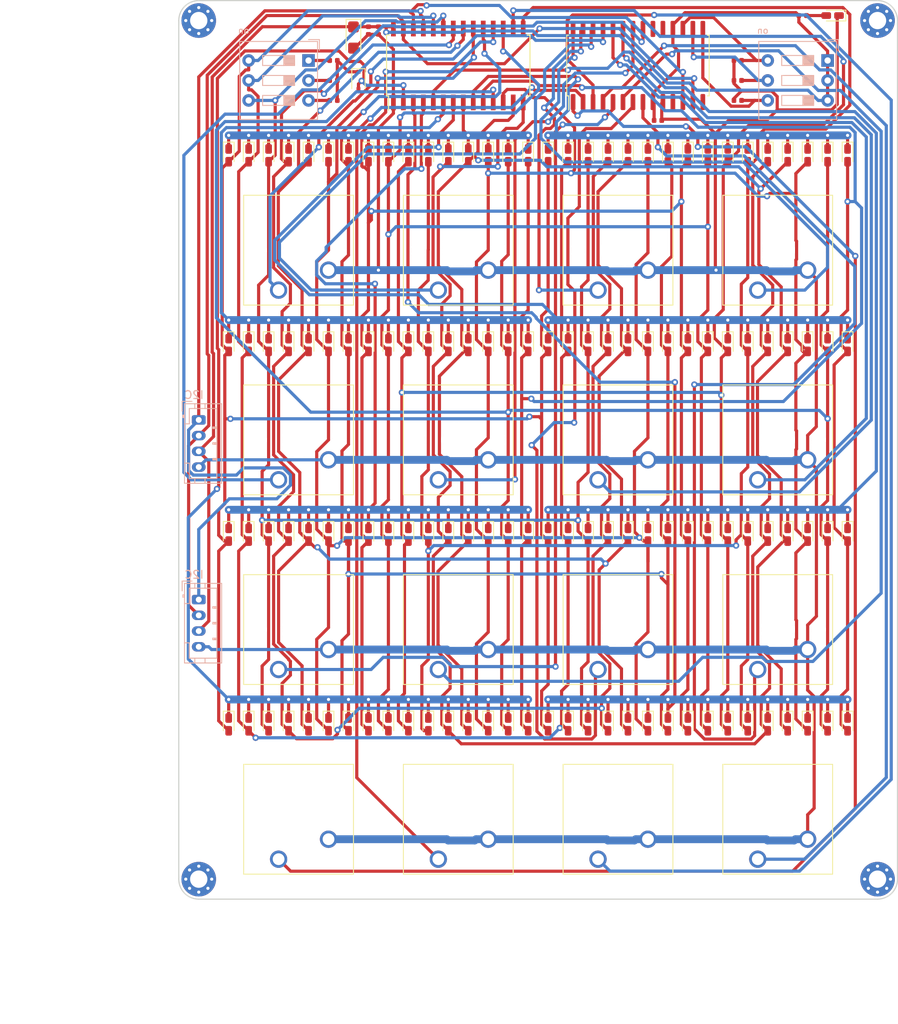
<source format=kicad_pcb>
(kicad_pcb (version 20171130) (host pcbnew 5.1.4+dfsg1-1)
  (layers (0 F.Cu signal) (31 B.Cu signal) (34 B.Paste user) (35 F.Paste user) (36 B.SilkS user) (37 F.SilkS user) (38 B.Mask user) (39 F.Mask user) (44 Edge.Cuts user))
  (net 0 "")
  (net 1 "Net-(D1-Pad1)")
  (net 2 "Net-(D17-Pad1)")
  (net 3 "Net-(D1-Pad2)")
  (net 4 "Net-(D114-Pad2)")
  (net 5 "Net-(D115-Pad2)")
  (net 6 "Net-(D100-Pad2)")
  (net 7 "Net-(D101-Pad2)")
  (net 8 "Net-(D102-Pad2)")
  (net 9 "Net-(D103-Pad2)")
  (net 10 "Net-(D104-Pad2)")
  (net 11 "Net-(D105-Pad2)")
  (net 12 "Net-(D10-Pad2)")
  (net 13 "Net-(D107-Pad2)")
  (net 14 "Net-(D108-Pad2)")
  (net 15 "Net-(D109-Pad2)")
  (net 16 "Net-(D110-Pad2)")
  (net 17 "Net-(D111-Pad2)")
  (net 18 "Net-(D112-Pad2)")
  (net 19 "Net-(D33-Pad1)")
  (net 20 "Net-(D49-Pad1)")
  (net 21 "Net-(D65-Pad1)")
  (net 22 "Net-(D81-Pad1)")
  (net 23 "Net-(D100-Pad1)")
  (net 24 "Net-(D113-Pad1)")
  (net 25 GND)
  (net 26 /SCL5)
  (net 27 /SDA5)
  (net 28 +5V)
  (net 29 "Net-(R4-Pad1)")
  (net 30 "Net-(R5-Pad1)")
  (net 31 "Net-(R6-Pad1)")
  (net 32 "Net-(SW2-Pad1)")
  (net 33 "Net-(SW3-Pad1)")
  (net 34 "Net-(SW4-Pad1)")
  (net 35 "Net-(SW5-Pad1)")
  (net 36 "Net-(SW6-Pad1)")
  (net 37 "Net-(SW7-Pad1)")
  (net 38 "Net-(SW8-Pad1)")
  (net 39 "Net-(SW9-Pad1)")
  (net 40 "Net-(SW10-Pad1)")
  (net 41 "Net-(SW11-Pad1)")
  (net 42 "Net-(SW12-Pad1)")
  (net 43 "Net-(SW13-Pad1)")
  (net 44 "Net-(SW14-Pad1)")
  (net 45 "Net-(SW15-Pad1)")
  (net 46 "Net-(SW16-Pad1)")
  (net 47 "Net-(SW1-Pad1)")
  (net 48 "Net-(D129-Pad1)")
  (net 49 "Net-(R1-Pad2)")
  (net 50 "Net-(R2-Pad2)")
  (net 51 "Net-(R3-Pad2)")
  (net 52 "Net-(PLED1-Pad2)")
  (module Package_SO:SOIC-28W_7.5x17.9mm_P1.27mm (layer F.Cu) (at 83.82 71.755 90)
    (fp_text reference HT1 hide)
    (fp_text value HT16K33 hide)
    (pad 1 smd rect (at -4.7 -8.255 90) (size 2 0.6) (layers F.Cu F.Paste F.Mask) (net 25 GND))
    (pad 2 smd rect (at -4.7 -6.985 90) (size 2 0.6) (layers F.Cu F.Paste F.Mask) (net 1 "Net-(D1-Pad1)"))
    (pad 3 smd rect (at -4.7 -5.715 90) (size 2 0.6) (layers F.Cu F.Paste F.Mask) (net 2 "Net-(D17-Pad1)"))
    (pad 4 smd rect (at -4.7 -4.445 90) (size 2 0.6) (layers F.Cu F.Paste F.Mask) (net 19 "Net-(D33-Pad1)"))
    (pad 5 smd rect (at -4.7 -3.175 90) (size 2 0.6) (layers F.Cu F.Paste F.Mask) (net 20 "Net-(D49-Pad1)"))
    (pad 6 smd rect (at -4.7 -1.905 90) (size 2 0.6) (layers F.Cu F.Paste F.Mask) (net 21 "Net-(D65-Pad1)"))
    (pad 7 smd rect (at -4.7 -0.635 90) (size 2 0.6) (layers F.Cu F.Paste F.Mask) (net 22 "Net-(D81-Pad1)"))
    (pad 8 smd rect (at -4.7 0.635 90) (size 2 0.6) (layers F.Cu F.Paste F.Mask) (net 23 "Net-(D100-Pad1)"))
    (pad 9 smd rect (at -4.7 1.905 90) (size 2 0.6) (layers F.Cu F.Paste F.Mask) (net 24 "Net-(D113-Pad1)"))
    (pad 10 smd rect (at -4.7 3.175 90) (size 2 0.6) (layers F.Cu F.Paste F.Mask) (net 18 "Net-(D112-Pad2)"))
    (pad 11 smd rect (at -4.7 4.445 90) (size 2 0.6) (layers F.Cu F.Paste F.Mask) (net 17 "Net-(D111-Pad2)"))
    (pad 12 smd rect (at -4.7 5.715 90) (size 2 0.6) (layers F.Cu F.Paste F.Mask) (net 16 "Net-(D110-Pad2)"))
    (pad 13 smd rect (at -4.7 6.985 90) (size 2 0.6) (layers F.Cu F.Paste F.Mask) (net 15 "Net-(D109-Pad2)"))
    (pad 14 smd rect (at -4.7 8.255 90) (size 2 0.6) (layers F.Cu F.Paste F.Mask) (net 14 "Net-(D108-Pad2)"))
    (pad 15 smd rect (at 4.7 8.255 90) (size 2 0.6) (layers F.Cu F.Paste F.Mask) (net 13 "Net-(D107-Pad2)"))
    (pad 16 smd rect (at 4.7 6.985 90) (size 2 0.6) (layers F.Cu F.Paste F.Mask) (net 12 "Net-(D10-Pad2)"))
    (pad 17 smd rect (at 4.7 5.715 90) (size 2 0.6) (layers F.Cu F.Paste F.Mask) (net 11 "Net-(D105-Pad2)"))
    (pad 18 smd rect (at 4.7 4.445 90) (size 2 0.6) (layers F.Cu F.Paste F.Mask) (net 10 "Net-(D104-Pad2)"))
    (pad 19 smd rect (at 4.7 3.175 90) (size 2 0.6) (layers F.Cu F.Paste F.Mask) (net 9 "Net-(D103-Pad2)"))
    (pad 20 smd rect (at 4.7 1.905 90) (size 2 0.6) (layers F.Cu F.Paste F.Mask) (net 8 "Net-(D102-Pad2)"))
    (pad 21 smd rect (at 4.7 0.635 90) (size 2 0.6) (layers F.Cu F.Paste F.Mask) (net 7 "Net-(D101-Pad2)"))
    (pad 22 smd rect (at 4.7 -0.635 90) (size 2 0.6) (layers F.Cu F.Paste F.Mask) (net 6 "Net-(D100-Pad2)"))
    (pad 23 smd rect (at 4.7 -1.905 90) (size 2 0.6) (layers F.Cu F.Paste F.Mask) (net 5 "Net-(D115-Pad2)"))
    (pad 24 smd rect (at 4.7 -3.175 90) (size 2 0.6) (layers F.Cu F.Paste F.Mask) (net 4 "Net-(D114-Pad2)"))
    (pad 25 smd rect (at 4.7 -4.445 90) (size 2 0.6) (layers F.Cu F.Paste F.Mask) (net 3 "Net-(D1-Pad2)"))
    (pad 26 smd rect (at 4.7 -5.715 90) (size 2 0.6) (layers F.Cu F.Paste F.Mask) (net 26 /SCL5))
    (pad 27 smd rect (at 4.7 -6.985 90) (size 2 0.6) (layers F.Cu F.Paste F.Mask) (net 27 /SDA5))
    (pad 28 smd rect (at 4.7 -8.255 90) (size 2 0.6) (layers F.Cu F.Paste F.Mask) (net 28 +5V))
  )
  (module Package_SO:SOIC-28W_7.5x17.9mm_P1.27mm (layer F.Cu) (at 106.68 71.755 90)
    (fp_text reference U1 hide)
    (fp_text value MCP23017_SO hide)
    (pad 28 smd roundrect (at 4.65 -8.255 90) (size 2.05 0.6) (layers F.Cu F.Paste F.Mask) (net 46 "Net-(SW16-Pad1)"))
    (pad 27 smd roundrect (at 4.65 -6.985 90) (size 2.05 0.6) (layers F.Cu F.Paste F.Mask) (net 45 "Net-(SW15-Pad1)"))
    (pad 26 smd roundrect (at 4.65 -5.715 90) (size 2.05 0.6) (layers F.Cu F.Paste F.Mask) (net 44 "Net-(SW14-Pad1)"))
    (pad 25 smd roundrect (at 4.65 -4.445 90) (size 2.05 0.6) (layers F.Cu F.Paste F.Mask) (net 43 "Net-(SW13-Pad1)"))
    (pad 24 smd roundrect (at 4.65 -3.175 90) (size 2.05 0.6) (layers F.Cu F.Paste F.Mask) (net 42 "Net-(SW12-Pad1)"))
    (pad 23 smd roundrect (at 4.65 -1.905 90) (size 2.05 0.6) (layers F.Cu F.Paste F.Mask) (net 41 "Net-(SW11-Pad1)"))
    (pad 22 smd roundrect (at 4.65 -0.635 90) (size 2.05 0.6) (layers F.Cu F.Paste F.Mask) (net 40 "Net-(SW10-Pad1)"))
    (pad 21 smd roundrect (at 4.65 0.635 90) (size 2.05 0.6) (layers F.Cu F.Paste F.Mask) (net 39 "Net-(SW9-Pad1)"))
    (pad 20 smd roundrect (at 4.65 1.905 90) (size 2.05 0.6) (layers F.Cu F.Paste F.Mask))
    (pad 19 smd roundrect (at 4.65 3.175 90) (size 2.05 0.6) (layers F.Cu F.Paste F.Mask))
    (pad 18 smd roundrect (at 4.65 4.445 90) (size 2.05 0.6) (layers F.Cu F.Paste F.Mask) (net 28 +5V))
    (pad 17 smd roundrect (at 4.65 5.715 90) (size 2.05 0.6) (layers F.Cu F.Paste F.Mask) (net 29 "Net-(R4-Pad1)"))
    (pad 16 smd roundrect (at 4.65 6.985 90) (size 2.05 0.6) (layers F.Cu F.Paste F.Mask) (net 30 "Net-(R5-Pad1)"))
    (pad 15 smd roundrect (at 4.65 8.255 90) (size 2.05 0.6) (layers F.Cu F.Paste F.Mask) (net 31 "Net-(R6-Pad1)"))
    (pad 14 smd roundrect (at -4.65 8.255 90) (size 2.05 0.6) (layers F.Cu F.Paste F.Mask))
    (pad 13 smd roundrect (at -4.65 6.985 90) (size 2.05 0.6) (layers F.Cu F.Paste F.Mask) (net 27 /SDA5))
    (pad 12 smd roundrect (at -4.65 5.715 90) (size 2.05 0.6) (layers F.Cu F.Paste F.Mask) (net 26 /SCL5))
    (pad 11 smd roundrect (at -4.65 4.445 90) (size 2.05 0.6) (layers F.Cu F.Paste F.Mask))
    (pad 10 smd roundrect (at -4.65 3.175 90) (size 2.05 0.6) (layers F.Cu F.Paste F.Mask) (net 25 GND))
    (pad 9 smd roundrect (at -4.65 1.905 90) (size 2.05 0.6) (layers F.Cu F.Paste F.Mask) (net 28 +5V))
    (pad 8 smd roundrect (at -4.65 0.635 90) (size 2.05 0.6) (layers F.Cu F.Paste F.Mask) (net 38 "Net-(SW8-Pad1)"))
    (pad 7 smd roundrect (at -4.65 -0.635 90) (size 2.05 0.6) (layers F.Cu F.Paste F.Mask) (net 37 "Net-(SW7-Pad1)"))
    (pad 6 smd roundrect (at -4.65 -1.905 90) (size 2.05 0.6) (layers F.Cu F.Paste F.Mask) (net 36 "Net-(SW6-Pad1)"))
    (pad 5 smd roundrect (at -4.65 -3.175 90) (size 2.05 0.6) (layers F.Cu F.Paste F.Mask) (net 35 "Net-(SW5-Pad1)"))
    (pad 4 smd roundrect (at -4.65 -4.445 90) (size 2.05 0.6) (layers F.Cu F.Paste F.Mask) (net 34 "Net-(SW4-Pad1)"))
    (pad 3 smd roundrect (at -4.65 -5.715 90) (size 2.05 0.6) (layers F.Cu F.Paste F.Mask) (net 33 "Net-(SW3-Pad1)"))
    (pad 2 smd roundrect (at -4.65 -6.985 90) (size 2.05 0.6) (layers F.Cu F.Paste F.Mask) (net 32 "Net-(SW2-Pad1)"))
    (pad 1 smd roundrect (at -4.65 -8.255 90) (size 2.05 0.6) (layers F.Cu F.Paste F.Mask) (net 47 "Net-(SW1-Pad1)"))
  )
  (module LED_SMD:LED_0603_1608Metric_Castellated (layer F.Cu) (at 54.61 155.575 270)
    (fp_text reference D1 hide)
    (fp_text value LED_RED hide)
    (pad 2 smd roundrect (at 0.8125 0 270) (size 1.225 0.85) (layers F.Cu F.Paste F.Mask) (net 3 "Net-(D1-Pad2)"))
    (pad 1 smd roundrect (at -0.8125 0 270) (size 1.225 0.85) (layers F.Cu F.Paste F.Mask) (net 1 "Net-(D1-Pad1)"))
  )
  (module LED_SMD:LED_0603_1608Metric_Castellated (layer F.Cu) (at 57.15 155.575 270)
    (fp_text reference D2 hide)
    (fp_text value LED_RED hide)
    (pad 2 smd roundrect (at 0.8125 0 270) (size 1.225 0.85) (layers F.Cu F.Paste F.Mask) (net 4 "Net-(D114-Pad2)"))
    (pad 1 smd roundrect (at -0.8125 0 270) (size 1.225 0.85) (layers F.Cu F.Paste F.Mask) (net 1 "Net-(D1-Pad1)"))
  )
  (module LED_SMD:LED_0603_1608Metric_Castellated (layer F.Cu) (at 59.69 155.575 270)
    (fp_text reference D3 hide)
    (fp_text value LED_RED hide)
    (pad 2 smd roundrect (at 0.8125 0 270) (size 1.225 0.85) (layers F.Cu F.Paste F.Mask) (net 5 "Net-(D115-Pad2)"))
    (pad 1 smd roundrect (at -0.8125 0 270) (size 1.225 0.85) (layers F.Cu F.Paste F.Mask) (net 1 "Net-(D1-Pad1)"))
  )
  (module LED_SMD:LED_0603_1608Metric_Castellated (layer F.Cu) (at 62.23 155.575 270)
    (fp_text reference D4 hide)
    (fp_text value LED_RED hide)
    (pad 2 smd roundrect (at 0.8125 0 270) (size 1.225 0.85) (layers F.Cu F.Paste F.Mask) (net 6 "Net-(D100-Pad2)"))
    (pad 1 smd roundrect (at -0.8125 0 270) (size 1.225 0.85) (layers F.Cu F.Paste F.Mask) (net 1 "Net-(D1-Pad1)"))
  )
  (module LED_SMD:LED_0603_1608Metric_Castellated (layer F.Cu) (at 64.77 155.575 270)
    (fp_text reference D5 hide)
    (fp_text value LED_RED hide)
    (pad 1 smd roundrect (at -0.8125 0 270) (size 1.225 0.85) (layers F.Cu F.Paste F.Mask) (net 1 "Net-(D1-Pad1)"))
    (pad 2 smd roundrect (at 0.8125 0 270) (size 1.225 0.85) (layers F.Cu F.Paste F.Mask) (net 7 "Net-(D101-Pad2)"))
  )
  (module LED_SMD:LED_0603_1608Metric_Castellated (layer F.Cu) (at 67.31 155.575 270)
    (fp_text reference D6 hide)
    (fp_text value LED_RED hide)
    (pad 2 smd roundrect (at 0.8125 0 270) (size 1.225 0.85) (layers F.Cu F.Paste F.Mask) (net 8 "Net-(D102-Pad2)"))
    (pad 1 smd roundrect (at -0.8125 0 270) (size 1.225 0.85) (layers F.Cu F.Paste F.Mask) (net 1 "Net-(D1-Pad1)"))
  )
  (module LED_SMD:LED_0603_1608Metric_Castellated (layer F.Cu) (at 69.85 155.575 270)
    (fp_text reference D7 hide)
    (fp_text value LED_RED hide)
    (pad 2 smd roundrect (at 0.8125 0 270) (size 1.225 0.85) (layers F.Cu F.Paste F.Mask) (net 9 "Net-(D103-Pad2)"))
    (pad 1 smd roundrect (at -0.8125 0 270) (size 1.225 0.85) (layers F.Cu F.Paste F.Mask) (net 1 "Net-(D1-Pad1)"))
  )
  (module LED_SMD:LED_0603_1608Metric_Castellated (layer F.Cu) (at 72.39 155.575 270)
    (fp_text reference D8 hide)
    (fp_text value LED_RED hide)
    (pad 2 smd roundrect (at 0.8125 0 270) (size 1.225 0.85) (layers F.Cu F.Paste F.Mask) (net 10 "Net-(D104-Pad2)"))
    (pad 1 smd roundrect (at -0.8125 0 270) (size 1.225 0.85) (layers F.Cu F.Paste F.Mask) (net 1 "Net-(D1-Pad1)"))
  )
  (module LED_SMD:LED_0603_1608Metric_Castellated (layer F.Cu) (at 74.93 155.575 270)
    (fp_text reference D9 hide)
    (fp_text value LED_RED hide)
    (pad 2 smd roundrect (at 0.8125 0 270) (size 1.225 0.85) (layers F.Cu F.Paste F.Mask) (net 11 "Net-(D105-Pad2)"))
    (pad 1 smd roundrect (at -0.8125 0 270) (size 1.225 0.85) (layers F.Cu F.Paste F.Mask) (net 1 "Net-(D1-Pad1)"))
  )
  (module LED_SMD:LED_0603_1608Metric_Castellated (layer F.Cu) (at 77.47 155.575 270)
    (fp_text reference D10 hide)
    (fp_text value LED_RED hide)
    (pad 2 smd roundrect (at 0.8125 0 270) (size 1.225 0.85) (layers F.Cu F.Paste F.Mask) (net 12 "Net-(D10-Pad2)"))
    (pad 1 smd roundrect (at -0.8125 0 270) (size 1.225 0.85) (layers F.Cu F.Paste F.Mask) (net 1 "Net-(D1-Pad1)"))
  )
  (module LED_SMD:LED_0603_1608Metric_Castellated (layer F.Cu) (at 80.01 155.575 270)
    (fp_text reference D11 hide)
    (fp_text value LED_RED hide)
    (pad 1 smd roundrect (at -0.8125 0 270) (size 1.225 0.85) (layers F.Cu F.Paste F.Mask) (net 1 "Net-(D1-Pad1)"))
    (pad 2 smd roundrect (at 0.8125 0 270) (size 1.225 0.85) (layers F.Cu F.Paste F.Mask) (net 13 "Net-(D107-Pad2)"))
  )
  (module LED_SMD:LED_0603_1608Metric_Castellated (layer F.Cu) (at 82.55 155.575 270)
    (fp_text reference D12 hide)
    (fp_text value LED_RED hide)
    (pad 2 smd roundrect (at 0.8125 0 270) (size 1.225 0.85) (layers F.Cu F.Paste F.Mask) (net 14 "Net-(D108-Pad2)"))
    (pad 1 smd roundrect (at -0.8125 0 270) (size 1.225 0.85) (layers F.Cu F.Paste F.Mask) (net 1 "Net-(D1-Pad1)"))
  )
  (module LED_SMD:LED_0603_1608Metric_Castellated (layer F.Cu) (at 85.09 155.575 270)
    (fp_text reference D13 hide)
    (fp_text value LED_RED hide)
    (pad 2 smd roundrect (at 0.8125 0 270) (size 1.225 0.85) (layers F.Cu F.Paste F.Mask) (net 15 "Net-(D109-Pad2)"))
    (pad 1 smd roundrect (at -0.8125 0 270) (size 1.225 0.85) (layers F.Cu F.Paste F.Mask) (net 1 "Net-(D1-Pad1)"))
  )
  (module LED_SMD:LED_0603_1608Metric_Castellated (layer F.Cu) (at 87.63 155.575 270)
    (fp_text reference D14 hide)
    (fp_text value LED_RED hide)
    (pad 2 smd roundrect (at 0.8125 0 270) (size 1.225 0.85) (layers F.Cu F.Paste F.Mask) (net 16 "Net-(D110-Pad2)"))
    (pad 1 smd roundrect (at -0.8125 0 270) (size 1.225 0.85) (layers F.Cu F.Paste F.Mask) (net 1 "Net-(D1-Pad1)"))
  )
  (module LED_SMD:LED_0603_1608Metric_Castellated (layer F.Cu) (at 90.17 155.575 270)
    (fp_text reference D15 hide)
    (fp_text value LED_RED hide)
    (pad 2 smd roundrect (at 0.8125 0 270) (size 1.225 0.85) (layers F.Cu F.Paste F.Mask) (net 17 "Net-(D111-Pad2)"))
    (pad 1 smd roundrect (at -0.8125 0 270) (size 1.225 0.85) (layers F.Cu F.Paste F.Mask) (net 1 "Net-(D1-Pad1)"))
  )
  (module LED_SMD:LED_0603_1608Metric_Castellated (layer F.Cu) (at 92.71 155.575 270)
    (fp_text reference D16 hide)
    (fp_text value LED_RED hide)
    (pad 2 smd roundrect (at 0.8125 0 270) (size 1.225 0.85) (layers F.Cu F.Paste F.Mask) (net 18 "Net-(D112-Pad2)"))
    (pad 1 smd roundrect (at -0.8125 0 270) (size 1.225 0.85) (layers F.Cu F.Paste F.Mask) (net 1 "Net-(D1-Pad1)"))
  )
  (module LED_SMD:LED_0603_1608Metric_Castellated (layer F.Cu) (at 95.25 155.575 270)
    (fp_text reference D17 hide)
    (fp_text value LED_RED hide)
    (pad 1 smd roundrect (at -0.8125 0 270) (size 1.225 0.85) (layers F.Cu F.Paste F.Mask) (net 2 "Net-(D17-Pad1)"))
    (pad 2 smd roundrect (at 0.8125 0 270) (size 1.225 0.85) (layers F.Cu F.Paste F.Mask) (net 3 "Net-(D1-Pad2)"))
  )
  (module LED_SMD:LED_0603_1608Metric_Castellated (layer F.Cu) (at 97.79 155.575 270)
    (fp_text reference D18 hide)
    (fp_text value LED_RED hide)
    (pad 1 smd roundrect (at -0.8125 0 270) (size 1.225 0.85) (layers F.Cu F.Paste F.Mask) (net 2 "Net-(D17-Pad1)"))
    (pad 2 smd roundrect (at 0.8125 0 270) (size 1.225 0.85) (layers F.Cu F.Paste F.Mask) (net 4 "Net-(D114-Pad2)"))
  )
  (module LED_SMD:LED_0603_1608Metric_Castellated (layer F.Cu) (at 100.33 155.575 270)
    (fp_text reference D19 hide)
    (fp_text value LED_RED hide)
    (pad 1 smd roundrect (at -0.8125 0 270) (size 1.225 0.85) (layers F.Cu F.Paste F.Mask) (net 2 "Net-(D17-Pad1)"))
    (pad 2 smd roundrect (at 0.8125 0 270) (size 1.225 0.85) (layers F.Cu F.Paste F.Mask) (net 5 "Net-(D115-Pad2)"))
  )
  (module LED_SMD:LED_0603_1608Metric_Castellated (layer F.Cu) (at 102.87 155.575 270)
    (fp_text reference D20 hide)
    (fp_text value LED_RED hide)
    (pad 1 smd roundrect (at -0.8125 0 270) (size 1.225 0.85) (layers F.Cu F.Paste F.Mask) (net 2 "Net-(D17-Pad1)"))
    (pad 2 smd roundrect (at 0.8125 0 270) (size 1.225 0.85) (layers F.Cu F.Paste F.Mask) (net 6 "Net-(D100-Pad2)"))
  )
  (module LED_SMD:LED_0603_1608Metric_Castellated (layer F.Cu) (at 105.41 155.575 270)
    (fp_text reference D21 hide)
    (fp_text value LED_RED hide)
    (pad 1 smd roundrect (at -0.8125 0 270) (size 1.225 0.85) (layers F.Cu F.Paste F.Mask) (net 2 "Net-(D17-Pad1)"))
    (pad 2 smd roundrect (at 0.8125 0 270) (size 1.225 0.85) (layers F.Cu F.Paste F.Mask) (net 7 "Net-(D101-Pad2)"))
  )
  (module LED_SMD:LED_0603_1608Metric_Castellated (layer F.Cu) (at 107.95 155.575 270)
    (fp_text reference D22 hide)
    (fp_text value LED_RED hide)
    (pad 1 smd roundrect (at -0.8125 0 270) (size 1.225 0.85) (layers F.Cu F.Paste F.Mask) (net 2 "Net-(D17-Pad1)"))
    (pad 2 smd roundrect (at 0.8125 0 270) (size 1.225 0.85) (layers F.Cu F.Paste F.Mask) (net 8 "Net-(D102-Pad2)"))
  )
  (module LED_SMD:LED_0603_1608Metric_Castellated (layer F.Cu) (at 110.49 155.575 270)
    (fp_text reference D23 hide)
    (fp_text value LED_RED hide)
    (pad 1 smd roundrect (at -0.8125 0 270) (size 1.225 0.85) (layers F.Cu F.Paste F.Mask) (net 2 "Net-(D17-Pad1)"))
    (pad 2 smd roundrect (at 0.8125 0 270) (size 1.225 0.85) (layers F.Cu F.Paste F.Mask) (net 9 "Net-(D103-Pad2)"))
  )
  (module LED_SMD:LED_0603_1608Metric_Castellated (layer F.Cu) (at 113.03 155.575 270)
    (fp_text reference D24 hide)
    (fp_text value LED_RED hide)
    (pad 1 smd roundrect (at -0.8125 0 270) (size 1.225 0.85) (layers F.Cu F.Paste F.Mask) (net 2 "Net-(D17-Pad1)"))
    (pad 2 smd roundrect (at 0.8125 0 270) (size 1.225 0.85) (layers F.Cu F.Paste F.Mask) (net 10 "Net-(D104-Pad2)"))
  )
  (module LED_SMD:LED_0603_1608Metric_Castellated (layer F.Cu) (at 115.57 155.575 270)
    (fp_text reference D25 hide)
    (fp_text value LED_RED hide)
    (pad 1 smd roundrect (at -0.8125 0 270) (size 1.225 0.85) (layers F.Cu F.Paste F.Mask) (net 2 "Net-(D17-Pad1)"))
    (pad 2 smd roundrect (at 0.8125 0 270) (size 1.225 0.85) (layers F.Cu F.Paste F.Mask) (net 11 "Net-(D105-Pad2)"))
  )
  (module LED_SMD:LED_0603_1608Metric_Castellated (layer F.Cu) (at 118.11 155.575 270)
    (fp_text reference D26 hide)
    (fp_text value LED_RED hide)
    (pad 1 smd roundrect (at -0.8125 0 270) (size 1.225 0.85) (layers F.Cu F.Paste F.Mask) (net 2 "Net-(D17-Pad1)"))
    (pad 2 smd roundrect (at 0.8125 0 270) (size 1.225 0.85) (layers F.Cu F.Paste F.Mask) (net 12 "Net-(D10-Pad2)"))
  )
  (module LED_SMD:LED_0603_1608Metric_Castellated (layer F.Cu) (at 120.65 155.575 270)
    (fp_text reference D27 hide)
    (fp_text value LED_RED hide)
    (pad 1 smd roundrect (at -0.8125 0 270) (size 1.225 0.85) (layers F.Cu F.Paste F.Mask) (net 2 "Net-(D17-Pad1)"))
    (pad 2 smd roundrect (at 0.8125 0 270) (size 1.225 0.85) (layers F.Cu F.Paste F.Mask) (net 13 "Net-(D107-Pad2)"))
  )
  (module LED_SMD:LED_0603_1608Metric_Castellated (layer F.Cu) (at 123.19 155.575 270)
    (fp_text reference D28 hide)
    (fp_text value LED_RED hide)
    (pad 1 smd roundrect (at -0.8125 0 270) (size 1.225 0.85) (layers F.Cu F.Paste F.Mask) (net 2 "Net-(D17-Pad1)"))
    (pad 2 smd roundrect (at 0.8125 0 270) (size 1.225 0.85) (layers F.Cu F.Paste F.Mask) (net 14 "Net-(D108-Pad2)"))
  )
  (module LED_SMD:LED_0603_1608Metric_Castellated (layer F.Cu) (at 125.73 155.575 270)
    (fp_text reference D29 hide)
    (fp_text value LED_RED hide)
    (pad 1 smd roundrect (at -0.8125 0 270) (size 1.225 0.85) (layers F.Cu F.Paste F.Mask) (net 2 "Net-(D17-Pad1)"))
    (pad 2 smd roundrect (at 0.8125 0 270) (size 1.225 0.85) (layers F.Cu F.Paste F.Mask) (net 15 "Net-(D109-Pad2)"))
  )
  (module LED_SMD:LED_0603_1608Metric_Castellated (layer F.Cu) (at 128.27 155.575 270)
    (fp_text reference D30 hide)
    (fp_text value LED_RED hide)
    (pad 1 smd roundrect (at -0.8125 0 270) (size 1.225 0.85) (layers F.Cu F.Paste F.Mask) (net 2 "Net-(D17-Pad1)"))
    (pad 2 smd roundrect (at 0.8125 0 270) (size 1.225 0.85) (layers F.Cu F.Paste F.Mask) (net 16 "Net-(D110-Pad2)"))
  )
  (module LED_SMD:LED_0603_1608Metric_Castellated (layer F.Cu) (at 130.81 155.575 270)
    (fp_text reference D31 hide)
    (fp_text value LED_RED hide)
    (pad 1 smd roundrect (at -0.8125 0 270) (size 1.225 0.85) (layers F.Cu F.Paste F.Mask) (net 2 "Net-(D17-Pad1)"))
    (pad 2 smd roundrect (at 0.8125 0 270) (size 1.225 0.85) (layers F.Cu F.Paste F.Mask) (net 17 "Net-(D111-Pad2)"))
  )
  (module LED_SMD:LED_0603_1608Metric_Castellated (layer F.Cu) (at 133.35 155.575 270)
    (fp_text reference D32 hide)
    (fp_text value LED_RED hide)
    (pad 1 smd roundrect (at -0.8125 0 270) (size 1.225 0.85) (layers F.Cu F.Paste F.Mask) (net 2 "Net-(D17-Pad1)"))
    (pad 2 smd roundrect (at 0.8125 0 270) (size 1.225 0.85) (layers F.Cu F.Paste F.Mask) (net 18 "Net-(D112-Pad2)"))
  )
  (module LED_SMD:LED_0603_1608Metric_Castellated (layer F.Cu) (at 54.61 131.445 270)
    (fp_text reference D33 hide)
    (fp_text value LED_RED hide)
    (pad 2 smd roundrect (at 0.8125 0 270) (size 1.225 0.85) (layers F.Cu F.Paste F.Mask) (net 3 "Net-(D1-Pad2)"))
    (pad 1 smd roundrect (at -0.8125 0 270) (size 1.225 0.85) (layers F.Cu F.Paste F.Mask) (net 19 "Net-(D33-Pad1)"))
  )
  (module LED_SMD:LED_0603_1608Metric_Castellated (layer F.Cu) (at 57.15 131.445 270)
    (fp_text reference D34 hide)
    (fp_text value LED_RED hide)
    (pad 2 smd roundrect (at 0.8125 0 270) (size 1.225 0.85) (layers F.Cu F.Paste F.Mask) (net 4 "Net-(D114-Pad2)"))
    (pad 1 smd roundrect (at -0.8125 0 270) (size 1.225 0.85) (layers F.Cu F.Paste F.Mask) (net 19 "Net-(D33-Pad1)"))
  )
  (module LED_SMD:LED_0603_1608Metric_Castellated (layer F.Cu) (at 59.69 131.445 270)
    (fp_text reference D35 hide)
    (fp_text value LED_RED hide)
    (pad 2 smd roundrect (at 0.8125 0 270) (size 1.225 0.85) (layers F.Cu F.Paste F.Mask) (net 5 "Net-(D115-Pad2)"))
    (pad 1 smd roundrect (at -0.8125 0 270) (size 1.225 0.85) (layers F.Cu F.Paste F.Mask) (net 19 "Net-(D33-Pad1)"))
  )
  (module LED_SMD:LED_0603_1608Metric_Castellated (layer F.Cu) (at 62.23 131.445 270)
    (fp_text reference D36 hide)
    (fp_text value LED_RED hide)
    (pad 2 smd roundrect (at 0.8125 0 270) (size 1.225 0.85) (layers F.Cu F.Paste F.Mask) (net 6 "Net-(D100-Pad2)"))
    (pad 1 smd roundrect (at -0.8125 0 270) (size 1.225 0.85) (layers F.Cu F.Paste F.Mask) (net 19 "Net-(D33-Pad1)"))
  )
  (module LED_SMD:LED_0603_1608Metric_Castellated (layer F.Cu) (at 64.77 131.445 270)
    (fp_text reference D37 hide)
    (fp_text value LED_RED hide)
    (pad 2 smd roundrect (at 0.8125 0 270) (size 1.225 0.85) (layers F.Cu F.Paste F.Mask) (net 7 "Net-(D101-Pad2)"))
    (pad 1 smd roundrect (at -0.8125 0 270) (size 1.225 0.85) (layers F.Cu F.Paste F.Mask) (net 19 "Net-(D33-Pad1)"))
  )
  (module LED_SMD:LED_0603_1608Metric_Castellated (layer F.Cu) (at 67.31 131.445 270)
    (fp_text reference D38 hide)
    (fp_text value LED_RED hide)
    (pad 2 smd roundrect (at 0.8125 0 270) (size 1.225 0.85) (layers F.Cu F.Paste F.Mask) (net 8 "Net-(D102-Pad2)"))
    (pad 1 smd roundrect (at -0.8125 0 270) (size 1.225 0.85) (layers F.Cu F.Paste F.Mask) (net 19 "Net-(D33-Pad1)"))
  )
  (module LED_SMD:LED_0603_1608Metric_Castellated (layer F.Cu) (at 69.85 131.445 270)
    (fp_text reference D39 hide)
    (fp_text value LED_RED hide)
    (pad 2 smd roundrect (at 0.8125 0 270) (size 1.225 0.85) (layers F.Cu F.Paste F.Mask) (net 9 "Net-(D103-Pad2)"))
    (pad 1 smd roundrect (at -0.8125 0 270) (size 1.225 0.85) (layers F.Cu F.Paste F.Mask) (net 19 "Net-(D33-Pad1)"))
  )
  (module LED_SMD:LED_0603_1608Metric_Castellated (layer F.Cu) (at 72.39 131.445 270)
    (fp_text reference D40 hide)
    (fp_text value LED_RED hide)
    (pad 2 smd roundrect (at 0.8125 0 270) (size 1.225 0.85) (layers F.Cu F.Paste F.Mask) (net 10 "Net-(D104-Pad2)"))
    (pad 1 smd roundrect (at -0.8125 0 270) (size 1.225 0.85) (layers F.Cu F.Paste F.Mask) (net 19 "Net-(D33-Pad1)"))
  )
  (module LED_SMD:LED_0603_1608Metric_Castellated (layer F.Cu) (at 74.93 131.445 270)
    (fp_text reference D41 hide)
    (fp_text value LED_RED hide)
    (pad 2 smd roundrect (at 0.8125 0 270) (size 1.225 0.85) (layers F.Cu F.Paste F.Mask) (net 11 "Net-(D105-Pad2)"))
    (pad 1 smd roundrect (at -0.8125 0 270) (size 1.225 0.85) (layers F.Cu F.Paste F.Mask) (net 19 "Net-(D33-Pad1)"))
  )
  (module LED_SMD:LED_0603_1608Metric_Castellated (layer F.Cu) (at 77.47 131.445 270)
    (fp_text reference D42 hide)
    (fp_text value LED_RED hide)
    (pad 2 smd roundrect (at 0.8125 0 270) (size 1.225 0.85) (layers F.Cu F.Paste F.Mask) (net 12 "Net-(D10-Pad2)"))
    (pad 1 smd roundrect (at -0.8125 0 270) (size 1.225 0.85) (layers F.Cu F.Paste F.Mask) (net 19 "Net-(D33-Pad1)"))
  )
  (module LED_SMD:LED_0603_1608Metric_Castellated (layer F.Cu) (at 80.01 131.445 270)
    (fp_text reference D43 hide)
    (fp_text value LED_RED hide)
    (pad 2 smd roundrect (at 0.8125 0 270) (size 1.225 0.85) (layers F.Cu F.Paste F.Mask) (net 13 "Net-(D107-Pad2)"))
    (pad 1 smd roundrect (at -0.8125 0 270) (size 1.225 0.85) (layers F.Cu F.Paste F.Mask) (net 19 "Net-(D33-Pad1)"))
  )
  (module LED_SMD:LED_0603_1608Metric_Castellated (layer F.Cu) (at 82.55 131.445 270)
    (fp_text reference D44 hide)
    (fp_text value LED_RED hide)
    (pad 2 smd roundrect (at 0.8125 0 270) (size 1.225 0.85) (layers F.Cu F.Paste F.Mask) (net 14 "Net-(D108-Pad2)"))
    (pad 1 smd roundrect (at -0.8125 0 270) (size 1.225 0.85) (layers F.Cu F.Paste F.Mask) (net 19 "Net-(D33-Pad1)"))
  )
  (module LED_SMD:LED_0603_1608Metric_Castellated (layer F.Cu) (at 85.09 131.445 270)
    (fp_text reference D45 hide)
    (fp_text value LED_RED hide)
    (pad 2 smd roundrect (at 0.8125 0 270) (size 1.225 0.85) (layers F.Cu F.Paste F.Mask) (net 15 "Net-(D109-Pad2)"))
    (pad 1 smd roundrect (at -0.8125 0 270) (size 1.225 0.85) (layers F.Cu F.Paste F.Mask) (net 19 "Net-(D33-Pad1)"))
  )
  (module LED_SMD:LED_0603_1608Metric_Castellated (layer F.Cu) (at 87.63 131.445 270)
    (fp_text reference D46 hide)
    (fp_text value LED_RED hide)
    (pad 2 smd roundrect (at 0.8125 0 270) (size 1.225 0.85) (layers F.Cu F.Paste F.Mask) (net 16 "Net-(D110-Pad2)"))
    (pad 1 smd roundrect (at -0.8125 0 270) (size 1.225 0.85) (layers F.Cu F.Paste F.Mask) (net 19 "Net-(D33-Pad1)"))
  )
  (module LED_SMD:LED_0603_1608Metric_Castellated (layer F.Cu) (at 90.17 131.445 270)
    (fp_text reference D47 hide)
    (fp_text value LED_RED hide)
    (pad 2 smd roundrect (at 0.8125 0 270) (size 1.225 0.85) (layers F.Cu F.Paste F.Mask) (net 17 "Net-(D111-Pad2)"))
    (pad 1 smd roundrect (at -0.8125 0 270) (size 1.225 0.85) (layers F.Cu F.Paste F.Mask) (net 19 "Net-(D33-Pad1)"))
  )
  (module LED_SMD:LED_0603_1608Metric_Castellated (layer F.Cu) (at 92.71 131.445 270)
    (fp_text reference D48 hide)
    (fp_text value LED_RED hide)
    (pad 2 smd roundrect (at 0.8125 0 270) (size 1.225 0.85) (layers F.Cu F.Paste F.Mask) (net 18 "Net-(D112-Pad2)"))
    (pad 1 smd roundrect (at -0.8125 0 270) (size 1.225 0.85) (layers F.Cu F.Paste F.Mask) (net 19 "Net-(D33-Pad1)"))
  )
  (module LED_SMD:LED_0603_1608Metric_Castellated (layer F.Cu) (at 95.25 131.445 270)
    (fp_text reference D49 hide)
    (fp_text value LED_RED hide)
    (pad 1 smd roundrect (at -0.8125 0 270) (size 1.225 0.85) (layers F.Cu F.Paste F.Mask) (net 20 "Net-(D49-Pad1)"))
    (pad 2 smd roundrect (at 0.8125 0 270) (size 1.225 0.85) (layers F.Cu F.Paste F.Mask) (net 3 "Net-(D1-Pad2)"))
  )
  (module LED_SMD:LED_0603_1608Metric_Castellated (layer F.Cu) (at 97.79 131.445 270)
    (fp_text reference D50 hide)
    (fp_text value LED_RED hide)
    (pad 1 smd roundrect (at -0.8125 0 270) (size 1.225 0.85) (layers F.Cu F.Paste F.Mask) (net 20 "Net-(D49-Pad1)"))
    (pad 2 smd roundrect (at 0.8125 0 270) (size 1.225 0.85) (layers F.Cu F.Paste F.Mask) (net 4 "Net-(D114-Pad2)"))
  )
  (module LED_SMD:LED_0603_1608Metric_Castellated (layer F.Cu) (at 100.33 131.445 270)
    (fp_text reference D51 hide)
    (fp_text value LED_RED hide)
    (pad 1 smd roundrect (at -0.8125 0 270) (size 1.225 0.85) (layers F.Cu F.Paste F.Mask) (net 20 "Net-(D49-Pad1)"))
    (pad 2 smd roundrect (at 0.8125 0 270) (size 1.225 0.85) (layers F.Cu F.Paste F.Mask) (net 5 "Net-(D115-Pad2)"))
  )
  (module LED_SMD:LED_0603_1608Metric_Castellated (layer F.Cu) (at 102.87 131.445 270)
    (fp_text reference D52 hide)
    (fp_text value LED_RED hide)
    (pad 1 smd roundrect (at -0.8125 0 270) (size 1.225 0.85) (layers F.Cu F.Paste F.Mask) (net 20 "Net-(D49-Pad1)"))
    (pad 2 smd roundrect (at 0.8125 0 270) (size 1.225 0.85) (layers F.Cu F.Paste F.Mask) (net 6 "Net-(D100-Pad2)"))
  )
  (module LED_SMD:LED_0603_1608Metric_Castellated (layer F.Cu) (at 105.41 131.445 270)
    (fp_text reference D53 hide)
    (fp_text value LED_RED hide)
    (pad 1 smd roundrect (at -0.8125 0 270) (size 1.225 0.85) (layers F.Cu F.Paste F.Mask) (net 20 "Net-(D49-Pad1)"))
    (pad 2 smd roundrect (at 0.8125 0 270) (size 1.225 0.85) (layers F.Cu F.Paste F.Mask) (net 7 "Net-(D101-Pad2)"))
  )
  (module LED_SMD:LED_0603_1608Metric_Castellated (layer F.Cu) (at 107.95 131.445 270)
    (fp_text reference D54 hide)
    (fp_text value LED_RED hide)
    (pad 1 smd roundrect (at -0.8125 0 270) (size 1.225 0.85) (layers F.Cu F.Paste F.Mask) (net 20 "Net-(D49-Pad1)"))
    (pad 2 smd roundrect (at 0.8125 0 270) (size 1.225 0.85) (layers F.Cu F.Paste F.Mask) (net 8 "Net-(D102-Pad2)"))
  )
  (module LED_SMD:LED_0603_1608Metric_Castellated (layer F.Cu) (at 110.49 131.445 270)
    (fp_text reference D55 hide)
    (fp_text value LED_RED hide)
    (pad 1 smd roundrect (at -0.8125 0 270) (size 1.225 0.85) (layers F.Cu F.Paste F.Mask) (net 20 "Net-(D49-Pad1)"))
    (pad 2 smd roundrect (at 0.8125 0 270) (size 1.225 0.85) (layers F.Cu F.Paste F.Mask) (net 9 "Net-(D103-Pad2)"))
  )
  (module LED_SMD:LED_0603_1608Metric_Castellated (layer F.Cu) (at 113.03 131.445 270)
    (fp_text reference D56 hide)
    (fp_text value LED_RED hide)
    (pad 1 smd roundrect (at -0.8125 0 270) (size 1.225 0.85) (layers F.Cu F.Paste F.Mask) (net 20 "Net-(D49-Pad1)"))
    (pad 2 smd roundrect (at 0.8125 0 270) (size 1.225 0.85) (layers F.Cu F.Paste F.Mask) (net 10 "Net-(D104-Pad2)"))
  )
  (module LED_SMD:LED_0603_1608Metric_Castellated (layer F.Cu) (at 115.57 131.445 270)
    (fp_text reference D57 hide)
    (fp_text value LED_RED hide)
    (pad 1 smd roundrect (at -0.8125 0 270) (size 1.225 0.85) (layers F.Cu F.Paste F.Mask) (net 20 "Net-(D49-Pad1)"))
    (pad 2 smd roundrect (at 0.8125 0 270) (size 1.225 0.85) (layers F.Cu F.Paste F.Mask) (net 11 "Net-(D105-Pad2)"))
  )
  (module LED_SMD:LED_0603_1608Metric_Castellated (layer F.Cu) (at 118.11 131.445 270)
    (fp_text reference D58 hide)
    (fp_text value LED_RED hide)
    (pad 1 smd roundrect (at -0.8125 0 270) (size 1.225 0.85) (layers F.Cu F.Paste F.Mask) (net 20 "Net-(D49-Pad1)"))
    (pad 2 smd roundrect (at 0.8125 0 270) (size 1.225 0.85) (layers F.Cu F.Paste F.Mask) (net 12 "Net-(D10-Pad2)"))
  )
  (module LED_SMD:LED_0603_1608Metric_Castellated (layer F.Cu) (at 120.65 131.445 270)
    (fp_text reference D59 hide)
    (fp_text value LED_RED hide)
    (pad 1 smd roundrect (at -0.8125 0 270) (size 1.225 0.85) (layers F.Cu F.Paste F.Mask) (net 20 "Net-(D49-Pad1)"))
    (pad 2 smd roundrect (at 0.8125 0 270) (size 1.225 0.85) (layers F.Cu F.Paste F.Mask) (net 13 "Net-(D107-Pad2)"))
  )
  (module LED_SMD:LED_0603_1608Metric_Castellated (layer F.Cu) (at 123.19 131.445 270)
    (fp_text reference D60 hide)
    (fp_text value LED_RED hide)
    (pad 1 smd roundrect (at -0.8125 0 270) (size 1.225 0.85) (layers F.Cu F.Paste F.Mask) (net 20 "Net-(D49-Pad1)"))
    (pad 2 smd roundrect (at 0.8125 0 270) (size 1.225 0.85) (layers F.Cu F.Paste F.Mask) (net 14 "Net-(D108-Pad2)"))
  )
  (module LED_SMD:LED_0603_1608Metric_Castellated (layer F.Cu) (at 125.73 131.445 270)
    (fp_text reference D61 hide)
    (fp_text value LED_RED hide)
    (pad 1 smd roundrect (at -0.8125 0 270) (size 1.225 0.85) (layers F.Cu F.Paste F.Mask) (net 20 "Net-(D49-Pad1)"))
    (pad 2 smd roundrect (at 0.8125 0 270) (size 1.225 0.85) (layers F.Cu F.Paste F.Mask) (net 15 "Net-(D109-Pad2)"))
  )
  (module LED_SMD:LED_0603_1608Metric_Castellated (layer F.Cu) (at 128.27 131.445 270)
    (fp_text reference D62 hide)
    (fp_text value LED_RED hide)
    (pad 1 smd roundrect (at -0.8125 0 270) (size 1.225 0.85) (layers F.Cu F.Paste F.Mask) (net 20 "Net-(D49-Pad1)"))
    (pad 2 smd roundrect (at 0.8125 0 270) (size 1.225 0.85) (layers F.Cu F.Paste F.Mask) (net 16 "Net-(D110-Pad2)"))
  )
  (module LED_SMD:LED_0603_1608Metric_Castellated (layer F.Cu) (at 130.81 131.445 270)
    (fp_text reference D63 hide)
    (fp_text value LED_RED hide)
    (pad 1 smd roundrect (at -0.8125 0 270) (size 1.225 0.85) (layers F.Cu F.Paste F.Mask) (net 20 "Net-(D49-Pad1)"))
    (pad 2 smd roundrect (at 0.8125 0 270) (size 1.225 0.85) (layers F.Cu F.Paste F.Mask) (net 17 "Net-(D111-Pad2)"))
  )
  (module LED_SMD:LED_0603_1608Metric_Castellated (layer F.Cu) (at 133.35 131.445 270)
    (fp_text reference D64 hide)
    (fp_text value LED_RED hide)
    (pad 1 smd roundrect (at -0.8125 0 270) (size 1.225 0.85) (layers F.Cu F.Paste F.Mask) (net 20 "Net-(D49-Pad1)"))
    (pad 2 smd roundrect (at 0.8125 0 270) (size 1.225 0.85) (layers F.Cu F.Paste F.Mask) (net 18 "Net-(D112-Pad2)"))
  )
  (module LED_SMD:LED_0603_1608Metric_Castellated (layer F.Cu) (at 54.61 107.315 270)
    (fp_text reference D65 hide)
    (fp_text value LED_RED hide)
    (pad 2 smd roundrect (at 0.8125 0 270) (size 1.225 0.85) (layers F.Cu F.Paste F.Mask) (net 3 "Net-(D1-Pad2)"))
    (pad 1 smd roundrect (at -0.8125 0 270) (size 1.225 0.85) (layers F.Cu F.Paste F.Mask) (net 21 "Net-(D65-Pad1)"))
  )
  (module LED_SMD:LED_0603_1608Metric_Castellated (layer F.Cu) (at 57.15 107.315 270)
    (fp_text reference D66 hide)
    (fp_text value LED_RED hide)
    (pad 2 smd roundrect (at 0.8125 0 270) (size 1.225 0.85) (layers F.Cu F.Paste F.Mask) (net 4 "Net-(D114-Pad2)"))
    (pad 1 smd roundrect (at -0.8125 0 270) (size 1.225 0.85) (layers F.Cu F.Paste F.Mask) (net 21 "Net-(D65-Pad1)"))
  )
  (module LED_SMD:LED_0603_1608Metric_Castellated (layer F.Cu) (at 59.69 107.315 270)
    (fp_text reference D67 hide)
    (fp_text value LED_RED hide)
    (pad 2 smd roundrect (at 0.8125 0 270) (size 1.225 0.85) (layers F.Cu F.Paste F.Mask) (net 5 "Net-(D115-Pad2)"))
    (pad 1 smd roundrect (at -0.8125 0 270) (size 1.225 0.85) (layers F.Cu F.Paste F.Mask) (net 21 "Net-(D65-Pad1)"))
  )
  (module LED_SMD:LED_0603_1608Metric_Castellated (layer F.Cu) (at 62.23 107.315 270)
    (fp_text reference D68 hide)
    (fp_text value LED_RED hide)
    (pad 2 smd roundrect (at 0.8125 0 270) (size 1.225 0.85) (layers F.Cu F.Paste F.Mask) (net 6 "Net-(D100-Pad2)"))
    (pad 1 smd roundrect (at -0.8125 0 270) (size 1.225 0.85) (layers F.Cu F.Paste F.Mask) (net 21 "Net-(D65-Pad1)"))
  )
  (module LED_SMD:LED_0603_1608Metric_Castellated (layer F.Cu) (at 64.77 107.315 270)
    (fp_text reference D69 hide)
    (fp_text value LED_RED hide)
    (pad 2 smd roundrect (at 0.8125 0 270) (size 1.225 0.85) (layers F.Cu F.Paste F.Mask) (net 7 "Net-(D101-Pad2)"))
    (pad 1 smd roundrect (at -0.8125 0 270) (size 1.225 0.85) (layers F.Cu F.Paste F.Mask) (net 21 "Net-(D65-Pad1)"))
  )
  (module LED_SMD:LED_0603_1608Metric_Castellated (layer F.Cu) (at 67.31 107.315 270)
    (fp_text reference D70 hide)
    (fp_text value LED_RED hide)
    (pad 2 smd roundrect (at 0.8125 0 270) (size 1.225 0.85) (layers F.Cu F.Paste F.Mask) (net 8 "Net-(D102-Pad2)"))
    (pad 1 smd roundrect (at -0.8125 0 270) (size 1.225 0.85) (layers F.Cu F.Paste F.Mask) (net 21 "Net-(D65-Pad1)"))
  )
  (module LED_SMD:LED_0603_1608Metric_Castellated (layer F.Cu) (at 69.85 107.315 270)
    (fp_text reference D71 hide)
    (fp_text value LED_RED hide)
    (pad 2 smd roundrect (at 0.8125 0 270) (size 1.225 0.85) (layers F.Cu F.Paste F.Mask) (net 9 "Net-(D103-Pad2)"))
    (pad 1 smd roundrect (at -0.8125 0 270) (size 1.225 0.85) (layers F.Cu F.Paste F.Mask) (net 21 "Net-(D65-Pad1)"))
  )
  (module LED_SMD:LED_0603_1608Metric_Castellated (layer F.Cu) (at 72.39 107.315 270)
    (fp_text reference D72 hide)
    (fp_text value LED_RED hide)
    (pad 2 smd roundrect (at 0.8125 0 270) (size 1.225 0.85) (layers F.Cu F.Paste F.Mask) (net 10 "Net-(D104-Pad2)"))
    (pad 1 smd roundrect (at -0.8125 0 270) (size 1.225 0.85) (layers F.Cu F.Paste F.Mask) (net 21 "Net-(D65-Pad1)"))
  )
  (module LED_SMD:LED_0603_1608Metric_Castellated (layer F.Cu) (at 74.93 107.315 270)
    (fp_text reference D73 hide)
    (fp_text value LED_RED hide)
    (pad 2 smd roundrect (at 0.8125 0 270) (size 1.225 0.85) (layers F.Cu F.Paste F.Mask) (net 11 "Net-(D105-Pad2)"))
    (pad 1 smd roundrect (at -0.8125 0 270) (size 1.225 0.85) (layers F.Cu F.Paste F.Mask) (net 21 "Net-(D65-Pad1)"))
  )
  (module LED_SMD:LED_0603_1608Metric_Castellated (layer F.Cu) (at 77.47 107.315 270)
    (fp_text reference D74 hide)
    (fp_text value LED_RED hide)
    (pad 2 smd roundrect (at 0.8125 0 270) (size 1.225 0.85) (layers F.Cu F.Paste F.Mask) (net 12 "Net-(D10-Pad2)"))
    (pad 1 smd roundrect (at -0.8125 0 270) (size 1.225 0.85) (layers F.Cu F.Paste F.Mask) (net 21 "Net-(D65-Pad1)"))
  )
  (module LED_SMD:LED_0603_1608Metric_Castellated (layer F.Cu) (at 80.01 107.315 270)
    (fp_text reference D75 hide)
    (fp_text value LED_RED hide)
    (pad 2 smd roundrect (at 0.8125 0 270) (size 1.225 0.85) (layers F.Cu F.Paste F.Mask) (net 13 "Net-(D107-Pad2)"))
    (pad 1 smd roundrect (at -0.8125 0 270) (size 1.225 0.85) (layers F.Cu F.Paste F.Mask) (net 21 "Net-(D65-Pad1)"))
  )
  (module LED_SMD:LED_0603_1608Metric_Castellated (layer F.Cu) (at 82.55 107.315 270)
    (fp_text reference D76 hide)
    (fp_text value LED_RED hide)
    (pad 2 smd roundrect (at 0.8125 0 270) (size 1.225 0.85) (layers F.Cu F.Paste F.Mask) (net 14 "Net-(D108-Pad2)"))
    (pad 1 smd roundrect (at -0.8125 0 270) (size 1.225 0.85) (layers F.Cu F.Paste F.Mask) (net 21 "Net-(D65-Pad1)"))
  )
  (module LED_SMD:LED_0603_1608Metric_Castellated (layer F.Cu) (at 85.09 107.315 270)
    (fp_text reference D77 hide)
    (fp_text value LED_RED hide)
    (pad 2 smd roundrect (at 0.8125 0 270) (size 1.225 0.85) (layers F.Cu F.Paste F.Mask) (net 15 "Net-(D109-Pad2)"))
    (pad 1 smd roundrect (at -0.8125 0 270) (size 1.225 0.85) (layers F.Cu F.Paste F.Mask) (net 21 "Net-(D65-Pad1)"))
  )
  (module LED_SMD:LED_0603_1608Metric_Castellated (layer F.Cu) (at 87.63 107.315 270)
    (fp_text reference D78 hide)
    (fp_text value LED_RED hide)
    (pad 2 smd roundrect (at 0.8125 0 270) (size 1.225 0.85) (layers F.Cu F.Paste F.Mask) (net 16 "Net-(D110-Pad2)"))
    (pad 1 smd roundrect (at -0.8125 0 270) (size 1.225 0.85) (layers F.Cu F.Paste F.Mask) (net 21 "Net-(D65-Pad1)"))
  )
  (module LED_SMD:LED_0603_1608Metric_Castellated (layer F.Cu) (at 90.17 107.315 270)
    (fp_text reference D79 hide)
    (fp_text value LED_RED hide)
    (pad 2 smd roundrect (at 0.8125 0 270) (size 1.225 0.85) (layers F.Cu F.Paste F.Mask) (net 17 "Net-(D111-Pad2)"))
    (pad 1 smd roundrect (at -0.8125 0 270) (size 1.225 0.85) (layers F.Cu F.Paste F.Mask) (net 21 "Net-(D65-Pad1)"))
  )
  (module LED_SMD:LED_0603_1608Metric_Castellated (layer F.Cu) (at 92.71 107.315 270)
    (fp_text reference D80 hide)
    (fp_text value LED_RED hide)
    (pad 2 smd roundrect (at 0.8125 0 270) (size 1.225 0.85) (layers F.Cu F.Paste F.Mask) (net 18 "Net-(D112-Pad2)"))
    (pad 1 smd roundrect (at -0.8125 0 270) (size 1.225 0.85) (layers F.Cu F.Paste F.Mask) (net 21 "Net-(D65-Pad1)"))
  )
  (module LED_SMD:LED_0603_1608Metric_Castellated (layer F.Cu) (at 95.25 107.315 270)
    (fp_text reference D81 hide)
    (fp_text value LED_RED hide)
    (pad 1 smd roundrect (at -0.8125 0 270) (size 1.225 0.85) (layers F.Cu F.Paste F.Mask) (net 22 "Net-(D81-Pad1)"))
    (pad 2 smd roundrect (at 0.8125 0 270) (size 1.225 0.85) (layers F.Cu F.Paste F.Mask) (net 3 "Net-(D1-Pad2)"))
  )
  (module LED_SMD:LED_0603_1608Metric_Castellated (layer F.Cu) (at 97.79 107.315 270)
    (fp_text reference D82 hide)
    (fp_text value LED_RED hide)
    (pad 1 smd roundrect (at -0.8125 0 270) (size 1.225 0.85) (layers F.Cu F.Paste F.Mask) (net 22 "Net-(D81-Pad1)"))
    (pad 2 smd roundrect (at 0.8125 0 270) (size 1.225 0.85) (layers F.Cu F.Paste F.Mask) (net 4 "Net-(D114-Pad2)"))
  )
  (module LED_SMD:LED_0603_1608Metric_Castellated (layer F.Cu) (at 100.33 107.315 270)
    (fp_text reference D83 hide)
    (fp_text value LED_RED hide)
    (pad 1 smd roundrect (at -0.8125 0 270) (size 1.225 0.85) (layers F.Cu F.Paste F.Mask) (net 22 "Net-(D81-Pad1)"))
    (pad 2 smd roundrect (at 0.8125 0 270) (size 1.225 0.85) (layers F.Cu F.Paste F.Mask) (net 5 "Net-(D115-Pad2)"))
  )
  (module LED_SMD:LED_0603_1608Metric_Castellated (layer F.Cu) (at 102.87 107.315 270)
    (fp_text reference D84 hide)
    (fp_text value LED_RED hide)
    (pad 1 smd roundrect (at -0.8125 0 270) (size 1.225 0.85) (layers F.Cu F.Paste F.Mask) (net 22 "Net-(D81-Pad1)"))
    (pad 2 smd roundrect (at 0.8125 0 270) (size 1.225 0.85) (layers F.Cu F.Paste F.Mask) (net 6 "Net-(D100-Pad2)"))
  )
  (module LED_SMD:LED_0603_1608Metric_Castellated (layer F.Cu) (at 105.41 107.315 270)
    (fp_text reference D85 hide)
    (fp_text value LED_RED hide)
    (pad 1 smd roundrect (at -0.8125 0 270) (size 1.225 0.85) (layers F.Cu F.Paste F.Mask) (net 22 "Net-(D81-Pad1)"))
    (pad 2 smd roundrect (at 0.8125 0 270) (size 1.225 0.85) (layers F.Cu F.Paste F.Mask) (net 7 "Net-(D101-Pad2)"))
  )
  (module LED_SMD:LED_0603_1608Metric_Castellated (layer F.Cu) (at 107.95 107.315 270)
    (fp_text reference D86 hide)
    (fp_text value LED_RED hide)
    (pad 1 smd roundrect (at -0.8125 0 270) (size 1.225 0.85) (layers F.Cu F.Paste F.Mask) (net 22 "Net-(D81-Pad1)"))
    (pad 2 smd roundrect (at 0.8125 0 270) (size 1.225 0.85) (layers F.Cu F.Paste F.Mask) (net 8 "Net-(D102-Pad2)"))
  )
  (module LED_SMD:LED_0603_1608Metric_Castellated (layer F.Cu) (at 110.49 107.315 270)
    (fp_text reference D87 hide)
    (fp_text value LED_RED hide)
    (pad 1 smd roundrect (at -0.8125 0 270) (size 1.225 0.85) (layers F.Cu F.Paste F.Mask) (net 22 "Net-(D81-Pad1)"))
    (pad 2 smd roundrect (at 0.8125 0 270) (size 1.225 0.85) (layers F.Cu F.Paste F.Mask) (net 9 "Net-(D103-Pad2)"))
  )
  (module LED_SMD:LED_0603_1608Metric_Castellated (layer F.Cu) (at 113.03 107.315 270)
    (fp_text reference D88 hide)
    (fp_text value LED_RED hide)
    (pad 1 smd roundrect (at -0.8125 0 270) (size 1.225 0.85) (layers F.Cu F.Paste F.Mask) (net 22 "Net-(D81-Pad1)"))
    (pad 2 smd roundrect (at 0.8125 0 270) (size 1.225 0.85) (layers F.Cu F.Paste F.Mask) (net 10 "Net-(D104-Pad2)"))
  )
  (module LED_SMD:LED_0603_1608Metric_Castellated (layer F.Cu) (at 115.57 107.315 270)
    (fp_text reference D89 hide)
    (fp_text value LED_RED hide)
    (pad 1 smd roundrect (at -0.8125 0 270) (size 1.225 0.85) (layers F.Cu F.Paste F.Mask) (net 22 "Net-(D81-Pad1)"))
    (pad 2 smd roundrect (at 0.8125 0 270) (size 1.225 0.85) (layers F.Cu F.Paste F.Mask) (net 11 "Net-(D105-Pad2)"))
  )
  (module LED_SMD:LED_0603_1608Metric_Castellated (layer F.Cu) (at 118.11 107.315 270)
    (fp_text reference D90 hide)
    (fp_text value LED_RED hide)
    (pad 1 smd roundrect (at -0.8125 0 270) (size 1.225 0.85) (layers F.Cu F.Paste F.Mask) (net 22 "Net-(D81-Pad1)"))
    (pad 2 smd roundrect (at 0.8125 0 270) (size 1.225 0.85) (layers F.Cu F.Paste F.Mask) (net 12 "Net-(D10-Pad2)"))
  )
  (module LED_SMD:LED_0603_1608Metric_Castellated (layer F.Cu) (at 120.65 107.315 270)
    (fp_text reference D91 hide)
    (fp_text value LED_RED hide)
    (pad 1 smd roundrect (at -0.8125 0 270) (size 1.225 0.85) (layers F.Cu F.Paste F.Mask) (net 22 "Net-(D81-Pad1)"))
    (pad 2 smd roundrect (at 0.8125 0 270) (size 1.225 0.85) (layers F.Cu F.Paste F.Mask) (net 13 "Net-(D107-Pad2)"))
  )
  (module LED_SMD:LED_0603_1608Metric_Castellated (layer F.Cu) (at 123.19 107.315 270)
    (fp_text reference D92 hide)
    (fp_text value LED_RED hide)
    (pad 1 smd roundrect (at -0.8125 0 270) (size 1.225 0.85) (layers F.Cu F.Paste F.Mask) (net 22 "Net-(D81-Pad1)"))
    (pad 2 smd roundrect (at 0.8125 0 270) (size 1.225 0.85) (layers F.Cu F.Paste F.Mask) (net 14 "Net-(D108-Pad2)"))
  )
  (module LED_SMD:LED_0603_1608Metric_Castellated (layer F.Cu) (at 125.73 107.315 270)
    (fp_text reference D93 hide)
    (fp_text value LED_RED hide)
    (pad 1 smd roundrect (at -0.8125 0 270) (size 1.225 0.85) (layers F.Cu F.Paste F.Mask) (net 22 "Net-(D81-Pad1)"))
    (pad 2 smd roundrect (at 0.8125 0 270) (size 1.225 0.85) (layers F.Cu F.Paste F.Mask) (net 15 "Net-(D109-Pad2)"))
  )
  (module LED_SMD:LED_0603_1608Metric_Castellated (layer F.Cu) (at 128.27 107.315 270)
    (fp_text reference D94 hide)
    (fp_text value LED_RED hide)
    (pad 1 smd roundrect (at -0.8125 0 270) (size 1.225 0.85) (layers F.Cu F.Paste F.Mask) (net 22 "Net-(D81-Pad1)"))
    (pad 2 smd roundrect (at 0.8125 0 270) (size 1.225 0.85) (layers F.Cu F.Paste F.Mask) (net 16 "Net-(D110-Pad2)"))
  )
  (module LED_SMD:LED_0603_1608Metric_Castellated (layer F.Cu) (at 130.81 107.315 270)
    (fp_text reference D95 hide)
    (fp_text value LED_RED hide)
    (pad 1 smd roundrect (at -0.8125 0 270) (size 1.225 0.85) (layers F.Cu F.Paste F.Mask) (net 22 "Net-(D81-Pad1)"))
    (pad 2 smd roundrect (at 0.8125 0 270) (size 1.225 0.85) (layers F.Cu F.Paste F.Mask) (net 17 "Net-(D111-Pad2)"))
  )
  (module LED_SMD:LED_0603_1608Metric_Castellated (layer F.Cu) (at 133.35 107.315 270)
    (fp_text reference D96 hide)
    (fp_text value LED_RED hide)
    (pad 1 smd roundrect (at -0.8125 0 270) (size 1.225 0.85) (layers F.Cu F.Paste F.Mask) (net 22 "Net-(D81-Pad1)"))
    (pad 2 smd roundrect (at 0.8125 0 270) (size 1.225 0.85) (layers F.Cu F.Paste F.Mask) (net 18 "Net-(D112-Pad2)"))
  )
  (module LED_SMD:LED_0603_1608Metric_Castellated (layer F.Cu) (at 54.61 83.185 270)
    (fp_text reference D97 hide)
    (fp_text value LED_RED hide)
    (pad 2 smd roundrect (at 0.8125 0 270) (size 1.225 0.85) (layers F.Cu F.Paste F.Mask) (net 3 "Net-(D1-Pad2)"))
    (pad 1 smd roundrect (at -0.8125 0 270) (size 1.225 0.85) (layers F.Cu F.Paste F.Mask) (net 23 "Net-(D100-Pad1)"))
  )
  (module LED_SMD:LED_0603_1608Metric_Castellated (layer F.Cu) (at 57.15 83.185 270)
    (fp_text reference D98 hide)
    (fp_text value LED_RED hide)
    (pad 2 smd roundrect (at 0.8125 0 270) (size 1.225 0.85) (layers F.Cu F.Paste F.Mask) (net 4 "Net-(D114-Pad2)"))
    (pad 1 smd roundrect (at -0.8125 0 270) (size 1.225 0.85) (layers F.Cu F.Paste F.Mask) (net 23 "Net-(D100-Pad1)"))
  )
  (module LED_SMD:LED_0603_1608Metric_Castellated (layer F.Cu) (at 59.69 83.185 270)
    (fp_text reference D99 hide)
    (fp_text value LED_RED hide)
    (pad 2 smd roundrect (at 0.8125 0 270) (size 1.225 0.85) (layers F.Cu F.Paste F.Mask) (net 5 "Net-(D115-Pad2)"))
    (pad 1 smd roundrect (at -0.8125 0 270) (size 1.225 0.85) (layers F.Cu F.Paste F.Mask) (net 23 "Net-(D100-Pad1)"))
  )
  (module LED_SMD:LED_0603_1608Metric_Castellated (layer F.Cu) (at 62.23 83.185 270)
    (fp_text reference D100 hide)
    (fp_text value LED_RED hide)
    (pad 2 smd roundrect (at 0.8125 0 270) (size 1.225 0.85) (layers F.Cu F.Paste F.Mask) (net 6 "Net-(D100-Pad2)"))
    (pad 1 smd roundrect (at -0.8125 0 270) (size 1.225 0.85) (layers F.Cu F.Paste F.Mask) (net 23 "Net-(D100-Pad1)"))
  )
  (module LED_SMD:LED_0603_1608Metric_Castellated (layer F.Cu) (at 64.77 83.185 270)
    (fp_text reference D101 hide)
    (fp_text value LED_RED hide)
    (pad 2 smd roundrect (at 0.8125 0 270) (size 1.225 0.85) (layers F.Cu F.Paste F.Mask) (net 7 "Net-(D101-Pad2)"))
    (pad 1 smd roundrect (at -0.8125 0 270) (size 1.225 0.85) (layers F.Cu F.Paste F.Mask) (net 23 "Net-(D100-Pad1)"))
  )
  (module LED_SMD:LED_0603_1608Metric_Castellated (layer F.Cu) (at 67.31 83.185 270)
    (fp_text reference D102 hide)
    (fp_text value LED_RED hide)
    (pad 1 smd roundrect (at -0.8125 0 270) (size 1.225 0.85) (layers F.Cu F.Paste F.Mask) (net 23 "Net-(D100-Pad1)"))
    (pad 2 smd roundrect (at 0.8125 0 270) (size 1.225 0.85) (layers F.Cu F.Paste F.Mask) (net 8 "Net-(D102-Pad2)"))
  )
  (module LED_SMD:LED_0603_1608Metric_Castellated (layer F.Cu) (at 69.85 83.185 270)
    (fp_text reference D103 hide)
    (fp_text value LED_RED hide)
    (pad 2 smd roundrect (at 0.8125 0 270) (size 1.225 0.85) (layers F.Cu F.Paste F.Mask) (net 9 "Net-(D103-Pad2)"))
    (pad 1 smd roundrect (at -0.8125 0 270) (size 1.225 0.85) (layers F.Cu F.Paste F.Mask) (net 23 "Net-(D100-Pad1)"))
  )
  (module LED_SMD:LED_0603_1608Metric_Castellated (layer F.Cu) (at 72.39 83.185 270)
    (fp_text reference D104 hide)
    (fp_text value LED_RED hide)
    (pad 1 smd roundrect (at -0.8125 0 270) (size 1.225 0.85) (layers F.Cu F.Paste F.Mask) (net 23 "Net-(D100-Pad1)"))
    (pad 2 smd roundrect (at 0.8125 0 270) (size 1.225 0.85) (layers F.Cu F.Paste F.Mask) (net 10 "Net-(D104-Pad2)"))
  )
  (module LED_SMD:LED_0603_1608Metric_Castellated (layer F.Cu) (at 74.93 83.185 270)
    (fp_text reference D105 hide)
    (fp_text value LED_RED hide)
    (pad 2 smd roundrect (at 0.8125 0 270) (size 1.225 0.85) (layers F.Cu F.Paste F.Mask) (net 11 "Net-(D105-Pad2)"))
    (pad 1 smd roundrect (at -0.8125 0 270) (size 1.225 0.85) (layers F.Cu F.Paste F.Mask) (net 23 "Net-(D100-Pad1)"))
  )
  (module LED_SMD:LED_0603_1608Metric_Castellated (layer F.Cu) (at 77.47 83.185 270)
    (fp_text reference D106 hide)
    (fp_text value LED_RED hide)
    (pad 2 smd roundrect (at 0.8125 0 270) (size 1.225 0.85) (layers F.Cu F.Paste F.Mask) (net 12 "Net-(D10-Pad2)"))
    (pad 1 smd roundrect (at -0.8125 0 270) (size 1.225 0.85) (layers F.Cu F.Paste F.Mask) (net 23 "Net-(D100-Pad1)"))
  )
  (module LED_SMD:LED_0603_1608Metric_Castellated (layer F.Cu) (at 80.01 83.185 270)
    (fp_text reference D107 hide)
    (fp_text value LED_RED hide)
    (pad 2 smd roundrect (at 0.8125 0 270) (size 1.225 0.85) (layers F.Cu F.Paste F.Mask) (net 13 "Net-(D107-Pad2)"))
    (pad 1 smd roundrect (at -0.8125 0 270) (size 1.225 0.85) (layers F.Cu F.Paste F.Mask) (net 23 "Net-(D100-Pad1)"))
  )
  (module LED_SMD:LED_0603_1608Metric_Castellated (layer F.Cu) (at 82.55 83.185 270)
    (fp_text reference D108 hide)
    (fp_text value LED_RED hide)
    (pad 2 smd roundrect (at 0.8125 0 270) (size 1.225 0.85) (layers F.Cu F.Paste F.Mask) (net 14 "Net-(D108-Pad2)"))
    (pad 1 smd roundrect (at -0.8125 0 270) (size 1.225 0.85) (layers F.Cu F.Paste F.Mask) (net 23 "Net-(D100-Pad1)"))
  )
  (module LED_SMD:LED_0603_1608Metric_Castellated (layer F.Cu) (at 85.09 83.185 270)
    (fp_text reference D109 hide)
    (fp_text value LED_RED hide)
    (pad 2 smd roundrect (at 0.8125 0 270) (size 1.225 0.85) (layers F.Cu F.Paste F.Mask) (net 15 "Net-(D109-Pad2)"))
    (pad 1 smd roundrect (at -0.8125 0 270) (size 1.225 0.85) (layers F.Cu F.Paste F.Mask) (net 23 "Net-(D100-Pad1)"))
  )
  (module LED_SMD:LED_0603_1608Metric_Castellated (layer F.Cu) (at 87.63 83.185 270)
    (fp_text reference D110 hide)
    (fp_text value LED_RED hide)
    (pad 2 smd roundrect (at 0.8125 0 270) (size 1.225 0.85) (layers F.Cu F.Paste F.Mask) (net 16 "Net-(D110-Pad2)"))
    (pad 1 smd roundrect (at -0.8125 0 270) (size 1.225 0.85) (layers F.Cu F.Paste F.Mask) (net 23 "Net-(D100-Pad1)"))
  )
  (module LED_SMD:LED_0603_1608Metric_Castellated (layer F.Cu) (at 90.17 83.185 270)
    (fp_text reference D111 hide)
    (fp_text value LED_RED hide)
    (pad 2 smd roundrect (at 0.8125 0 270) (size 1.225 0.85) (layers F.Cu F.Paste F.Mask) (net 17 "Net-(D111-Pad2)"))
    (pad 1 smd roundrect (at -0.8125 0 270) (size 1.225 0.85) (layers F.Cu F.Paste F.Mask) (net 23 "Net-(D100-Pad1)"))
  )
  (module LED_SMD:LED_0603_1608Metric_Castellated (layer F.Cu) (at 92.71 83.185 270)
    (fp_text reference D112 hide)
    (fp_text value LED_RED hide)
    (pad 2 smd roundrect (at 0.8125 0 270) (size 1.225 0.85) (layers F.Cu F.Paste F.Mask) (net 18 "Net-(D112-Pad2)"))
    (pad 1 smd roundrect (at -0.8125 0 270) (size 1.225 0.85) (layers F.Cu F.Paste F.Mask) (net 23 "Net-(D100-Pad1)"))
  )
  (module LED_SMD:LED_0603_1608Metric_Castellated (layer F.Cu) (at 95.25 83.185 270)
    (fp_text reference D113 hide)
    (fp_text value LED_RED hide)
    (pad 1 smd roundrect (at -0.8125 0 270) (size 1.225 0.85) (layers F.Cu F.Paste F.Mask) (net 24 "Net-(D113-Pad1)"))
    (pad 2 smd roundrect (at 0.8125 0 270) (size 1.225 0.85) (layers F.Cu F.Paste F.Mask) (net 3 "Net-(D1-Pad2)"))
  )
  (module LED_SMD:LED_0603_1608Metric_Castellated (layer F.Cu) (at 97.79 83.185 270)
    (fp_text reference D114 hide)
    (fp_text value LED_RED hide)
    (pad 1 smd roundrect (at -0.8125 0 270) (size 1.225 0.85) (layers F.Cu F.Paste F.Mask) (net 24 "Net-(D113-Pad1)"))
    (pad 2 smd roundrect (at 0.8125 0 270) (size 1.225 0.85) (layers F.Cu F.Paste F.Mask) (net 4 "Net-(D114-Pad2)"))
  )
  (module LED_SMD:LED_0603_1608Metric_Castellated (layer F.Cu) (at 100.33 83.185 270)
    (fp_text reference D115 hide)
    (fp_text value LED_RED hide)
    (pad 1 smd roundrect (at -0.8125 0 270) (size 1.225 0.85) (layers F.Cu F.Paste F.Mask) (net 24 "Net-(D113-Pad1)"))
    (pad 2 smd roundrect (at 0.8125 0 270) (size 1.225 0.85) (layers F.Cu F.Paste F.Mask) (net 5 "Net-(D115-Pad2)"))
  )
  (module LED_SMD:LED_0603_1608Metric_Castellated (layer F.Cu) (at 102.87 83.185 270)
    (fp_text reference D116 hide)
    (fp_text value LED_RED hide)
    (pad 2 smd roundrect (at 0.8125 0 270) (size 1.225 0.85) (layers F.Cu F.Paste F.Mask) (net 6 "Net-(D100-Pad2)"))
    (pad 1 smd roundrect (at -0.8125 0 270) (size 1.225 0.85) (layers F.Cu F.Paste F.Mask) (net 24 "Net-(D113-Pad1)"))
  )
  (module LED_SMD:LED_0603_1608Metric_Castellated (layer F.Cu) (at 105.41 83.185 270)
    (fp_text reference D117 hide)
    (fp_text value LED_RED hide)
    (pad 1 smd roundrect (at -0.8125 0 270) (size 1.225 0.85) (layers F.Cu F.Paste F.Mask) (net 24 "Net-(D113-Pad1)"))
    (pad 2 smd roundrect (at 0.8125 0 270) (size 1.225 0.85) (layers F.Cu F.Paste F.Mask) (net 7 "Net-(D101-Pad2)"))
  )
  (module LED_SMD:LED_0603_1608Metric_Castellated (layer F.Cu) (at 107.95 83.185 270)
    (fp_text reference D118 hide)
    (fp_text value LED_RED hide)
    (pad 2 smd roundrect (at 0.8125 0 270) (size 1.225 0.85) (layers F.Cu F.Paste F.Mask) (net 8 "Net-(D102-Pad2)"))
    (pad 1 smd roundrect (at -0.8125 0 270) (size 1.225 0.85) (layers F.Cu F.Paste F.Mask) (net 24 "Net-(D113-Pad1)"))
  )
  (module LED_SMD:LED_0603_1608Metric_Castellated (layer F.Cu) (at 110.49 83.185 270)
    (fp_text reference D119 hide)
    (fp_text value LED_RED hide)
    (pad 1 smd roundrect (at -0.8125 0 270) (size 1.225 0.85) (layers F.Cu F.Paste F.Mask) (net 24 "Net-(D113-Pad1)"))
    (pad 2 smd roundrect (at 0.8125 0 270) (size 1.225 0.85) (layers F.Cu F.Paste F.Mask) (net 9 "Net-(D103-Pad2)"))
  )
  (module LED_SMD:LED_0603_1608Metric_Castellated (layer F.Cu) (at 113.03 83.185 270)
    (fp_text reference D120 hide)
    (fp_text value LED_RED hide)
    (pad 2 smd roundrect (at 0.8125 0 270) (size 1.225 0.85) (layers F.Cu F.Paste F.Mask) (net 10 "Net-(D104-Pad2)"))
    (pad 1 smd roundrect (at -0.8125 0 270) (size 1.225 0.85) (layers F.Cu F.Paste F.Mask) (net 24 "Net-(D113-Pad1)"))
  )
  (module LED_SMD:LED_0603_1608Metric_Castellated (layer F.Cu) (at 115.57 83.185 270)
    (fp_text reference D121 hide)
    (fp_text value LED_RED hide)
    (pad 1 smd roundrect (at -0.8125 0 270) (size 1.225 0.85) (layers F.Cu F.Paste F.Mask) (net 24 "Net-(D113-Pad1)"))
    (pad 2 smd roundrect (at 0.8125 0 270) (size 1.225 0.85) (layers F.Cu F.Paste F.Mask) (net 11 "Net-(D105-Pad2)"))
  )
  (module LED_SMD:LED_0603_1608Metric_Castellated (layer F.Cu) (at 118.11 83.185 270)
    (fp_text reference D122 hide)
    (fp_text value LED_RED hide)
    (pad 1 smd roundrect (at -0.8125 0 270) (size 1.225 0.85) (layers F.Cu F.Paste F.Mask) (net 24 "Net-(D113-Pad1)"))
    (pad 2 smd roundrect (at 0.8125 0 270) (size 1.225 0.85) (layers F.Cu F.Paste F.Mask) (net 12 "Net-(D10-Pad2)"))
  )
  (module LED_SMD:LED_0603_1608Metric_Castellated (layer F.Cu) (at 120.65 83.185 270)
    (fp_text reference D123 hide)
    (fp_text value LED_RED hide)
    (pad 1 smd roundrect (at -0.8125 0 270) (size 1.225 0.85) (layers F.Cu F.Paste F.Mask) (net 24 "Net-(D113-Pad1)"))
    (pad 2 smd roundrect (at 0.8125 0 270) (size 1.225 0.85) (layers F.Cu F.Paste F.Mask) (net 13 "Net-(D107-Pad2)"))
  )
  (module LED_SMD:LED_0603_1608Metric_Castellated (layer F.Cu) (at 123.19 83.185 270)
    (fp_text reference D124 hide)
    (fp_text value LED_RED hide)
    (pad 1 smd roundrect (at -0.8125 0 270) (size 1.225 0.85) (layers F.Cu F.Paste F.Mask) (net 24 "Net-(D113-Pad1)"))
    (pad 2 smd roundrect (at 0.8125 0 270) (size 1.225 0.85) (layers F.Cu F.Paste F.Mask) (net 14 "Net-(D108-Pad2)"))
  )
  (module LED_SMD:LED_0603_1608Metric_Castellated (layer F.Cu) (at 125.73 83.185 270)
    (fp_text reference D125 hide)
    (fp_text value LED_RED hide)
    (pad 1 smd roundrect (at -0.8125 0 270) (size 1.225 0.85) (layers F.Cu F.Paste F.Mask) (net 24 "Net-(D113-Pad1)"))
    (pad 2 smd roundrect (at 0.8125 0 270) (size 1.225 0.85) (layers F.Cu F.Paste F.Mask) (net 15 "Net-(D109-Pad2)"))
  )
  (module LED_SMD:LED_0603_1608Metric_Castellated (layer F.Cu) (at 128.27 83.185 270)
    (fp_text reference D126 hide)
    (fp_text value LED_RED hide)
    (pad 1 smd roundrect (at -0.8125 0 270) (size 1.225 0.85) (layers F.Cu F.Paste F.Mask) (net 24 "Net-(D113-Pad1)"))
    (pad 2 smd roundrect (at 0.8125 0 270) (size 1.225 0.85) (layers F.Cu F.Paste F.Mask) (net 16 "Net-(D110-Pad2)"))
  )
  (module LED_SMD:LED_0603_1608Metric_Castellated (layer F.Cu) (at 130.81 83.185 270)
    (fp_text reference D127 hide)
    (fp_text value LED_RED hide)
    (pad 1 smd roundrect (at -0.8125 0 270) (size 1.225 0.85) (layers F.Cu F.Paste F.Mask) (net 24 "Net-(D113-Pad1)"))
    (pad 2 smd roundrect (at 0.8125 0 270) (size 1.225 0.85) (layers F.Cu F.Paste F.Mask) (net 17 "Net-(D111-Pad2)"))
  )
  (module LED_SMD:LED_0603_1608Metric_Castellated (layer F.Cu) (at 133.35 83.185 270)
    (fp_text reference D128 hide)
    (fp_text value LED_RED hide)
    (pad 2 smd roundrect (at 0.8125 0 270) (size 1.225 0.85) (layers F.Cu F.Paste F.Mask) (net 18 "Net-(D112-Pad2)"))
    (pad 1 smd roundrect (at -0.8125 0 270) (size 1.225 0.85) (layers F.Cu F.Paste F.Mask) (net 24 "Net-(D113-Pad1)"))
  )
  (module Connector_JST:JST_PH_B4B-PH-K_1x04_P2.00mm_Vertical (layer B.Cu) (at 50.8 116.84 270)
    (fp_text reference J2 hide)
    (fp_text value T_I2C0 hide)
    (fp_text user I2C (at -3.175 1.905) (layer B.SilkS) (effects (justify right mirror)))
    (pad 4 thru_hole oval (at 6 0 270) (size 1.2 1.75) (drill 0.75) (layers *.Cu *.Mask) (net 25 GND))
    (pad 3 thru_hole oval (at 4 0 270) (size 1.2 1.75) (drill 0.75) (layers *.Cu *.Mask) (net 28 +5V))
    (pad 2 thru_hole oval (at 2 0 270) (size 1.2 1.75) (drill 0.75) (layers *.Cu *.Mask) (net 27 /SDA5))
    (pad 1 thru_hole roundrect (at 0 0 270) (size 1.2 1.75) (drill 0.75) (layers *.Cu *.Mask) (roundrect_rratio 0.208333) (net 26 /SCL5))
  )
  (module Connector_JST:JST_PH_B4B-PH-K_1x04_P2.00mm_Vertical (layer B.Cu) (at 50.8 139.7 270)
    (fp_text reference J3 hide)
    (fp_text value T_I2C0 hide)
    (fp_text user I2C (at -3.175 1.905 180) (layer B.SilkS) (effects (justify right mirror)))
    (pad 1 thru_hole roundrect (at 0 0 270) (size 1.2 1.75) (drill 0.75) (layers *.Cu *.Mask) (roundrect_rratio 0.208333) (net 26 /SCL5))
    (pad 2 thru_hole oval (at 2 0 270) (size 1.2 1.75) (drill 0.75) (layers *.Cu *.Mask) (net 27 /SDA5))
    (pad 3 thru_hole oval (at 4 0 270) (size 1.2 1.75) (drill 0.75) (layers *.Cu *.Mask) (net 28 +5V))
    (pad 4 thru_hole oval (at 6 0 270) (size 1.2 1.75) (drill 0.75) (layers *.Cu *.Mask) (net 25 GND))
  )
  (module Resistor_SMD:R_0402_1005Metric (layer F.Cu) (at 119.38 71.12 180)
    (fp_text reference R4 hide)
    (fp_text value R_10K hide)
    (pad 1 smd roundrect (at -0.485 0 180) (size 0.59 0.64) (layers F.Cu F.Paste F.Mask) (net 29 "Net-(R4-Pad1)"))
    (pad 2 smd roundrect (at 0.485 0 180) (size 0.59 0.64) (layers F.Cu F.Paste F.Mask) (net 25 GND))
  )
  (module Resistor_SMD:R_0402_1005Metric (layer F.Cu) (at 119.38 73.66 180)
    (fp_text reference R5 hide)
    (fp_text value R_10K hide)
    (pad 1 smd roundrect (at -0.485 0 180) (size 0.59 0.64) (layers F.Cu F.Paste F.Mask) (net 30 "Net-(R5-Pad1)"))
    (pad 2 smd roundrect (at 0.485 0 180) (size 0.59 0.64) (layers F.Cu F.Paste F.Mask) (net 25 GND))
  )
  (module Resistor_SMD:R_0402_1005Metric (layer F.Cu) (at 119.38 76.2 180)
    (fp_text reference R6 hide)
    (fp_text value R_10K hide)
    (pad 1 smd roundrect (at -0.485 0 180) (size 0.59 0.64) (layers F.Cu F.Paste F.Mask) (net 31 "Net-(R6-Pad1)"))
    (pad 2 smd roundrect (at 0.485 0 180) (size 0.59 0.64) (layers F.Cu F.Paste F.Mask) (net 25 GND))
  )
  (module Button_Switch_Keyboard:SW_Cherry_MX_1.00u_PCB (layer F.Cu) (at 60.96 172.72 180)
    (fp_text reference SW1 hide)
    (fp_text value SW_Push hide)
    (pad "" np_thru_hole circle (at 2.54 5.08 180) (size 1.7 1.7) (drill 1.7) (layers *.Cu *.Mask))
    (pad "" np_thru_hole circle (at -7.62 5.08 180) (size 1.7 1.7) (drill 1.7) (layers *.Cu *.Mask))
    (pad "" np_thru_hole circle (at -2.54 5.08 180) (size 4 4) (drill 4) (layers *.Cu *.Mask))
    (pad 2 thru_hole circle (at -6.35 2.54 180) (size 2.2 2.2) (drill 1.5) (layers *.Cu *.Mask) (net 25 GND))
    (pad 1 thru_hole circle (at 0 0 180) (size 2.2 2.2) (drill 1.5) (layers *.Cu *.Mask) (net 47 "Net-(SW1-Pad1)"))
  )
  (module Button_Switch_THT:SW_DIP_SPSTx03_Slide_9.78x9.8mm_W7.62mm_P2.54mm (layer B.Cu) (at 130.81 71.12 180)
    (fp_text reference SWA1 hide)
    (fp_text value SW_DIP_x03 hide)
    (fp_text user on (at 8.255 3.81 180) (layer B.SilkS) (effects (font (size 0.8 0.8) (thickness 0.12)) (justify mirror)))
    (pad 6 thru_hole oval (at 7.62 0 180) (size 1.6 1.6) (drill 0.8) (layers *.Cu *.Mask) (net 29 "Net-(R4-Pad1)"))
    (pad 3 thru_hole oval (at 0 -5.08 180) (size 1.6 1.6) (drill 0.8) (layers *.Cu *.Mask) (net 28 +5V))
    (pad 5 thru_hole oval (at 7.62 -2.54 180) (size 1.6 1.6) (drill 0.8) (layers *.Cu *.Mask) (net 30 "Net-(R5-Pad1)"))
    (pad 2 thru_hole oval (at 0 -2.54 180) (size 1.6 1.6) (drill 0.8) (layers *.Cu *.Mask) (net 28 +5V))
    (pad 4 thru_hole oval (at 7.62 -5.08 180) (size 1.6 1.6) (drill 0.8) (layers *.Cu *.Mask) (net 31 "Net-(R6-Pad1)"))
    (pad 1 thru_hole rect (at 0 0 180) (size 1.6 1.6) (drill 0.8) (layers *.Cu *.Mask) (net 28 +5V))
  )
  (module Button_Switch_THT:SW_DIP_SPSTx03_Slide_9.78x9.8mm_W7.62mm_P2.54mm (layer B.Cu) (at 64.77 71.12 180)
    (fp_text reference SWA2 hide)
    (fp_text value SW_DIP_x03 hide)
    (fp_text user on (at 8.255 3.81 180) (layer B.SilkS) (effects (font (size 0.8 0.8) (thickness 0.12)) (justify mirror)))
    (pad 1 thru_hole rect (at 0 0 180) (size 1.6 1.6) (drill 0.8) (layers *.Cu *.Mask) (net 51 "Net-(R3-Pad2)"))
    (pad 4 thru_hole oval (at 7.62 -5.08 180) (size 1.6 1.6) (drill 0.8) (layers *.Cu *.Mask) (net 5 "Net-(D115-Pad2)"))
    (pad 2 thru_hole oval (at 0 -2.54 180) (size 1.6 1.6) (drill 0.8) (layers *.Cu *.Mask) (net 50 "Net-(R2-Pad2)"))
    (pad 5 thru_hole oval (at 7.62 -2.54 180) (size 1.6 1.6) (drill 0.8) (layers *.Cu *.Mask) (net 4 "Net-(D114-Pad2)"))
    (pad 3 thru_hole oval (at 0 -5.08 180) (size 1.6 1.6) (drill 0.8) (layers *.Cu *.Mask) (net 49 "Net-(R1-Pad2)"))
    (pad 6 thru_hole oval (at 7.62 0 180) (size 1.6 1.6) (drill 0.8) (layers *.Cu *.Mask) (net 3 "Net-(D1-Pad2)"))
  )
  (module MountingHole:MountingHole_2.2mm_M2_Pad_Via (layer F.Cu) (at 137.16 66.04)
    (fp_text reference H1 hide)
    (fp_text value MountingHole hide)
    (pad 1 thru_hole circle (at 1.166726 -1.166726) (size 0.7 0.7) (drill 0.4) (layers *.Cu *.Mask))
    (pad 1 thru_hole circle (at 0 -1.65) (size 0.7 0.7) (drill 0.4) (layers *.Cu *.Mask))
    (pad 1 thru_hole circle (at -1.166726 -1.166726) (size 0.7 0.7) (drill 0.4) (layers *.Cu *.Mask))
    (pad 1 thru_hole circle (at -1.65 0) (size 0.7 0.7) (drill 0.4) (layers *.Cu *.Mask))
    (pad 1 thru_hole circle (at -1.166726 1.166726) (size 0.7 0.7) (drill 0.4) (layers *.Cu *.Mask))
    (pad 1 thru_hole circle (at 0 1.65) (size 0.7 0.7) (drill 0.4) (layers *.Cu *.Mask))
    (pad 1 thru_hole circle (at 1.166726 1.166726) (size 0.7 0.7) (drill 0.4) (layers *.Cu *.Mask))
    (pad 1 thru_hole circle (at 1.65 0) (size 0.7 0.7) (drill 0.4) (layers *.Cu *.Mask))
    (pad 1 thru_hole circle (at 0 0) (size 4.4 4.4) (drill 2.2) (layers *.Cu *.Mask))
  )
  (module MountingHole:MountingHole_2.2mm_M2_Pad_Via (layer F.Cu) (at 137.16 175.26)
    (fp_text reference H2 hide)
    (fp_text value MountingHole hide)
    (pad 1 thru_hole circle (at 0 0) (size 4.4 4.4) (drill 2.2) (layers *.Cu *.Mask))
    (pad 1 thru_hole circle (at 1.65 0) (size 0.7 0.7) (drill 0.4) (layers *.Cu *.Mask))
    (pad 1 thru_hole circle (at 1.166726 1.166726) (size 0.7 0.7) (drill 0.4) (layers *.Cu *.Mask))
    (pad 1 thru_hole circle (at 0 1.65) (size 0.7 0.7) (drill 0.4) (layers *.Cu *.Mask))
    (pad 1 thru_hole circle (at -1.166726 1.166726) (size 0.7 0.7) (drill 0.4) (layers *.Cu *.Mask))
    (pad 1 thru_hole circle (at -1.65 0) (size 0.7 0.7) (drill 0.4) (layers *.Cu *.Mask))
    (pad 1 thru_hole circle (at -1.166726 -1.166726) (size 0.7 0.7) (drill 0.4) (layers *.Cu *.Mask))
    (pad 1 thru_hole circle (at 0 -1.65) (size 0.7 0.7) (drill 0.4) (layers *.Cu *.Mask))
    (pad 1 thru_hole circle (at 1.166726 -1.166726) (size 0.7 0.7) (drill 0.4) (layers *.Cu *.Mask))
  )
  (module MountingHole:MountingHole_2.2mm_M2_Pad_Via (layer F.Cu) (at 50.8 66.04)
    (fp_text reference H3 hide)
    (fp_text value MountingHole hide)
    (pad 1 thru_hole circle (at 1.166726 -1.166726) (size 0.7 0.7) (drill 0.4) (layers *.Cu *.Mask))
    (pad 1 thru_hole circle (at 0 -1.65) (size 0.7 0.7) (drill 0.4) (layers *.Cu *.Mask))
    (pad 1 thru_hole circle (at -1.166726 -1.166726) (size 0.7 0.7) (drill 0.4) (layers *.Cu *.Mask))
    (pad 1 thru_hole circle (at -1.65 0) (size 0.7 0.7) (drill 0.4) (layers *.Cu *.Mask))
    (pad 1 thru_hole circle (at -1.166726 1.166726) (size 0.7 0.7) (drill 0.4) (layers *.Cu *.Mask))
    (pad 1 thru_hole circle (at 0 1.65) (size 0.7 0.7) (drill 0.4) (layers *.Cu *.Mask))
    (pad 1 thru_hole circle (at 1.166726 1.166726) (size 0.7 0.7) (drill 0.4) (layers *.Cu *.Mask))
    (pad 1 thru_hole circle (at 1.65 0) (size 0.7 0.7) (drill 0.4) (layers *.Cu *.Mask))
    (pad 1 thru_hole circle (at 0 0) (size 4.4 4.4) (drill 2.2) (layers *.Cu *.Mask))
  )
  (module MountingHole:MountingHole_2.2mm_M2_Pad_Via (layer F.Cu) (at 50.8 175.26)
    (fp_text reference H4 hide)
    (fp_text value MountingHole hide)
    (pad 1 thru_hole circle (at 0 0) (size 4.4 4.4) (drill 2.2) (layers *.Cu *.Mask))
    (pad 1 thru_hole circle (at 1.65 0) (size 0.7 0.7) (drill 0.4) (layers *.Cu *.Mask))
    (pad 1 thru_hole circle (at 1.166726 1.166726) (size 0.7 0.7) (drill 0.4) (layers *.Cu *.Mask))
    (pad 1 thru_hole circle (at 0 1.65) (size 0.7 0.7) (drill 0.4) (layers *.Cu *.Mask))
    (pad 1 thru_hole circle (at -1.166726 1.166726) (size 0.7 0.7) (drill 0.4) (layers *.Cu *.Mask))
    (pad 1 thru_hole circle (at -1.65 0) (size 0.7 0.7) (drill 0.4) (layers *.Cu *.Mask))
    (pad 1 thru_hole circle (at -1.166726 -1.166726) (size 0.7 0.7) (drill 0.4) (layers *.Cu *.Mask))
    (pad 1 thru_hole circle (at 0 -1.65) (size 0.7 0.7) (drill 0.4) (layers *.Cu *.Mask))
    (pad 1 thru_hole circle (at 1.166726 -1.166726) (size 0.7 0.7) (drill 0.4) (layers *.Cu *.Mask))
  )
  (module Button_Switch_Keyboard:SW_Cherry_MX_1.00u_PCB (layer F.Cu) (at 81.28 172.72 180)
    (fp_text reference SW2 hide)
    (fp_text value SW_Push hide)
    (pad 1 thru_hole circle (at 0 0 180) (size 2.2 2.2) (drill 1.5) (layers *.Cu *.Mask) (net 32 "Net-(SW2-Pad1)"))
    (pad 2 thru_hole circle (at -6.35 2.54 180) (size 2.2 2.2) (drill 1.5) (layers *.Cu *.Mask) (net 25 GND))
    (pad "" np_thru_hole circle (at -2.54 5.08 180) (size 4 4) (drill 4) (layers *.Cu *.Mask))
    (pad "" np_thru_hole circle (at -7.62 5.08 180) (size 1.7 1.7) (drill 1.7) (layers *.Cu *.Mask))
    (pad "" np_thru_hole circle (at 2.54 5.08 180) (size 1.7 1.7) (drill 1.7) (layers *.Cu *.Mask))
  )
  (module Button_Switch_Keyboard:SW_Cherry_MX_1.00u_PCB (layer F.Cu) (at 101.6 172.72 180)
    (fp_text reference SW3 hide)
    (fp_text value SW_Push hide)
    (pad "" np_thru_hole circle (at 2.54 5.08 180) (size 1.7 1.7) (drill 1.7) (layers *.Cu *.Mask))
    (pad "" np_thru_hole circle (at -7.62 5.08 180) (size 1.7 1.7) (drill 1.7) (layers *.Cu *.Mask))
    (pad "" np_thru_hole circle (at -2.54 5.08 180) (size 4 4) (drill 4) (layers *.Cu *.Mask))
    (pad 2 thru_hole circle (at -6.35 2.54 180) (size 2.2 2.2) (drill 1.5) (layers *.Cu *.Mask) (net 25 GND))
    (pad 1 thru_hole circle (at 0 0 180) (size 2.2 2.2) (drill 1.5) (layers *.Cu *.Mask) (net 33 "Net-(SW3-Pad1)"))
  )
  (module Button_Switch_Keyboard:SW_Cherry_MX_1.00u_PCB (layer F.Cu) (at 121.92 172.72 180)
    (fp_text reference SW4 hide)
    (fp_text value SW_Push hide)
    (pad 1 thru_hole circle (at 0 0 180) (size 2.2 2.2) (drill 1.5) (layers *.Cu *.Mask) (net 34 "Net-(SW4-Pad1)"))
    (pad 2 thru_hole circle (at -6.35 2.54 180) (size 2.2 2.2) (drill 1.5) (layers *.Cu *.Mask) (net 25 GND))
    (pad "" np_thru_hole circle (at -2.54 5.08 180) (size 4 4) (drill 4) (layers *.Cu *.Mask))
    (pad "" np_thru_hole circle (at -7.62 5.08 180) (size 1.7 1.7) (drill 1.7) (layers *.Cu *.Mask))
    (pad "" np_thru_hole circle (at 2.54 5.08 180) (size 1.7 1.7) (drill 1.7) (layers *.Cu *.Mask))
  )
  (module Button_Switch_Keyboard:SW_Cherry_MX_1.00u_PCB (layer F.Cu) (at 60.96 148.59 180)
    (fp_text reference SW5 hide)
    (fp_text value SW_Push hide)
    (pad "" np_thru_hole circle (at 2.54 5.08 180) (size 1.7 1.7) (drill 1.7) (layers *.Cu *.Mask))
    (pad "" np_thru_hole circle (at -7.62 5.08 180) (size 1.7 1.7) (drill 1.7) (layers *.Cu *.Mask))
    (pad "" np_thru_hole circle (at -2.54 5.08 180) (size 4 4) (drill 4) (layers *.Cu *.Mask))
    (pad 2 thru_hole circle (at -6.35 2.54 180) (size 2.2 2.2) (drill 1.5) (layers *.Cu *.Mask) (net 25 GND))
    (pad 1 thru_hole circle (at 0 0 180) (size 2.2 2.2) (drill 1.5) (layers *.Cu *.Mask) (net 35 "Net-(SW5-Pad1)"))
  )
  (module Button_Switch_Keyboard:SW_Cherry_MX_1.00u_PCB (layer F.Cu) (at 81.28 148.59 180)
    (fp_text reference SW6 hide)
    (fp_text value SW_Push hide)
    (pad 1 thru_hole circle (at 0 0 180) (size 2.2 2.2) (drill 1.5) (layers *.Cu *.Mask) (net 36 "Net-(SW6-Pad1)"))
    (pad 2 thru_hole circle (at -6.35 2.54 180) (size 2.2 2.2) (drill 1.5) (layers *.Cu *.Mask) (net 25 GND))
    (pad "" np_thru_hole circle (at -2.54 5.08 180) (size 4 4) (drill 4) (layers *.Cu *.Mask))
    (pad "" np_thru_hole circle (at -7.62 5.08 180) (size 1.7 1.7) (drill 1.7) (layers *.Cu *.Mask))
    (pad "" np_thru_hole circle (at 2.54 5.08 180) (size 1.7 1.7) (drill 1.7) (layers *.Cu *.Mask))
  )
  (module Button_Switch_Keyboard:SW_Cherry_MX_1.00u_PCB (layer F.Cu) (at 101.6 148.59 180)
    (fp_text reference SW7 hide)
    (fp_text value SW_Push hide)
    (pad "" np_thru_hole circle (at 2.54 5.08 180) (size 1.7 1.7) (drill 1.7) (layers *.Cu *.Mask))
    (pad "" np_thru_hole circle (at -7.62 5.08 180) (size 1.7 1.7) (drill 1.7) (layers *.Cu *.Mask))
    (pad "" np_thru_hole circle (at -2.54 5.08 180) (size 4 4) (drill 4) (layers *.Cu *.Mask))
    (pad 2 thru_hole circle (at -6.35 2.54 180) (size 2.2 2.2) (drill 1.5) (layers *.Cu *.Mask) (net 25 GND))
    (pad 1 thru_hole circle (at 0 0 180) (size 2.2 2.2) (drill 1.5) (layers *.Cu *.Mask) (net 37 "Net-(SW7-Pad1)"))
  )
  (module Button_Switch_Keyboard:SW_Cherry_MX_1.00u_PCB (layer F.Cu) (at 121.92 148.59 180)
    (fp_text reference SW8 hide)
    (fp_text value SW_Push hide)
    (pad 1 thru_hole circle (at 0 0 180) (size 2.2 2.2) (drill 1.5) (layers *.Cu *.Mask) (net 38 "Net-(SW8-Pad1)"))
    (pad 2 thru_hole circle (at -6.35 2.54 180) (size 2.2 2.2) (drill 1.5) (layers *.Cu *.Mask) (net 25 GND))
    (pad "" np_thru_hole circle (at -2.54 5.08 180) (size 4 4) (drill 4) (layers *.Cu *.Mask))
    (pad "" np_thru_hole circle (at -7.62 5.08 180) (size 1.7 1.7) (drill 1.7) (layers *.Cu *.Mask))
    (pad "" np_thru_hole circle (at 2.54 5.08 180) (size 1.7 1.7) (drill 1.7) (layers *.Cu *.Mask))
  )
  (module Button_Switch_Keyboard:SW_Cherry_MX_1.00u_PCB (layer F.Cu) (at 60.96 124.46 180)
    (fp_text reference SW9 hide)
    (fp_text value SW_Push hide)
    (pad "" np_thru_hole circle (at 2.54 5.08 180) (size 1.7 1.7) (drill 1.7) (layers *.Cu *.Mask))
    (pad "" np_thru_hole circle (at -7.62 5.08 180) (size 1.7 1.7) (drill 1.7) (layers *.Cu *.Mask))
    (pad "" np_thru_hole circle (at -2.54 5.08 180) (size 4 4) (drill 4) (layers *.Cu *.Mask))
    (pad 2 thru_hole circle (at -6.35 2.54 180) (size 2.2 2.2) (drill 1.5) (layers *.Cu *.Mask) (net 25 GND))
    (pad 1 thru_hole circle (at 0 0 180) (size 2.2 2.2) (drill 1.5) (layers *.Cu *.Mask) (net 39 "Net-(SW9-Pad1)"))
  )
  (module Button_Switch_Keyboard:SW_Cherry_MX_1.00u_PCB (layer F.Cu) (at 81.28 124.46 180)
    (fp_text reference SW10 hide)
    (fp_text value SW_Push hide)
    (pad 1 thru_hole circle (at 0 0 180) (size 2.2 2.2) (drill 1.5) (layers *.Cu *.Mask) (net 40 "Net-(SW10-Pad1)"))
    (pad 2 thru_hole circle (at -6.35 2.54 180) (size 2.2 2.2) (drill 1.5) (layers *.Cu *.Mask) (net 25 GND))
    (pad "" np_thru_hole circle (at -2.54 5.08 180) (size 4 4) (drill 4) (layers *.Cu *.Mask))
    (pad "" np_thru_hole circle (at -7.62 5.08 180) (size 1.7 1.7) (drill 1.7) (layers *.Cu *.Mask))
    (pad "" np_thru_hole circle (at 2.54 5.08 180) (size 1.7 1.7) (drill 1.7) (layers *.Cu *.Mask))
  )
  (module Button_Switch_Keyboard:SW_Cherry_MX_1.00u_PCB (layer F.Cu) (at 101.6 124.46 180)
    (fp_text reference SW11 hide)
    (fp_text value SW_Push hide)
    (pad "" np_thru_hole circle (at 2.54 5.08 180) (size 1.7 1.7) (drill 1.7) (layers *.Cu *.Mask))
    (pad "" np_thru_hole circle (at -7.62 5.08 180) (size 1.7 1.7) (drill 1.7) (layers *.Cu *.Mask))
    (pad "" np_thru_hole circle (at -2.54 5.08 180) (size 4 4) (drill 4) (layers *.Cu *.Mask))
    (pad 2 thru_hole circle (at -6.35 2.54 180) (size 2.2 2.2) (drill 1.5) (layers *.Cu *.Mask) (net 25 GND))
    (pad 1 thru_hole circle (at 0 0 180) (size 2.2 2.2) (drill 1.5) (layers *.Cu *.Mask) (net 41 "Net-(SW11-Pad1)"))
  )
  (module Button_Switch_Keyboard:SW_Cherry_MX_1.00u_PCB (layer F.Cu) (at 121.92 124.46 180)
    (fp_text reference SW12 hide)
    (fp_text value SW_Push hide)
    (pad 1 thru_hole circle (at 0 0 180) (size 2.2 2.2) (drill 1.5) (layers *.Cu *.Mask) (net 42 "Net-(SW12-Pad1)"))
    (pad 2 thru_hole circle (at -6.35 2.54 180) (size 2.2 2.2) (drill 1.5) (layers *.Cu *.Mask) (net 25 GND))
    (pad "" np_thru_hole circle (at -2.54 5.08 180) (size 4 4) (drill 4) (layers *.Cu *.Mask))
    (pad "" np_thru_hole circle (at -7.62 5.08 180) (size 1.7 1.7) (drill 1.7) (layers *.Cu *.Mask))
    (pad "" np_thru_hole circle (at 2.54 5.08 180) (size 1.7 1.7) (drill 1.7) (layers *.Cu *.Mask))
  )
  (module Button_Switch_Keyboard:SW_Cherry_MX_1.00u_PCB (layer F.Cu) (at 60.96 100.33 180)
    (fp_text reference SW13 hide)
    (fp_text value SW_Push hide)
    (pad "" np_thru_hole circle (at 2.54 5.08 180) (size 1.7 1.7) (drill 1.7) (layers *.Cu *.Mask))
    (pad "" np_thru_hole circle (at -7.62 5.08 180) (size 1.7 1.7) (drill 1.7) (layers *.Cu *.Mask))
    (pad "" np_thru_hole circle (at -2.54 5.08 180) (size 4 4) (drill 4) (layers *.Cu *.Mask))
    (pad 2 thru_hole circle (at -6.35 2.54 180) (size 2.2 2.2) (drill 1.5) (layers *.Cu *.Mask) (net 25 GND))
    (pad 1 thru_hole circle (at 0 0 180) (size 2.2 2.2) (drill 1.5) (layers *.Cu *.Mask) (net 43 "Net-(SW13-Pad1)"))
  )
  (module Button_Switch_Keyboard:SW_Cherry_MX_1.00u_PCB (layer F.Cu) (at 81.28 100.33 180)
    (fp_text reference SW14 hide)
    (fp_text value SW_Push hide)
    (pad 1 thru_hole circle (at 0 0 180) (size 2.2 2.2) (drill 1.5) (layers *.Cu *.Mask) (net 44 "Net-(SW14-Pad1)"))
    (pad 2 thru_hole circle (at -6.35 2.54 180) (size 2.2 2.2) (drill 1.5) (layers *.Cu *.Mask) (net 25 GND))
    (pad "" np_thru_hole circle (at -2.54 5.08 180) (size 4 4) (drill 4) (layers *.Cu *.Mask))
    (pad "" np_thru_hole circle (at -7.62 5.08 180) (size 1.7 1.7) (drill 1.7) (layers *.Cu *.Mask))
    (pad "" np_thru_hole circle (at 2.54 5.08 180) (size 1.7 1.7) (drill 1.7) (layers *.Cu *.Mask))
  )
  (module Button_Switch_Keyboard:SW_Cherry_MX_1.00u_PCB (layer F.Cu) (at 101.6 100.33 180)
    (fp_text reference SW15 hide)
    (fp_text value SW_Push hide)
    (pad "" np_thru_hole circle (at 2.54 5.08 180) (size 1.7 1.7) (drill 1.7) (layers *.Cu *.Mask))
    (pad "" np_thru_hole circle (at -7.62 5.08 180) (size 1.7 1.7) (drill 1.7) (layers *.Cu *.Mask))
    (pad "" np_thru_hole circle (at -2.54 5.08 180) (size 4 4) (drill 4) (layers *.Cu *.Mask))
    (pad 2 thru_hole circle (at -6.35 2.54 180) (size 2.2 2.2) (drill 1.5) (layers *.Cu *.Mask) (net 25 GND))
    (pad 1 thru_hole circle (at 0 0 180) (size 2.2 2.2) (drill 1.5) (layers *.Cu *.Mask) (net 45 "Net-(SW15-Pad1)"))
  )
  (module Button_Switch_Keyboard:SW_Cherry_MX_1.00u_PCB (layer F.Cu) (at 121.92 100.33 180)
    (fp_text reference SW16 hide)
    (fp_text value SW_Push hide)
    (pad 1 thru_hole circle (at 0 0 180) (size 2.2 2.2) (drill 1.5) (layers *.Cu *.Mask) (net 46 "Net-(SW16-Pad1)"))
    (pad 2 thru_hole circle (at -6.35 2.54 180) (size 2.2 2.2) (drill 1.5) (layers *.Cu *.Mask) (net 25 GND))
    (pad "" np_thru_hole circle (at -2.54 5.08 180) (size 4 4) (drill 4) (layers *.Cu *.Mask))
    (pad "" np_thru_hole circle (at -7.62 5.08 180) (size 1.7 1.7) (drill 1.7) (layers *.Cu *.Mask))
    (pad "" np_thru_hole circle (at 2.54 5.08 180) (size 1.7 1.7) (drill 1.7) (layers *.Cu *.Mask))
  )
  (module Diode_SMD:D_SOD-323F (layer F.Cu) (at 71.12 73.66 270)
    (fp_text reference D129 hide)
    (fp_text value D_1N4148WS hide)
    (pad 1 smd rect (at -1.1 0 270) (size 0.5 0.5) (layers F.Cu F.Paste F.Mask) (net 48 "Net-(D129-Pad1)"))
    (pad 2 smd rect (at 1.1 0 270) (size 0.5 0.5) (layers F.Cu F.Paste F.Mask) (net 1 "Net-(D1-Pad1)"))
  )
  (module Resistor_SMD:R_0402_1005Metric (layer F.Cu) (at 67.945 76.2 180)
    (fp_text reference R1 hide)
    (fp_text value R_10K hide)
    (pad 1 smd roundrect (at -0.485 0 180) (size 0.59 0.64) (layers F.Cu F.Paste F.Mask) (net 48 "Net-(D129-Pad1)"))
    (pad 2 smd roundrect (at 0.485 0 180) (size 0.59 0.64) (layers F.Cu F.Paste F.Mask) (net 49 "Net-(R1-Pad2)"))
  )
  (module Resistor_SMD:R_0402_1005Metric (layer F.Cu) (at 67.945 73.66 180)
    (fp_text reference R2 hide)
    (fp_text value R_10K hide)
    (pad 2 smd roundrect (at 0.485 0 180) (size 0.59 0.64) (layers F.Cu F.Paste F.Mask) (net 50 "Net-(R2-Pad2)"))
    (pad 1 smd roundrect (at -0.485 0 180) (size 0.59 0.64) (layers F.Cu F.Paste F.Mask) (net 48 "Net-(D129-Pad1)"))
  )
  (module Resistor_SMD:R_0402_1005Metric (layer F.Cu) (at 67.945 71.12 180)
    (fp_text reference R3 hide)
    (fp_text value R_10K hide)
    (pad 1 smd roundrect (at -0.485 0 180) (size 0.59 0.64) (layers F.Cu F.Paste F.Mask) (net 48 "Net-(D129-Pad1)"))
    (pad 2 smd roundrect (at 0.485 0 180) (size 0.59 0.64) (layers F.Cu F.Paste F.Mask) (net 51 "Net-(R3-Pad2)"))
  )
  (module LED_SMD:LED_0603_1608Metric_Castellated (layer F.Cu) (at 131.445 65.405 180)
    (fp_text reference PLED1 hide)
    (fp_text value LED_RED hide)
    (pad 1 smd roundrect (at -0.8125 0 180) (size 1.225 0.85) (layers F.Cu F.Paste F.Mask) (net 25 GND))
    (pad 2 smd roundrect (at 0.8125 0 180) (size 1.225 0.85) (layers F.Cu F.Paste F.Mask) (net 52 "Net-(PLED1-Pad2)"))
  )
  (module Resistor_SMD:R_0402_1005Metric (layer F.Cu) (at 127.635 65.405 180)
    (fp_text reference R7 hide)
    (fp_text value R_330R hide)
    (pad 1 smd roundrect (at -0.485 0 180) (size 0.59 0.64) (layers F.Cu F.Paste F.Mask) (net 52 "Net-(PLED1-Pad2)"))
    (pad 2 smd roundrect (at 0.485 0 180) (size 0.59 0.64) (layers F.Cu F.Paste F.Mask) (net 28 +5V))
  )
  (module Capacitor_SMD:C_0402_1005Metric (layer F.Cu) (at 73.66 67.31 90)
    (fp_text reference C1 hide)
    (fp_text value C_0.1uF hide)
    (pad 1 smd roundrect (at -0.485 0 90) (size 0.59 0.64) (layers F.Cu F.Paste F.Mask) (net 25 GND))
    (pad 2 smd roundrect (at 0.485 0 90) (size 0.59 0.64) (layers F.Cu F.Paste F.Mask) (net 28 +5V))
  )
  (module Capacitor_SMD:C_0402_1005Metric (layer F.Cu) (at 109.22 78.74 180)
    (fp_text reference C2 hide)
    (fp_text value C_0.1uF hide)
    (pad 2 smd roundrect (at 0.485 0 180) (size 0.59 0.64) (layers F.Cu F.Paste F.Mask) (net 28 +5V))
    (pad 1 smd roundrect (at -0.485 0 180) (size 0.59 0.64) (layers F.Cu F.Paste F.Mask) (net 25 GND))
  )
  (module Capacitor_SMD:C_0402_1005Metric (layer F.Cu) (at 72.39 67.31 90)
    (fp_text reference C3 hide)
    (fp_text value C_0.1uF hide)
    (pad 1 smd roundrect (at -0.485 0 90) (size 0.59 0.64) (layers F.Cu F.Paste F.Mask) (net 25 GND))
    (pad 2 smd roundrect (at 0.485 0 90) (size 0.59 0.64) (layers F.Cu F.Paste F.Mask) (net 28 +5V))
  )
  (module Capacitor_Tantalum_SMD:CP_EIA-3216-18_Kemet-A (layer F.Cu) (at 70.485 68.199 270)
    (fp_text reference C4 hide)
    (fp_text value CP_10uF hide)
    (pad 1 smd roundrect (at -1.35 0 270) (size 1.4 1.35) (layers F.Cu F.Paste F.Mask) (roundrect_rratio 0.185185) (net 28 +5V))
    (pad 2 smd roundrect (at 1.35 0 270) (size 1.4 1.35) (layers F.Cu F.Paste F.Mask) (roundrect_rratio 0.185185) (net 25 GND))
  )
  (gr_arc (start 50.8 175.26) (end 48.26 175.26) (angle -90) (layer Edge.Cuts) (width 0.15))
  (gr_arc (start 137.16 175.26) (end 137.16 177.8) (angle -90) (layer Edge.Cuts) (width 0.15))
  (gr_arc (start 137.16 66.04) (end 139.7 66.04) (angle -90) (layer Edge.Cuts) (width 0.15))
  (gr_arc (start 50.8 66.04) (end 50.8 63.5) (angle -90) (layer Edge.Cuts) (width 0.15))
  (gr_line (start 137.16 63.5) (end 50.8 63.5) (layer Edge.Cuts) (width 0.15))
  (gr_line (start 139.7 175.26) (end 139.7 66.04) (layer Edge.Cuts) (width 0.15))
  (gr_line (start 137.16 177.8) (end 50.8 177.8) (layer Edge.Cuts) (width 0.15))
  (gr_line (start 48.26 175.26) (end 48.26 66.04) (layer Edge.Cuts) (width 0.15))
  (segment (start 76.835 74.2739) (end 72.0952 74.2739) (width 0.4) (layer B.Cu) (net 1))
  (segment (start 72.0952 74.2739) (end 71.5255 73.7042) (width 0.4) (layer B.Cu) (net 1))
  (segment (start 76.835 75.0547) (end 76.835 74.2739) (width 0.4) (layer F.Cu) (net 1))
  (segment (start 76.835 76.455) (end 76.835 75.0547) (width 0.4) (layer F.Cu) (net 1))
  (segment (start 71.12 74.1097) (end 71.5255 73.7042) (width 0.4) (layer F.Cu) (net 1))
  (segment (start 53.1202 125.616) (end 49.4712 129.265) (width 0.4) (layer B.Cu) (net 1))
  (segment (start 49.4712 129.265) (end 49.4712 147.2612) (width 0.4) (layer B.Cu) (net 1))
  (segment (start 49.4712 147.2612) (end 54.61 152.4) (width 0.4) (layer B.Cu) (net 1))
  (segment (start 54.61 154.762) (end 54.61 154.7625) (width 0.4) (layer F.Cu) (net 1))
  (segment (start 71.12 74.76) (end 71.12 74.1097) (width 0.4) (layer F.Cu) (net 1))
  (segment (start 72.39 154.762) (end 72.39 152.4) (width 0.4) (layer F.Cu) (net 1))
  (segment (start 54.61 154.762) (end 54.61 152.4) (width 0.4) (layer F.Cu) (net 1))
  (segment (start 57.15 154.762) (end 57.15 154.7625) (width 0.4) (layer F.Cu) (net 1))
  (segment (start 57.15 154.762) (end 57.15 152.4) (width 0.4) (layer F.Cu) (net 1))
  (segment (start 59.69 154.762) (end 59.69 154.7625) (width 0.4) (layer F.Cu) (net 1))
  (segment (start 59.69 154.762) (end 59.69 152.4) (width 0.4) (layer F.Cu) (net 1))
  (segment (start 62.23 154.762) (end 62.23 154.7625) (width 0.4) (layer F.Cu) (net 1))
  (segment (start 62.23 154.762) (end 62.23 152.4) (width 0.4) (layer F.Cu) (net 1))
  (segment (start 67.31 154.762) (end 67.31 154.7625) (width 0.4) (layer F.Cu) (net 1))
  (segment (start 67.31 154.762) (end 67.31 152.4) (width 0.4) (layer F.Cu) (net 1))
  (segment (start 69.85 154.762) (end 69.85 154.7625) (width 0.4) (layer F.Cu) (net 1))
  (segment (start 69.85 154.762) (end 69.85 152.4) (width 0.4) (layer F.Cu) (net 1))
  (segment (start 72.39 154.762) (end 72.39 154.7625) (width 0.4) (layer F.Cu) (net 1))
  (segment (start 74.93 154.762) (end 74.93 154.7625) (width 0.4) (layer F.Cu) (net 1))
  (segment (start 74.93 154.762) (end 74.93 152.4) (width 0.4) (layer F.Cu) (net 1))
  (segment (start 77.47 154.762) (end 77.47 154.7625) (width 0.4) (layer F.Cu) (net 1))
  (segment (start 77.47 154.762) (end 77.47 152.4) (width 0.4) (layer F.Cu) (net 1))
  (segment (start 82.55 154.762) (end 82.55 154.7625) (width 0.4) (layer F.Cu) (net 1))
  (segment (start 82.55 154.762) (end 82.55 152.4) (width 0.4) (layer F.Cu) (net 1))
  (segment (start 85.09 154.762) (end 85.09 154.7625) (width 0.4) (layer F.Cu) (net 1))
  (segment (start 85.09 154.762) (end 85.09 152.4) (width 0.4) (layer F.Cu) (net 1))
  (segment (start 87.63 154.762) (end 87.63 154.7625) (width 0.4) (layer F.Cu) (net 1))
  (segment (start 87.63 154.762) (end 87.63 152.4) (width 0.4) (layer F.Cu) (net 1))
  (segment (start 90.17 154.762) (end 90.17 154.7625) (width 0.4) (layer F.Cu) (net 1))
  (segment (start 90.17 154.762) (end 90.17 152.4) (width 0.4) (layer F.Cu) (net 1))
  (segment (start 92.71 154.762) (end 92.71 154.7625) (width 0.4) (layer F.Cu) (net 1))
  (segment (start 92.71 154.762) (end 92.71 152.4) (width 0.4) (layer F.Cu) (net 1))
  (segment (start 64.77 154.762) (end 64.77 154.7625) (width 0.4) (layer F.Cu) (net 1))
  (segment (start 64.77 154.762) (end 64.77 152.4) (width 0.4) (layer F.Cu) (net 1))
  (segment (start 80.01 154.762) (end 80.01 154.7625) (width 0.4) (layer F.Cu) (net 1))
  (segment (start 80.01 154.762) (end 80.01 152.4) (width 0.4) (layer F.Cu) (net 1))
  (segment (start 57.15 152.4) (end 59.69 152.4) (width 1) (layer B.Cu) (net 1))
  (segment (start 54.61 152.4) (end 57.15 152.4) (width 1) (layer B.Cu) (net 1))
  (segment (start 59.69 152.4) (end 62.23 152.4) (width 1) (layer B.Cu) (net 1))
  (segment (start 62.23 152.4) (end 64.77 152.4) (width 1) (layer B.Cu) (net 1))
  (segment (start 64.77 152.4) (end 67.31 152.4) (width 1) (layer B.Cu) (net 1))
  (segment (start 67.31 152.4) (end 69.85 152.4) (width 1) (layer B.Cu) (net 1))
  (segment (start 69.85 152.4) (end 72.39 152.4) (width 1) (layer B.Cu) (net 1))
  (segment (start 72.39 152.4) (end 74.93 152.4) (width 1) (layer B.Cu) (net 1))
  (segment (start 74.93 152.4) (end 77.47 152.4) (width 1) (layer B.Cu) (net 1))
  (segment (start 77.47 152.4) (end 80.01 152.4) (width 1) (layer B.Cu) (net 1))
  (segment (start 80.01 152.4) (end 82.55 152.4) (width 1) (layer B.Cu) (net 1))
  (segment (start 82.55 152.4) (end 85.09 152.4) (width 1) (layer B.Cu) (net 1))
  (segment (start 85.09 152.4) (end 87.63 152.4) (width 1) (layer B.Cu) (net 1))
  (segment (start 87.63 152.4) (end 90.17 152.4) (width 1) (layer B.Cu) (net 1))
  (segment (start 90.17 152.4) (end 92.71 152.4) (width 1) (layer B.Cu) (net 1))
  (via (at 76.835 74.2739) (size 0.8) (layers F.Cu B.Cu) (net 1))
  (via (at 71.5255 73.7042) (size 0.8) (layers F.Cu B.Cu) (net 1))
  (via (at 53.1202 125.616) (size 0.8) (layers F.Cu B.Cu) (net 1))
  (via (at 92.71 152.4) (size 0.8) (layers F.Cu B.Cu) (net 1))
  (via (at 90.17 152.4) (size 0.8) (layers F.Cu B.Cu) (net 1))
  (via (at 87.63 152.4) (size 0.8) (layers F.Cu B.Cu) (net 1))
  (via (at 85.09 152.4) (size 0.8) (layers F.Cu B.Cu) (net 1))
  (via (at 82.55 152.4) (size 0.8) (layers F.Cu B.Cu) (net 1))
  (via (at 80.01 152.4) (size 0.8) (layers F.Cu B.Cu) (net 1))
  (via (at 77.47 152.4) (size 0.8) (layers F.Cu B.Cu) (net 1))
  (via (at 74.93 152.4) (size 0.8) (layers F.Cu B.Cu) (net 1))
  (via (at 72.39 152.4) (size 0.8) (layers F.Cu B.Cu) (net 1))
  (via (at 69.85 152.4) (size 0.8) (layers F.Cu B.Cu) (net 1))
  (via (at 67.31 152.4) (size 0.8) (layers F.Cu B.Cu) (net 1))
  (via (at 64.77 152.4) (size 0.8) (layers F.Cu B.Cu) (net 1))
  (via (at 62.23 152.4) (size 0.8) (layers F.Cu B.Cu) (net 1))
  (via (at 59.69 152.4) (size 0.8) (layers F.Cu B.Cu) (net 1))
  (via (at 57.15 152.4) (size 0.8) (layers F.Cu B.Cu) (net 1))
  (via (at 54.61 152.4) (size 0.8) (layers F.Cu B.Cu) (net 1))
  (segment (start 71.8164 72.5784) (end 71.8164 73.4133) (width 0.4) (layer F.Cu) (net 1))
  (segment (start 71.882 72.5128) (end 71.8164 72.5784) (width 0.4) (layer F.Cu) (net 1))
  (segment (start 69.977 71.247) (end 71.374 71.247) (width 0.4) (layer F.Cu) (net 1))
  (segment (start 71.882 71.755) (end 71.882 72.5128) (width 0.4) (layer F.Cu) (net 1))
  (segment (start 68.6352 69.9052) (end 69.977 71.247) (width 0.4) (layer F.Cu) (net 1))
  (segment (start 56.6673 69.9052) (end 68.6352 69.9052) (width 0.4) (layer F.Cu) (net 1))
  (segment (start 53.171 107.7334) (end 53.171 73.4015) (width 0.4) (layer F.Cu) (net 1))
  (segment (start 71.374 71.247) (end 71.882 71.755) (width 0.4) (layer F.Cu) (net 1))
  (segment (start 71.8164 73.4133) (end 71.5255 73.7042) (width 0.4) (layer F.Cu) (net 1))
  (segment (start 53.3402 125.396) (end 53.3402 107.9026) (width 0.4) (layer F.Cu) (net 1))
  (segment (start 53.171 73.4015) (end 56.6673 69.9052) (width 0.4) (layer F.Cu) (net 1))
  (segment (start 53.1202 125.616) (end 53.3402 125.396) (width 0.4) (layer F.Cu) (net 1))
  (segment (start 53.3402 107.9026) (end 53.171 107.7334) (width 0.4) (layer F.Cu) (net 1))
  (segment (start 78.105 77.8553) (end 78.2962 78.0465) (width 0.4) (layer F.Cu) (net 2))
  (segment (start 78.2962 78.0465) (end 78.2962 84.7572) (width 0.4) (layer F.Cu) (net 2))
  (segment (start 78.2962 84.7572) (end 77.4199 85.6335) (width 0.4) (layer F.Cu) (net 2))
  (segment (start 77.4199 85.6335) (end 77.4199 101.8549) (width 0.4) (layer F.Cu) (net 2))
  (segment (start 110.49 153.581) (end 111.3763 152.6947) (width 0.4) (layer F.Cu) (net 2))
  (segment (start 111.3763 152.6947) (end 111.3763 112.0423) (width 0.4) (layer F.Cu) (net 2))
  (segment (start 77.4199 101.8549) (end 78.7708 103.2058) (width 0.4) (layer B.Cu) (net 2))
  (segment (start 78.7708 103.2058) (end 93.1538 103.2058) (width 0.4) (layer B.Cu) (net 2))
  (segment (start 93.1538 103.2058) (end 93.7338 103.7858) (width 0.4) (layer B.Cu) (net 2))
  (segment (start 93.7338 103.7858) (end 93.7338 103.8991) (width 0.4) (layer B.Cu) (net 2))
  (segment (start 93.7338 103.8991) (end 101.877 112.0423) (width 0.4) (layer B.Cu) (net 2))
  (segment (start 101.877 112.0423) (end 111.3763 112.0423) (width 0.4) (layer B.Cu) (net 2))
  (segment (start 78.105 76.455) (end 78.105 77.8553) (width 0.4) (layer F.Cu) (net 2))
  (segment (start 110.49 153.581) (end 110.49 152.4) (width 0.4) (layer F.Cu) (net 2))
  (segment (start 110.49 154.762) (end 110.49 153.581) (width 0.4) (layer F.Cu) (net 2))
  (segment (start 113.03 154.762) (end 113.03 152.4) (width 0.4) (layer F.Cu) (net 2))
  (segment (start 95.25 154.762) (end 95.25 154.7625) (width 0.4) (layer F.Cu) (net 2))
  (segment (start 95.25 154.762) (end 95.25 152.4) (width 0.4) (layer F.Cu) (net 2))
  (segment (start 97.79 154.762) (end 97.79 154.7625) (width 0.4) (layer F.Cu) (net 2))
  (segment (start 97.79 154.762) (end 97.79 152.4) (width 0.4) (layer F.Cu) (net 2))
  (segment (start 100.33 154.762) (end 100.33 154.7625) (width 0.4) (layer F.Cu) (net 2))
  (segment (start 100.33 154.762) (end 100.33 152.4) (width 0.4) (layer F.Cu) (net 2))
  (segment (start 102.87 154.762) (end 102.87 154.7625) (width 0.4) (layer F.Cu) (net 2))
  (segment (start 102.87 154.762) (end 102.87 152.4) (width 0.4) (layer F.Cu) (net 2))
  (segment (start 105.41 154.762) (end 105.41 154.7625) (width 0.4) (layer F.Cu) (net 2))
  (segment (start 105.41 154.762) (end 105.41 152.4) (width 0.4) (layer F.Cu) (net 2))
  (segment (start 107.95 154.762) (end 107.95 154.7625) (width 0.4) (layer F.Cu) (net 2))
  (segment (start 107.95 154.762) (end 107.95 152.4) (width 0.4) (layer F.Cu) (net 2))
  (segment (start 110.49 154.762) (end 110.49 154.7625) (width 0.4) (layer F.Cu) (net 2))
  (segment (start 113.03 154.762) (end 113.03 154.7625) (width 0.4) (layer F.Cu) (net 2))
  (segment (start 115.57 154.762) (end 115.57 154.7625) (width 0.4) (layer F.Cu) (net 2))
  (segment (start 115.57 154.762) (end 115.57 152.4) (width 0.4) (layer F.Cu) (net 2))
  (segment (start 118.11 154.762) (end 118.11 154.7625) (width 0.4) (layer F.Cu) (net 2))
  (segment (start 118.11 154.762) (end 118.11 152.4) (width 0.4) (layer F.Cu) (net 2))
  (segment (start 120.65 154.762) (end 120.65 154.7625) (width 0.4) (layer F.Cu) (net 2))
  (segment (start 120.65 154.762) (end 120.65 152.4) (width 0.4) (layer F.Cu) (net 2))
  (segment (start 123.19 154.762) (end 123.19 154.7625) (width 0.4) (layer F.Cu) (net 2))
  (segment (start 123.19 154.762) (end 123.19 152.4) (width 0.4) (layer F.Cu) (net 2))
  (segment (start 125.73 154.762) (end 125.73 154.7625) (width 0.4) (layer F.Cu) (net 2))
  (segment (start 125.73 154.762) (end 125.73 152.4) (width 0.4) (layer F.Cu) (net 2))
  (segment (start 128.27 154.762) (end 128.27 154.7625) (width 0.4) (layer F.Cu) (net 2))
  (segment (start 128.27 154.762) (end 128.27 152.4) (width 0.4) (layer F.Cu) (net 2))
  (segment (start 130.81 154.762) (end 130.81 154.7625) (width 0.4) (layer F.Cu) (net 2))
  (segment (start 130.81 154.762) (end 130.81 152.4) (width 0.4) (layer F.Cu) (net 2))
  (segment (start 133.35 154.762) (end 133.35 154.7625) (width 0.4) (layer F.Cu) (net 2))
  (segment (start 133.35 154.762) (end 133.35 152.4) (width 0.4) (layer F.Cu) (net 2))
  (segment (start 97.79 152.4) (end 100.33 152.4) (width 1) (layer B.Cu) (net 2))
  (segment (start 95.25 152.4) (end 97.79 152.4) (width 1) (layer B.Cu) (net 2))
  (segment (start 100.33 152.4) (end 102.87 152.4) (width 1) (layer B.Cu) (net 2))
  (segment (start 102.87 152.4) (end 105.41 152.4) (width 1) (layer B.Cu) (net 2))
  (segment (start 105.41 152.4) (end 107.95 152.4) (width 1) (layer B.Cu) (net 2))
  (segment (start 107.95 152.4) (end 110.49 152.4) (width 1) (layer B.Cu) (net 2))
  (segment (start 110.49 152.4) (end 113.03 152.4) (width 1) (layer B.Cu) (net 2))
  (segment (start 113.03 152.4) (end 115.57 152.4) (width 1) (layer B.Cu) (net 2))
  (segment (start 115.57 152.4) (end 118.11 152.4) (width 1) (layer B.Cu) (net 2))
  (segment (start 118.11 152.4) (end 120.65 152.4) (width 1) (layer B.Cu) (net 2))
  (segment (start 120.65 152.4) (end 123.19 152.4) (width 1) (layer B.Cu) (net 2))
  (segment (start 123.19 152.4) (end 125.73 152.4) (width 1) (layer B.Cu) (net 2))
  (segment (start 125.73 152.4) (end 128.27 152.4) (width 1) (layer B.Cu) (net 2))
  (segment (start 128.27 152.4) (end 130.81 152.4) (width 1) (layer B.Cu) (net 2))
  (segment (start 130.81 152.4) (end 133.35 152.4) (width 1) (layer B.Cu) (net 2))
  (via (at 77.4199 101.8549) (size 0.8) (layers F.Cu B.Cu) (net 2))
  (via (at 111.3763 112.0423) (size 0.8) (layers F.Cu B.Cu) (net 2))
  (via (at 133.35 152.4) (size 0.8) (layers F.Cu B.Cu) (net 2))
  (via (at 130.81 152.4) (size 0.8) (layers F.Cu B.Cu) (net 2))
  (via (at 128.27 152.4) (size 0.8) (layers F.Cu B.Cu) (net 2))
  (via (at 125.73 152.4) (size 0.8) (layers F.Cu B.Cu) (net 2))
  (via (at 123.19 152.4) (size 0.8) (layers F.Cu B.Cu) (net 2))
  (via (at 120.65 152.4) (size 0.8) (layers F.Cu B.Cu) (net 2))
  (via (at 118.11 152.4) (size 0.8) (layers F.Cu B.Cu) (net 2))
  (via (at 115.57 152.4) (size 0.8) (layers F.Cu B.Cu) (net 2))
  (via (at 113.03 152.4) (size 0.8) (layers F.Cu B.Cu) (net 2))
  (via (at 110.49 152.4) (size 0.8) (layers F.Cu B.Cu) (net 2))
  (via (at 107.95 152.4) (size 0.8) (layers F.Cu B.Cu) (net 2))
  (via (at 105.41 152.4) (size 0.8) (layers F.Cu B.Cu) (net 2))
  (via (at 102.87 152.4) (size 0.8) (layers F.Cu B.Cu) (net 2))
  (via (at 100.33 152.4) (size 0.8) (layers F.Cu B.Cu) (net 2))
  (via (at 97.79 152.4) (size 0.8) (layers F.Cu B.Cu) (net 2))
  (via (at 95.25 152.4) (size 0.8) (layers F.Cu B.Cu) (net 2))
  (segment (start 54.6098 108.1277) (end 54.61 108.128) (width 0.4) (layer F.Cu) (net 3))
  (segment (start 54.61 108.128) (end 54.1157 108.622) (width 0.4) (layer F.Cu) (net 3))
  (segment (start 54.1157 108.622) (end 54.1157 116.7013) (width 0.4) (layer F.Cu) (net 3))
  (segment (start 54.61 83.9975) (end 53.785 84.8225) (width 0.4) (layer F.Cu) (net 3))
  (segment (start 53.785 84.8225) (end 53.785 107.302) (width 0.4) (layer F.Cu) (net 3))
  (segment (start 53.785 107.302) (end 54.1157 107.633) (width 0.4) (layer F.Cu) (net 3))
  (segment (start 54.1157 107.633) (end 54.6098 108.1277) (width 0.4) (layer F.Cu) (net 3))
  (segment (start 54.61 108.1275) (end 54.6098 108.1277) (width 0.4) (layer F.Cu) (net 3))
  (segment (start 54.1157 116.7013) (end 54.1157 127.494) (width 0.4) (layer F.Cu) (net 3))
  (segment (start 54.1157 127.494) (end 53.34 128.27) (width 0.4) (layer F.Cu) (net 3))
  (segment (start 53.34 128.27) (end 53.34 131.512) (width 0.4) (layer F.Cu) (net 3))
  (segment (start 53.34 131.512) (end 54.085 132.258) (width 0.4) (layer F.Cu) (net 3))
  (segment (start 54.085 132.258) (end 54.61 132.258) (width 0.4) (layer F.Cu) (net 3))
  (segment (start 54.8326 116.7013) (end 54.1157 116.7013) (width 0.4) (layer F.Cu) (net 3))
  (segment (start 92.8707 116.4303) (end 92.5997 116.7013) (width 0.4) (layer B.Cu) (net 3))
  (segment (start 92.5997 116.7013) (end 54.8326 116.7013) (width 0.4) (layer B.Cu) (net 3))
  (segment (start 94.425 116.7573) (end 94.098 116.4303) (width 0.4) (layer F.Cu) (net 3))
  (segment (start 94.098 116.4303) (end 92.8707 116.4303) (width 0.4) (layer F.Cu) (net 3))
  (segment (start 94.425 116.7573) (end 94.425 108.953) (width 0.4) (layer F.Cu) (net 3))
  (segment (start 94.425 108.953) (end 94.7557 108.622) (width 0.4) (layer F.Cu) (net 3))
  (segment (start 94.7557 108.622) (end 95.25 108.128) (width 0.4) (layer F.Cu) (net 3))
  (segment (start 95.25 108.128) (end 95.2498 108.1277) (width 0.4) (layer F.Cu) (net 3))
  (segment (start 95.2498 132.2577) (end 94.425 131.432) (width 0.4) (layer F.Cu) (net 3))
  (segment (start 94.425 131.432) (end 94.425 116.7573) (width 0.4) (layer F.Cu) (net 3))
  (segment (start 95.2498 156.3877) (end 94.7557 155.893) (width 0.4) (layer F.Cu) (net 3))
  (segment (start 94.7557 155.893) (end 94.425 155.562) (width 0.4) (layer F.Cu) (net 3))
  (segment (start 94.425 155.562) (end 94.425 151.32) (width 0.4) (layer F.Cu) (net 3))
  (segment (start 94.425 151.32) (end 95.25 150.495) (width 0.4) (layer F.Cu) (net 3))
  (segment (start 95.25 150.495) (end 95.25 132.258) (width 0.4) (layer F.Cu) (net 3))
  (segment (start 95.25 132.258) (end 95.2498 132.2577) (width 0.4) (layer F.Cu) (net 3))
  (segment (start 95.25 156.388) (end 95.2498 156.3877) (width 0.4) (layer F.Cu) (net 3))
  (segment (start 95.25 156.3875) (end 95.2498 156.3877) (width 0.4) (layer F.Cu) (net 3))
  (segment (start 95.2498 108.1277) (end 94.7557 107.633) (width 0.4) (layer F.Cu) (net 3))
  (segment (start 94.7557 107.633) (end 94.425 107.302) (width 0.4) (layer F.Cu) (net 3))
  (segment (start 94.425 107.302) (end 94.425 103.609) (width 0.4) (layer F.Cu) (net 3))
  (segment (start 94.425 103.609) (end 95.25 102.784) (width 0.4) (layer F.Cu) (net 3))
  (segment (start 95.25 102.784) (end 95.25 83.9975) (width 0.4) (layer F.Cu) (net 3))
  (segment (start 95.25 108.1275) (end 95.2498 108.1277) (width 0.4) (layer F.Cu) (net 3))
  (segment (start 79.0241 64.8219) (end 64.6484 64.8219) (width 0.4) (layer B.Cu) (net 3))
  (segment (start 64.6484 64.8219) (end 58.3503 71.12) (width 0.4) (layer B.Cu) (net 3))
  (segment (start 79.375 65.6547) (end 79.0241 65.3038) (width 0.4) (layer F.Cu) (net 3))
  (segment (start 79.0241 65.3038) (end 79.0241 64.8219) (width 0.4) (layer F.Cu) (net 3))
  (segment (start 79.375 67.055) (end 79.375 65.6547) (width 0.4) (layer F.Cu) (net 3))
  (segment (start 57.15 71.12) (end 58.3503 71.12) (width 0.4) (layer B.Cu) (net 3))
  (segment (start 54.6098 156.3877) (end 54.61 156.388) (width 0.4) (layer F.Cu) (net 3))
  (segment (start 54.61 132.258) (end 53.34 133.528) (width 0.4) (layer F.Cu) (net 3))
  (segment (start 53.34 133.528) (end 53.34 155.118) (width 0.4) (layer F.Cu) (net 3))
  (segment (start 53.34 155.118) (end 54.6098 156.3877) (width 0.4) (layer F.Cu) (net 3))
  (segment (start 54.61 156.3875) (end 54.6098 156.3877) (width 0.4) (layer F.Cu) (net 3))
  (segment (start 54.61 132.2575) (end 54.61 132.258) (width 0.4) (layer F.Cu) (net 3))
  (segment (start 95.25 132.2575) (end 95.2498 132.2577) (width 0.4) (layer F.Cu) (net 3))
  (segment (start 57.15 71.12) (end 57.15 72.3203) (width 0.4) (layer F.Cu) (net 3))
  (segment (start 57.15 72.3203) (end 56.7748 72.3203) (width 0.4) (layer F.Cu) (net 3))
  (segment (start 56.7748 72.3203) (end 55.9497 73.1454) (width 0.4) (layer F.Cu) (net 3))
  (segment (start 55.9497 73.1454) (end 55.9497 82.6578) (width 0.4) (layer F.Cu) (net 3))
  (segment (start 55.9497 82.6578) (end 54.61 83.9975) (width 0.4) (layer F.Cu) (net 3))
  (via (at 54.8326 116.7013) (size 0.8) (layers F.Cu B.Cu) (net 3))
  (via (at 92.8707 116.4303) (size 0.8) (layers F.Cu B.Cu) (net 3))
  (via (at 79.0241 64.8219) (size 0.8) (layers F.Cu B.Cu) (net 3))
  (segment (start 57.15 156.388) (end 58.0365 157.2745) (width 0.4) (layer F.Cu) (net 4))
  (segment (start 96.7426 156.0205) (end 95.4886 157.2745) (width 0.4) (layer B.Cu) (net 4))
  (segment (start 95.4886 157.2745) (end 58.0365 157.2745) (width 0.4) (layer B.Cu) (net 4))
  (segment (start 96.7426 156.0205) (end 96.965 155.7981) (width 0.4) (layer F.Cu) (net 4))
  (segment (start 96.965 155.7981) (end 96.965 155.562) (width 0.4) (layer F.Cu) (net 4))
  (segment (start 96.965 155.562) (end 96.965 151.32) (width 0.4) (layer F.Cu) (net 4))
  (segment (start 96.965 151.32) (end 97.79 150.495) (width 0.4) (layer F.Cu) (net 4))
  (segment (start 97.79 150.495) (end 97.79 132.258) (width 0.4) (layer F.Cu) (net 4))
  (segment (start 97.79 132.258) (end 97.7898 132.2577) (width 0.4) (layer F.Cu) (net 4))
  (segment (start 97.7898 156.3877) (end 96.965 155.562) (width 0.4) (layer F.Cu) (net 4))
  (segment (start 57.1498 156.3877) (end 57.15 156.388) (width 0.4) (layer F.Cu) (net 4))
  (segment (start 57.15 73.66) (end 57.15 74.8603) (width 0.4) (layer F.Cu) (net 4))
  (segment (start 57.15 83.9975) (end 58.3507 82.7968) (width 0.4) (layer F.Cu) (net 4))
  (segment (start 58.3507 82.7968) (end 58.3507 75.688) (width 0.4) (layer F.Cu) (net 4))
  (segment (start 58.3507 75.688) (end 57.523 74.8603) (width 0.4) (layer F.Cu) (net 4))
  (segment (start 57.523 74.8603) (end 57.15 74.8603) (width 0.4) (layer F.Cu) (net 4))
  (segment (start 57.15 83.9975) (end 55.88 85.2675) (width 0.4) (layer F.Cu) (net 4))
  (segment (start 55.88 85.2675) (end 55.88 106.858) (width 0.4) (layer F.Cu) (net 4))
  (segment (start 55.88 106.858) (end 56.6557 107.633) (width 0.4) (layer F.Cu) (net 4))
  (segment (start 56.6557 107.633) (end 57.1498 108.1277) (width 0.4) (layer F.Cu) (net 4))
  (segment (start 97.7898 108.1277) (end 97.2957 107.633) (width 0.4) (layer F.Cu) (net 4))
  (segment (start 97.2957 107.633) (end 96.965 107.302) (width 0.4) (layer F.Cu) (net 4))
  (segment (start 96.965 107.302) (end 96.965 84.8225) (width 0.4) (layer F.Cu) (net 4))
  (segment (start 96.965 84.8225) (end 97.79 83.9975) (width 0.4) (layer F.Cu) (net 4))
  (segment (start 97.7898 132.2577) (end 96.965 131.432) (width 0.4) (layer F.Cu) (net 4))
  (segment (start 96.965 131.432) (end 96.965 108.953) (width 0.4) (layer F.Cu) (net 4))
  (segment (start 96.965 108.953) (end 97.2957 108.622) (width 0.4) (layer F.Cu) (net 4))
  (segment (start 97.2957 108.622) (end 97.79 108.128) (width 0.4) (layer F.Cu) (net 4))
  (segment (start 97.79 108.128) (end 97.7898 108.1277) (width 0.4) (layer F.Cu) (net 4))
  (segment (start 97.79 108.1275) (end 97.7898 108.1277) (width 0.4) (layer F.Cu) (net 4))
  (segment (start 57.1498 108.1277) (end 57.15 108.128) (width 0.4) (layer F.Cu) (net 4))
  (segment (start 57.15 108.128) (end 56.6557 108.622) (width 0.4) (layer F.Cu) (net 4))
  (segment (start 56.6557 108.622) (end 56.325 108.953) (width 0.4) (layer F.Cu) (net 4))
  (segment (start 56.325 108.953) (end 56.325 131.432) (width 0.4) (layer F.Cu) (net 4))
  (segment (start 56.325 131.432) (end 57.15 132.258) (width 0.4) (layer F.Cu) (net 4))
  (segment (start 57.15 108.1275) (end 57.1498 108.1277) (width 0.4) (layer F.Cu) (net 4))
  (segment (start 57.15 132.258) (end 56.6557 132.752) (width 0.4) (layer F.Cu) (net 4))
  (segment (start 56.6557 132.752) (end 55.88 133.528) (width 0.4) (layer F.Cu) (net 4))
  (segment (start 55.88 133.528) (end 55.88 155.118) (width 0.4) (layer F.Cu) (net 4))
  (segment (start 55.88 155.118) (end 57.1498 156.3877) (width 0.4) (layer F.Cu) (net 4))
  (segment (start 57.15 156.3875) (end 57.1498 156.3877) (width 0.4) (layer F.Cu) (net 4))
  (segment (start 80.645 65.4222) (end 80.4449 65.6223) (width 0.4) (layer B.Cu) (net 4))
  (segment (start 80.4449 65.6223) (end 76.4179 65.6223) (width 0.4) (layer B.Cu) (net 4))
  (segment (start 76.4179 65.6223) (end 76.2456 65.45) (width 0.4) (layer B.Cu) (net 4))
  (segment (start 76.2456 65.45) (end 66.5603 65.45) (width 0.4) (layer B.Cu) (net 4))
  (segment (start 66.5603 65.45) (end 58.3503 73.66) (width 0.4) (layer B.Cu) (net 4))
  (segment (start 80.645 65.6547) (end 80.645 65.4222) (width 0.4) (layer F.Cu) (net 4))
  (segment (start 57.15 73.66) (end 58.3503 73.66) (width 0.4) (layer B.Cu) (net 4))
  (segment (start 80.645 67.055) (end 80.645 65.6547) (width 0.4) (layer F.Cu) (net 4))
  (segment (start 57.15 132.2575) (end 57.15 132.258) (width 0.4) (layer F.Cu) (net 4))
  (segment (start 97.79 156.388) (end 97.7898 156.3877) (width 0.4) (layer F.Cu) (net 4))
  (segment (start 97.79 156.3875) (end 97.7898 156.3877) (width 0.4) (layer F.Cu) (net 4))
  (segment (start 97.79 132.2575) (end 97.7898 132.2577) (width 0.4) (layer F.Cu) (net 4))
  (via (at 96.7426 156.0205) (size 0.8) (layers F.Cu B.Cu) (net 4))
  (via (at 58.0365 157.2745) (size 0.8) (layers F.Cu B.Cu) (net 4))
  (via (at 80.645 65.4222) (size 0.8) (layers F.Cu B.Cu) (net 4))
  (segment (start 59.6898 108.1277) (end 59.69 108.128) (width 0.4) (layer F.Cu) (net 5))
  (segment (start 59.69 108.128) (end 59.69 122.555) (width 0.4) (layer F.Cu) (net 5))
  (segment (start 59.69 122.555) (end 58.865 123.38) (width 0.4) (layer F.Cu) (net 5))
  (segment (start 58.865 123.38) (end 58.865 129.601) (width 0.4) (layer F.Cu) (net 5))
  (segment (start 59.69 83.9975) (end 59.69 98.425) (width 0.4) (layer F.Cu) (net 5))
  (segment (start 59.69 98.425) (end 58.42 99.695) (width 0.4) (layer F.Cu) (net 5))
  (segment (start 58.42 99.695) (end 58.42 106.858) (width 0.4) (layer F.Cu) (net 5))
  (segment (start 58.42 106.858) (end 59.1957 107.633) (width 0.4) (layer F.Cu) (net 5))
  (segment (start 59.1957 107.633) (end 59.6898 108.1277) (width 0.4) (layer F.Cu) (net 5))
  (segment (start 59.69 108.1275) (end 59.6898 108.1277) (width 0.4) (layer F.Cu) (net 5))
  (segment (start 59.6898 132.2577) (end 59.69 132.258) (width 0.4) (layer F.Cu) (net 5))
  (segment (start 59.69 132.258) (end 59.69 147.32) (width 0.4) (layer F.Cu) (net 5))
  (segment (start 59.69 147.32) (end 58.865 148.145) (width 0.4) (layer F.Cu) (net 5))
  (segment (start 58.865 148.145) (end 58.865 155.562) (width 0.4) (layer F.Cu) (net 5))
  (segment (start 58.865 155.562) (end 59.2775 155.975) (width 0.4) (layer F.Cu) (net 5))
  (segment (start 58.865 129.601) (end 58.865 131.432) (width 0.4) (layer F.Cu) (net 5))
  (segment (start 58.865 131.432) (end 59.6898 132.2577) (width 0.4) (layer F.Cu) (net 5))
  (segment (start 59.69 132.2575) (end 59.6898 132.2577) (width 0.4) (layer F.Cu) (net 5))
  (segment (start 59.2775 155.975) (end 59.69 156.388) (width 0.4) (layer F.Cu) (net 5))
  (segment (start 59.2775 155.975) (end 59.69 156.3875) (width 0.4) (layer F.Cu) (net 5))
  (segment (start 81.915 67.055) (end 81.915 65.4259) (width 0.4) (layer F.Cu) (net 5))
  (segment (start 60.5259 76.2) (end 64.4055 72.3204) (width 0.4) (layer B.Cu) (net 5))
  (segment (start 64.4055 72.3204) (end 65.7613 72.3204) (width 0.4) (layer B.Cu) (net 5))
  (segment (start 65.7613 72.3204) (end 72.0196 66.0621) (width 0.4) (layer B.Cu) (net 5))
  (segment (start 72.0196 66.0621) (end 75.8858 66.0621) (width 0.4) (layer B.Cu) (net 5))
  (segment (start 75.8858 66.0621) (end 76.0464 66.2227) (width 0.4) (layer B.Cu) (net 5))
  (segment (start 76.0464 66.2227) (end 81.1182 66.2227) (width 0.4) (layer B.Cu) (net 5))
  (segment (start 81.1182 66.2227) (end 81.915 65.4259) (width 0.4) (layer B.Cu) (net 5))
  (segment (start 99.9175 155.975) (end 100.33 156.388) (width 0.4) (layer F.Cu) (net 5))
  (segment (start 100.3298 132.2577) (end 100.33 132.258) (width 0.4) (layer F.Cu) (net 5))
  (segment (start 100.33 132.258) (end 100.33 147.61) (width 0.4) (layer F.Cu) (net 5))
  (segment (start 100.33 147.61) (end 99.505 148.435) (width 0.4) (layer F.Cu) (net 5))
  (segment (start 99.505 148.435) (end 99.505 155.562) (width 0.4) (layer F.Cu) (net 5))
  (segment (start 99.505 155.562) (end 99.9175 155.975) (width 0.4) (layer F.Cu) (net 5))
  (segment (start 99.9175 155.975) (end 100.33 156.3875) (width 0.4) (layer F.Cu) (net 5))
  (segment (start 99.06 129.601) (end 58.865 129.601) (width 0.4) (layer B.Cu) (net 5))
  (segment (start 100.3298 108.1277) (end 100.33 108.128) (width 0.4) (layer F.Cu) (net 5))
  (segment (start 100.33 108.128) (end 100.33 123.51) (width 0.4) (layer F.Cu) (net 5))
  (segment (start 100.33 123.51) (end 99.06 124.78) (width 0.4) (layer F.Cu) (net 5))
  (segment (start 99.06 124.78) (end 99.06 129.601) (width 0.4) (layer F.Cu) (net 5))
  (segment (start 99.06 129.601) (end 99.06 130.988) (width 0.4) (layer F.Cu) (net 5))
  (segment (start 99.06 130.988) (end 100.3298 132.2577) (width 0.4) (layer F.Cu) (net 5))
  (segment (start 100.33 83.9975) (end 100.33 99.06) (width 0.4) (layer F.Cu) (net 5))
  (segment (start 100.33 99.06) (end 99.505 99.885) (width 0.4) (layer F.Cu) (net 5))
  (segment (start 99.505 99.885) (end 99.505 107.302) (width 0.4) (layer F.Cu) (net 5))
  (segment (start 99.505 107.302) (end 99.8357 107.633) (width 0.4) (layer F.Cu) (net 5))
  (segment (start 99.8357 107.633) (end 100.3298 108.1277) (width 0.4) (layer F.Cu) (net 5))
  (segment (start 100.33 108.1275) (end 100.3298 108.1277) (width 0.4) (layer F.Cu) (net 5))
  (segment (start 100.33 132.2575) (end 100.3298 132.2577) (width 0.4) (layer F.Cu) (net 5))
  (segment (start 58.3503 76.2) (end 60.5259 76.2) (width 0.4) (layer B.Cu) (net 5))
  (segment (start 59.69 83.9975) (end 60.5259 83.1616) (width 0.4) (layer F.Cu) (net 5))
  (segment (start 60.5259 83.1616) (end 60.5259 76.2) (width 0.4) (layer F.Cu) (net 5))
  (segment (start 57.15 76.2) (end 58.3503 76.2) (width 0.4) (layer B.Cu) (net 5))
  (via (at 58.865 129.601) (size 0.8) (layers F.Cu B.Cu) (net 5))
  (via (at 99.06 129.601) (size 0.8) (layers F.Cu B.Cu) (net 5))
  (via (at 81.915 65.4259) (size 0.8) (layers F.Cu B.Cu) (net 5))
  (via (at 60.5259 76.2) (size 0.8) (layers F.Cu B.Cu) (net 5))
  (segment (start 62.23 156.388) (end 62.2298 156.3877) (width 0.4) (layer F.Cu) (net 6))
  (segment (start 102.045 153.5246) (end 102.045 155.562) (width 0.4) (layer F.Cu) (net 6))
  (segment (start 102.045 155.562) (end 102.4575 155.975) (width 0.4) (layer F.Cu) (net 6))
  (segment (start 102.623 132.0105) (end 102.87 132.258) (width 0.4) (layer F.Cu) (net 6))
  (segment (start 102.87 132.258) (end 100.965 134.162) (width 0.4) (layer F.Cu) (net 6))
  (segment (start 100.965 134.162) (end 100.965 145.735) (width 0.4) (layer F.Cu) (net 6))
  (segment (start 100.965 145.735) (end 103.1 147.87) (width 0.4) (layer F.Cu) (net 6))
  (segment (start 103.1 147.87) (end 103.1 150.986) (width 0.4) (layer F.Cu) (net 6))
  (segment (start 103.1 150.986) (end 102.045 152.041) (width 0.4) (layer F.Cu) (net 6))
  (segment (start 102.045 152.041) (end 102.045 153.5246) (width 0.4) (layer F.Cu) (net 6))
  (segment (start 102.0686 153.5246) (end 102.045 153.5246) (width 0.4) (layer F.Cu) (net 6))
  (segment (start 68.4535 156.2768) (end 71.2057 153.5246) (width 0.4) (layer B.Cu) (net 6))
  (segment (start 71.2057 153.5246) (end 102.0686 153.5246) (width 0.4) (layer B.Cu) (net 6))
  (segment (start 62.23 156.388) (end 63.2432 157.4012) (width 0.4) (layer F.Cu) (net 6))
  (segment (start 63.2432 157.4012) (end 67.8359 157.4012) (width 0.4) (layer F.Cu) (net 6))
  (segment (start 67.8359 157.4012) (end 68.4535 156.7836) (width 0.4) (layer F.Cu) (net 6))
  (segment (start 68.4535 156.7836) (end 68.4535 156.2768) (width 0.4) (layer F.Cu) (net 6))
  (segment (start 83.185 68.4553) (end 82.6295 69.0108) (width 0.4) (layer F.Cu) (net 6))
  (segment (start 82.6295 69.0108) (end 82.6295 69.1502) (width 0.4) (layer F.Cu) (net 6))
  (segment (start 62.2298 108.1277) (end 61.7357 107.633) (width 0.4) (layer F.Cu) (net 6))
  (segment (start 61.7357 107.633) (end 61.405 107.302) (width 0.4) (layer F.Cu) (net 6))
  (segment (start 61.405 107.302) (end 61.405 103.06) (width 0.4) (layer F.Cu) (net 6))
  (segment (start 61.405 103.06) (end 62.46 102.005) (width 0.4) (layer F.Cu) (net 6))
  (segment (start 62.46 102.005) (end 62.46 99.61) (width 0.4) (layer F.Cu) (net 6))
  (segment (start 62.46 99.61) (end 60.325 97.475) (width 0.4) (layer F.Cu) (net 6))
  (segment (start 60.325 97.475) (end 60.325 85.9025) (width 0.4) (layer F.Cu) (net 6))
  (segment (start 60.325 85.9025) (end 61.9671 84.2604) (width 0.4) (layer F.Cu) (net 6))
  (segment (start 62.2298 132.2577) (end 60.96 130.988) (width 0.4) (layer F.Cu) (net 6))
  (segment (start 60.96 130.988) (end 60.96 127.865) (width 0.4) (layer F.Cu) (net 6))
  (segment (start 60.96 127.865) (end 62.865 125.96) (width 0.4) (layer F.Cu) (net 6))
  (segment (start 62.865 125.96) (end 62.865 123.825) (width 0.4) (layer F.Cu) (net 6))
  (segment (start 62.865 123.825) (end 60.325 121.285) (width 0.4) (layer F.Cu) (net 6))
  (segment (start 60.325 121.285) (end 60.325 110.032) (width 0.4) (layer F.Cu) (net 6))
  (segment (start 60.325 110.032) (end 61.7357 108.622) (width 0.4) (layer F.Cu) (net 6))
  (segment (start 61.7357 108.622) (end 62.23 108.128) (width 0.4) (layer F.Cu) (net 6))
  (segment (start 62.23 108.128) (end 62.2298 108.1277) (width 0.4) (layer F.Cu) (net 6))
  (segment (start 62.23 108.1275) (end 62.2298 108.1277) (width 0.4) (layer F.Cu) (net 6))
  (segment (start 62.2298 156.3877) (end 61.405 155.562) (width 0.4) (layer F.Cu) (net 6))
  (segment (start 61.405 155.562) (end 61.405 150.365) (width 0.4) (layer F.Cu) (net 6))
  (segment (start 61.405 150.365) (end 62.46 149.31) (width 0.4) (layer F.Cu) (net 6))
  (segment (start 62.46 149.31) (end 62.46 147.55) (width 0.4) (layer F.Cu) (net 6))
  (segment (start 62.46 147.55) (end 62.23 147.32) (width 0.4) (layer F.Cu) (net 6))
  (segment (start 62.23 147.32) (end 62.23 147.256) (width 0.4) (layer F.Cu) (net 6))
  (segment (start 62.23 147.256) (end 60.325 145.351) (width 0.4) (layer F.Cu) (net 6))
  (segment (start 60.325 145.351) (end 60.325 134.162) (width 0.4) (layer F.Cu) (net 6))
  (segment (start 60.325 134.162) (end 61.7357 132.752) (width 0.4) (layer F.Cu) (net 6))
  (segment (start 61.7357 132.752) (end 62.23 132.258) (width 0.4) (layer F.Cu) (net 6))
  (segment (start 62.23 132.258) (end 62.2298 132.2577) (width 0.4) (layer F.Cu) (net 6))
  (segment (start 62.23 132.2575) (end 62.2298 132.2577) (width 0.4) (layer F.Cu) (net 6))
  (segment (start 102.4575 155.975) (end 102.87 156.388) (width 0.4) (layer F.Cu) (net 6))
  (segment (start 102.4575 155.975) (end 102.87 156.3875) (width 0.4) (layer F.Cu) (net 6))
  (segment (start 102.623 107.8805) (end 102.87 108.128) (width 0.4) (layer F.Cu) (net 6))
  (segment (start 102.87 108.128) (end 100.965 110.032) (width 0.4) (layer F.Cu) (net 6))
  (segment (start 100.965 110.032) (end 100.965 121.605) (width 0.4) (layer F.Cu) (net 6))
  (segment (start 100.965 121.605) (end 103.1 123.74) (width 0.4) (layer F.Cu) (net 6))
  (segment (start 103.1 123.74) (end 103.1 126.856) (width 0.4) (layer F.Cu) (net 6))
  (segment (start 103.1 126.856) (end 102.045 127.911) (width 0.4) (layer F.Cu) (net 6))
  (segment (start 102.045 127.911) (end 102.045 131.432) (width 0.4) (layer F.Cu) (net 6))
  (segment (start 102.045 131.432) (end 102.376 131.763) (width 0.4) (layer F.Cu) (net 6))
  (segment (start 102.376 131.763) (end 102.623 132.0105) (width 0.4) (layer F.Cu) (net 6))
  (segment (start 102.87 83.9975) (end 101 85.8675) (width 0.4) (layer F.Cu) (net 6))
  (segment (start 101 85.8675) (end 101 97.51) (width 0.4) (layer F.Cu) (net 6))
  (segment (start 101 97.51) (end 103.1 99.61) (width 0.4) (layer F.Cu) (net 6))
  (segment (start 103.1 99.61) (end 103.1 102.726) (width 0.4) (layer F.Cu) (net 6))
  (segment (start 103.1 102.726) (end 102.045 103.781) (width 0.4) (layer F.Cu) (net 6))
  (segment (start 102.045 103.781) (end 102.045 107.302) (width 0.4) (layer F.Cu) (net 6))
  (segment (start 102.045 107.302) (end 102.376 107.633) (width 0.4) (layer F.Cu) (net 6))
  (segment (start 102.376 107.633) (end 102.623 107.8805) (width 0.4) (layer F.Cu) (net 6))
  (segment (start 102.623 107.8805) (end 102.87 108.1275) (width 0.4) (layer F.Cu) (net 6))
  (segment (start 102.623 132.0105) (end 102.87 132.2575) (width 0.4) (layer F.Cu) (net 6))
  (segment (start 83.185 67.055) (end 83.185 68.4553) (width 0.4) (layer F.Cu) (net 6))
  (segment (start 61.9671 84.2604) (end 62.23 83.9975) (width 0.4) (layer F.Cu) (net 6))
  (segment (start 62.23 156.3875) (end 62.2298 156.3877) (width 0.4) (layer F.Cu) (net 6))
  (via (at 102.0686 153.5246) (size 0.8) (layers F.Cu B.Cu) (net 6))
  (via (at 68.4535 156.2768) (size 0.8) (layers F.Cu B.Cu) (net 6))
  (via (at 82.6295 69.1502) (size 0.8) (layers F.Cu B.Cu) (net 6))
  (segment (start 82.6295 69.1502) (end 72.951186 69.1502) (width 0.4) (layer B.Cu) (net 6))
  (segment (start 67.132242 74.969144) (end 66.732243 75.369143) (width 0.4) (layer B.Cu) (net 6))
  (segment (start 61.9671 84.2604) (end 61.3263 83.6196) (width 0.4) (layer F.Cu) (net 6))
  (segment (start 61.3263 83.6196) (end 61.3263 77.867698) (width 0.4) (layer F.Cu) (net 6))
  (segment (start 66.332244 74.969144) (end 66.732243 75.369143) (width 0.4) (layer F.Cu) (net 6))
  (segment (start 64.224854 74.969144) (end 66.332244 74.969144) (width 0.4) (layer F.Cu) (net 6))
  (segment (start 72.951186 69.1502) (end 67.132242 74.969144) (width 0.4) (layer B.Cu) (net 6))
  (segment (start 61.3263 77.867698) (end 64.224854 74.969144) (width 0.4) (layer F.Cu) (net 6))
  (via (at 66.732243 75.369143) (size 0.8) (drill 0.4) (layers F.Cu B.Cu) (net 6))
  (segment (start 102.5533 135.1147) (end 101.9839 134.5453) (width 0.4) (layer B.Cu) (net 7))
  (segment (start 101.9839 134.5453) (end 67.413 134.5453) (width 0.4) (layer B.Cu) (net 7))
  (segment (start 67.413 134.5453) (end 65.9099 133.0422) (width 0.4) (layer B.Cu) (net 7))
  (segment (start 64.7698 156.3877) (end 64.77 156.388) (width 0.4) (layer F.Cu) (net 7))
  (segment (start 64.7698 132.2577) (end 64.77 132.258) (width 0.4) (layer F.Cu) (net 7))
  (segment (start 64.77 132.258) (end 60.96 136.068) (width 0.4) (layer F.Cu) (net 7))
  (segment (start 60.96 136.068) (end 60.96 145.137) (width 0.4) (layer F.Cu) (net 7))
  (segment (start 60.96 145.137) (end 63.945 148.122) (width 0.4) (layer F.Cu) (net 7))
  (segment (start 63.945 148.122) (end 63.945 155.562) (width 0.4) (layer F.Cu) (net 7))
  (segment (start 63.945 155.562) (end 64.2757 155.893) (width 0.4) (layer F.Cu) (net 7))
  (segment (start 64.2757 155.893) (end 64.7698 156.3877) (width 0.4) (layer F.Cu) (net 7))
  (segment (start 64.77 156.3875) (end 64.7698 156.3877) (width 0.4) (layer F.Cu) (net 7))
  (segment (start 84.455 68.4553) (end 83.7094 69.2009) (width 0.4) (layer F.Cu) (net 7))
  (segment (start 83.7094 69.2009) (end 83.7094 69.2377) (width 0.4) (layer F.Cu) (net 7))
  (segment (start 66.2543 77.4963) (end 73.6784 70.0722) (width 0.4) (layer B.Cu) (net 7))
  (segment (start 73.6784 70.0722) (end 82.8749 70.0722) (width 0.4) (layer B.Cu) (net 7))
  (segment (start 82.8749 70.0722) (end 83.7094 69.2377) (width 0.4) (layer B.Cu) (net 7))
  (segment (start 84.455 67.055) (end 84.455 68.4553) (width 0.4) (layer F.Cu) (net 7))
  (segment (start 63.5 85.2675) (end 63.5 80.2506) (width 0.4) (layer F.Cu) (net 7))
  (segment (start 63.5 80.2506) (end 66.2543 77.4963) (width 0.4) (layer F.Cu) (net 7))
  (segment (start 63.5 85.2675) (end 60.925 87.8425) (width 0.4) (layer F.Cu) (net 7))
  (segment (start 60.925 87.8425) (end 60.925 97.2265) (width 0.4) (layer F.Cu) (net 7))
  (segment (start 60.925 97.2265) (end 63.945 100.246) (width 0.4) (layer F.Cu) (net 7))
  (segment (start 63.945 100.246) (end 63.945 107.302) (width 0.4) (layer F.Cu) (net 7))
  (segment (start 63.945 107.302) (end 64.2757 107.633) (width 0.4) (layer F.Cu) (net 7))
  (segment (start 64.2757 107.633) (end 64.77 108.128) (width 0.4) (layer F.Cu) (net 7))
  (segment (start 64.77 83.9975) (end 63.5 85.2675) (width 0.4) (layer F.Cu) (net 7))
  (segment (start 65.9099 133.0422) (end 65.5547 133.0422) (width 0.4) (layer F.Cu) (net 7))
  (segment (start 65.5547 133.0422) (end 64.77 132.2575) (width 0.4) (layer F.Cu) (net 7))
  (segment (start 105.41 132.258) (end 102.5533 135.1147) (width 0.4) (layer F.Cu) (net 7))
  (segment (start 102.5533 135.1147) (end 101.74 135.928) (width 0.4) (layer F.Cu) (net 7))
  (segment (start 101.74 135.928) (end 101.74 145.661) (width 0.4) (layer F.Cu) (net 7))
  (segment (start 101.74 145.661) (end 104.585 148.506) (width 0.4) (layer F.Cu) (net 7))
  (segment (start 104.585 148.506) (end 104.585 155.562) (width 0.4) (layer F.Cu) (net 7))
  (segment (start 104.585 155.562) (end 104.916 155.893) (width 0.4) (layer F.Cu) (net 7))
  (segment (start 104.916 155.893) (end 105.163 156.1405) (width 0.4) (layer F.Cu) (net 7))
  (segment (start 105.4095 108.128) (end 104.885 108.128) (width 0.4) (layer F.Cu) (net 7))
  (segment (start 104.885 108.128) (end 101.74 111.273) (width 0.4) (layer F.Cu) (net 7))
  (segment (start 101.74 111.273) (end 101.74 121.531) (width 0.4) (layer F.Cu) (net 7))
  (segment (start 101.74 121.531) (end 104.585 124.376) (width 0.4) (layer F.Cu) (net 7))
  (segment (start 104.585 124.376) (end 104.585 131.432) (width 0.4) (layer F.Cu) (net 7))
  (segment (start 104.585 131.432) (end 104.916 131.763) (width 0.4) (layer F.Cu) (net 7))
  (segment (start 104.916 131.763) (end 105.41 132.258) (width 0.4) (layer F.Cu) (net 7))
  (segment (start 64.77 108.128) (end 64.5925 108.128) (width 0.4) (layer F.Cu) (net 7))
  (segment (start 64.5925 108.128) (end 60.96 111.76) (width 0.4) (layer F.Cu) (net 7))
  (segment (start 60.96 111.76) (end 60.96 120.839) (width 0.4) (layer F.Cu) (net 7))
  (segment (start 60.96 120.839) (end 63.655 123.534) (width 0.4) (layer F.Cu) (net 7))
  (segment (start 63.655 123.534) (end 63.655 131.143) (width 0.4) (layer F.Cu) (net 7))
  (segment (start 63.655 131.143) (end 64.7698 132.2577) (width 0.4) (layer F.Cu) (net 7))
  (segment (start 64.77 108.1275) (end 64.77 108.128) (width 0.4) (layer F.Cu) (net 7))
  (segment (start 64.77 132.2575) (end 64.7698 132.2577) (width 0.4) (layer F.Cu) (net 7))
  (segment (start 105.163 156.1405) (end 105.41 156.388) (width 0.4) (layer F.Cu) (net 7))
  (segment (start 105.163 156.1405) (end 105.41 156.3875) (width 0.4) (layer F.Cu) (net 7))
  (segment (start 105.41 132.258) (end 105.41 132.2575) (width 0.4) (layer F.Cu) (net 7))
  (segment (start 105.4095 108.128) (end 105.41 108.1275) (width 0.4) (layer F.Cu) (net 7))
  (segment (start 105.41 83.9975) (end 101.6 87.8075) (width 0.4) (layer F.Cu) (net 7))
  (segment (start 101.6 87.8075) (end 101.6 97.155) (width 0.4) (layer F.Cu) (net 7))
  (segment (start 101.6 97.155) (end 104.585 100.14) (width 0.4) (layer F.Cu) (net 7))
  (segment (start 104.585 100.14) (end 104.585 107.302) (width 0.4) (layer F.Cu) (net 7))
  (segment (start 104.585 107.302) (end 104.916 107.633) (width 0.4) (layer F.Cu) (net 7))
  (segment (start 104.916 107.633) (end 105.41 108.128) (width 0.4) (layer F.Cu) (net 7))
  (segment (start 105.41 108.128) (end 105.4095 108.128) (width 0.4) (layer F.Cu) (net 7))
  (via (at 83.7094 69.2377) (size 0.8) (layers F.Cu B.Cu) (net 7))
  (via (at 66.2543 77.4963) (size 0.8) (layers F.Cu B.Cu) (net 7))
  (via (at 65.9099 133.0422) (size 0.8) (layers F.Cu B.Cu) (net 7))
  (via (at 102.5533 135.1147) (size 0.8) (layers F.Cu B.Cu) (net 7))
  (segment (start 67.31 86.5654) (end 68.3721 85.5033) (width 0.4) (layer F.Cu) (net 8))
  (segment (start 68.3721 85.5033) (end 68.3721 79.6935) (width 0.4) (layer F.Cu) (net 8))
  (segment (start 68.3721 79.6935) (end 73.576 74.4896) (width 0.4) (layer F.Cu) (net 8))
  (segment (start 73.576 74.4896) (end 73.576 73.3812) (width 0.4) (layer F.Cu) (net 8))
  (segment (start 85.8106 70.7243) (end 83.1537 73.3812) (width 0.4) (layer B.Cu) (net 8))
  (segment (start 83.1537 73.3812) (end 73.576 73.3812) (width 0.4) (layer B.Cu) (net 8))
  (segment (start 107.95 134.8534) (end 107.95 132.258) (width 0.4) (layer F.Cu) (net 8))
  (segment (start 107.95 132.258) (end 107.425 132.258) (width 0.4) (layer F.Cu) (net 8))
  (segment (start 107.425 132.258) (end 106.9268 131.7598) (width 0.4) (layer F.Cu) (net 8))
  (segment (start 107.703 156.1405) (end 107.456 155.893) (width 0.4) (layer F.Cu) (net 8))
  (segment (start 107.456 155.893) (end 106.45 154.887) (width 0.4) (layer F.Cu) (net 8))
  (segment (start 106.45 154.887) (end 106.45 145.33) (width 0.4) (layer F.Cu) (net 8))
  (segment (start 106.45 145.33) (end 107.95 143.83) (width 0.4) (layer F.Cu) (net 8))
  (segment (start 107.95 143.83) (end 107.95 134.8534) (width 0.4) (layer F.Cu) (net 8))
  (segment (start 107.95 134.8534) (end 107.95 132.2575) (width 0.4) (layer F.Cu) (net 8))
  (segment (start 85.8106 70.7243) (end 85.725 70.6387) (width 0.4) (layer F.Cu) (net 8))
  (segment (start 85.725 70.6387) (end 85.725 67.055) (width 0.4) (layer F.Cu) (net 8))
  (segment (start 67.31 86.5654) (end 67.31 95.25) (width 0.4) (layer F.Cu) (net 8))
  (segment (start 67.31 95.25) (end 65.81 96.75) (width 0.4) (layer F.Cu) (net 8))
  (segment (start 65.81 96.75) (end 65.81 106.627) (width 0.4) (layer F.Cu) (net 8))
  (segment (start 65.81 106.627) (end 66.8157 107.633) (width 0.4) (layer F.Cu) (net 8))
  (segment (start 66.8157 107.633) (end 67.3098 108.1277) (width 0.4) (layer F.Cu) (net 8))
  (segment (start 67.31 83.9975) (end 67.31 86.5654) (width 0.4) (layer F.Cu) (net 8))
  (segment (start 107.703 107.8805) (end 107.456 107.633) (width 0.4) (layer F.Cu) (net 8))
  (segment (start 107.456 107.633) (end 106.45 106.627) (width 0.4) (layer F.Cu) (net 8))
  (segment (start 106.45 106.627) (end 106.45 97.07) (width 0.4) (layer F.Cu) (net 8))
  (segment (start 106.45 97.07) (end 107.95 95.57) (width 0.4) (layer F.Cu) (net 8))
  (segment (start 107.95 95.57) (end 107.95 83.9975) (width 0.4) (layer F.Cu) (net 8))
  (segment (start 106.9268 131.7598) (end 106.235 131.068) (width 0.4) (layer F.Cu) (net 8))
  (segment (start 106.235 131.068) (end 106.235 120.837) (width 0.4) (layer F.Cu) (net 8))
  (segment (start 106.235 120.837) (end 107.95 119.122) (width 0.4) (layer F.Cu) (net 8))
  (segment (start 107.95 119.122) (end 107.95 108.128) (width 0.4) (layer F.Cu) (net 8))
  (segment (start 107.95 108.128) (end 107.703 107.8805) (width 0.4) (layer F.Cu) (net 8))
  (segment (start 107.703 107.8805) (end 107.95 108.1275) (width 0.4) (layer F.Cu) (net 8))
  (segment (start 67.3098 108.1277) (end 67.31 108.128) (width 0.4) (layer F.Cu) (net 8))
  (segment (start 67.31 108.128) (end 67.31 119.38) (width 0.4) (layer F.Cu) (net 8))
  (segment (start 67.31 119.38) (end 65.81 120.88) (width 0.4) (layer F.Cu) (net 8))
  (segment (start 65.81 120.88) (end 65.81 130.757) (width 0.4) (layer F.Cu) (net 8))
  (segment (start 65.81 130.757) (end 67.31 132.258) (width 0.4) (layer F.Cu) (net 8))
  (segment (start 67.31 108.1275) (end 67.3098 108.1277) (width 0.4) (layer F.Cu) (net 8))
  (segment (start 67.31 132.258) (end 67.31 132.8455) (width 0.4) (layer F.Cu) (net 8))
  (segment (start 67.31 132.2575) (end 67.31 132.258) (width 0.4) (layer F.Cu) (net 8))
  (segment (start 106.8651 131.8215) (end 69.4186 131.8215) (width 0.4) (layer B.Cu) (net 8))
  (segment (start 69.4186 131.8215) (end 68.3946 132.8455) (width 0.4) (layer B.Cu) (net 8))
  (segment (start 67.31 132.8455) (end 68.3946 132.8455) (width 0.4) (layer F.Cu) (net 8))
  (segment (start 106.8651 131.8215) (end 106.9268 131.7598) (width 0.4) (layer F.Cu) (net 8))
  (segment (start 67.3098 156.3877) (end 67.31 156.388) (width 0.4) (layer F.Cu) (net 8))
  (segment (start 67.31 132.8455) (end 67.31 143.252) (width 0.4) (layer F.Cu) (net 8))
  (segment (start 67.31 143.252) (end 65.81 144.752) (width 0.4) (layer F.Cu) (net 8))
  (segment (start 65.81 144.752) (end 65.81 154.887) (width 0.4) (layer F.Cu) (net 8))
  (segment (start 65.81 154.887) (end 67.3098 156.3877) (width 0.4) (layer F.Cu) (net 8))
  (segment (start 67.31 156.3875) (end 67.3098 156.3877) (width 0.4) (layer F.Cu) (net 8))
  (segment (start 107.95 156.388) (end 107.703 156.1405) (width 0.4) (layer F.Cu) (net 8))
  (segment (start 107.703 156.1405) (end 107.95 156.3875) (width 0.4) (layer F.Cu) (net 8))
  (via (at 85.8106 70.7243) (size 0.8) (layers F.Cu B.Cu) (net 8))
  (via (at 73.576 73.3812) (size 0.8) (layers F.Cu B.Cu) (net 8))
  (via (at 106.8651 131.8215) (size 0.8) (layers F.Cu B.Cu) (net 8))
  (via (at 68.3946 132.8455) (size 0.8) (layers F.Cu B.Cu) (net 8))
  (segment (start 71.7772 77.6644) (end 73.7373 75.7043) (width 0.4) (layer B.Cu) (net 9))
  (segment (start 73.7373 75.7043) (end 88.5845 75.7043) (width 0.4) (layer B.Cu) (net 9))
  (segment (start 88.5845 75.7043) (end 89.0989 75.1899) (width 0.4) (layer B.Cu) (net 9))
  (segment (start 89.0989 75.1899) (end 89.0989 72.1776) (width 0.4) (layer B.Cu) (net 9))
  (segment (start 89.0989 72.1776) (end 87.1572 70.2359) (width 0.4) (layer B.Cu) (net 9))
  (segment (start 69.85 84.5768) (end 68.9724 83.6992) (width 0.4) (layer F.Cu) (net 9))
  (segment (start 68.9724 83.6992) (end 68.9724 80.374) (width 0.4) (layer F.Cu) (net 9))
  (segment (start 68.9724 80.374) (end 71.682 77.6644) (width 0.4) (layer F.Cu) (net 9))
  (segment (start 71.682 77.6644) (end 71.7772 77.6644) (width 0.4) (layer F.Cu) (net 9))
  (segment (start 110.0775 155.975) (end 109.665 155.562) (width 0.4) (layer F.Cu) (net 9))
  (segment (start 109.665 155.562) (end 109.665 151.955) (width 0.4) (layer F.Cu) (net 9))
  (segment (start 109.665 151.955) (end 110.49 151.13) (width 0.4) (layer F.Cu) (net 9))
  (segment (start 110.49 151.13) (end 110.49 137.7654) (width 0.4) (layer F.Cu) (net 9))
  (segment (start 110.49 156.388) (end 110.0775 155.975) (width 0.4) (layer F.Cu) (net 9))
  (segment (start 110.0775 155.975) (end 110.49 156.3875) (width 0.4) (layer F.Cu) (net 9))
  (segment (start 86.995 67.055) (end 86.995 68.4553) (width 0.4) (layer F.Cu) (net 9))
  (segment (start 87.1572 70.2359) (end 87.1572 68.6175) (width 0.4) (layer F.Cu) (net 9))
  (segment (start 87.1572 68.6175) (end 86.995 68.4553) (width 0.4) (layer F.Cu) (net 9))
  (segment (start 69.85 84.5768) (end 69.85 83.9975) (width 0.4) (layer F.Cu) (net 9))
  (segment (start 69.8498 108.1277) (end 69.3557 107.633) (width 0.4) (layer F.Cu) (net 9))
  (segment (start 69.3557 107.633) (end 69.025 107.302) (width 0.4) (layer F.Cu) (net 9))
  (segment (start 69.025 107.302) (end 69.025 96.71) (width 0.4) (layer F.Cu) (net 9))
  (segment (start 69.025 96.71) (end 69.85 95.885) (width 0.4) (layer F.Cu) (net 9))
  (segment (start 69.85 95.885) (end 69.85 84.5768) (width 0.4) (layer F.Cu) (net 9))
  (segment (start 109.6632 136.4428) (end 69.85 136.4428) (width 0.4) (layer B.Cu) (net 9))
  (segment (start 69.85 136.4428) (end 69.85 132.2575) (width 0.4) (layer F.Cu) (net 9))
  (segment (start 69.85 136.4428) (end 69.85 132.258) (width 0.4) (layer F.Cu) (net 9))
  (segment (start 69.85 132.258) (end 69.325 132.258) (width 0.4) (layer F.Cu) (net 9))
  (segment (start 69.325 132.258) (end 69.025 131.957) (width 0.4) (layer F.Cu) (net 9))
  (segment (start 69.025 131.957) (end 69.025 120.785) (width 0.4) (layer F.Cu) (net 9))
  (segment (start 69.025 120.785) (end 69.85 119.96) (width 0.4) (layer F.Cu) (net 9))
  (segment (start 69.85 119.96) (end 69.85 108.128) (width 0.4) (layer F.Cu) (net 9))
  (segment (start 69.85 108.128) (end 69.8498 108.1277) (width 0.4) (layer F.Cu) (net 9))
  (segment (start 69.4375 155.975) (end 69.025 155.562) (width 0.4) (layer F.Cu) (net 9))
  (segment (start 69.025 155.562) (end 69.025 144.915) (width 0.4) (layer F.Cu) (net 9))
  (segment (start 69.025 144.915) (end 69.85 144.09) (width 0.4) (layer F.Cu) (net 9))
  (segment (start 69.85 144.09) (end 69.85 136.4428) (width 0.4) (layer F.Cu) (net 9))
  (segment (start 110.49 137.7654) (end 109.6632 136.9386) (width 0.4) (layer F.Cu) (net 9))
  (segment (start 109.6632 136.9386) (end 109.6632 136.4428) (width 0.4) (layer F.Cu) (net 9))
  (segment (start 110.49 137.7654) (end 110.49 132.258) (width 0.4) (layer F.Cu) (net 9))
  (segment (start 110.49 132.258) (end 110.0775 131.845) (width 0.4) (layer F.Cu) (net 9))
  (segment (start 110.243 107.8805) (end 109.996 107.633) (width 0.4) (layer F.Cu) (net 9))
  (segment (start 109.996 107.633) (end 109.665 107.302) (width 0.4) (layer F.Cu) (net 9))
  (segment (start 109.665 107.302) (end 109.665 97.345) (width 0.4) (layer F.Cu) (net 9))
  (segment (start 109.665 97.345) (end 110.984 96.0257) (width 0.4) (layer F.Cu) (net 9))
  (segment (start 110.984 96.0257) (end 110.984 84.4918) (width 0.4) (layer F.Cu) (net 9))
  (segment (start 110.984 84.4918) (end 110.49 83.9975) (width 0.4) (layer F.Cu) (net 9))
  (segment (start 110.0775 131.845) (end 109.665 131.432) (width 0.4) (layer F.Cu) (net 9))
  (segment (start 109.665 131.432) (end 109.665 127.825) (width 0.4) (layer F.Cu) (net 9))
  (segment (start 109.665 127.825) (end 110.49 127) (width 0.4) (layer F.Cu) (net 9))
  (segment (start 110.49 127) (end 110.49 108.128) (width 0.4) (layer F.Cu) (net 9))
  (segment (start 110.49 108.128) (end 110.243 107.8805) (width 0.4) (layer F.Cu) (net 9))
  (segment (start 110.243 107.8805) (end 110.49 108.1275) (width 0.4) (layer F.Cu) (net 9))
  (segment (start 110.0775 131.845) (end 110.49 132.2575) (width 0.4) (layer F.Cu) (net 9))
  (segment (start 69.85 108.1275) (end 69.8498 108.1277) (width 0.4) (layer F.Cu) (net 9))
  (segment (start 69.85 156.388) (end 69.4375 155.975) (width 0.4) (layer F.Cu) (net 9))
  (segment (start 69.4375 155.975) (end 69.85 156.3875) (width 0.4) (layer F.Cu) (net 9))
  (via (at 87.1572 70.2359) (size 0.8) (layers F.Cu B.Cu) (net 9))
  (via (at 71.7772 77.6644) (size 0.8) (layers F.Cu B.Cu) (net 9))
  (via (at 69.85 136.4428) (size 0.8) (layers F.Cu B.Cu) (net 9))
  (via (at 109.6632 136.4428) (size 0.8) (layers F.Cu B.Cu) (net 9))
  (segment (start 72.39 85.1849) (end 71.8899 84.6848) (width 0.4) (layer F.Cu) (net 10))
  (segment (start 71.8899 84.6848) (end 71.6808 84.6848) (width 0.4) (layer F.Cu) (net 10))
  (segment (start 71.6808 84.6848) (end 71.551 84.555) (width 0.4) (layer F.Cu) (net 10))
  (segment (start 71.551 84.555) (end 71.551 80.3129) (width 0.4) (layer F.Cu) (net 10))
  (segment (start 71.551 80.3129) (end 72.5559 79.308) (width 0.4) (layer F.Cu) (net 10))
  (segment (start 72.5559 79.308) (end 72.9699 79.308) (width 0.4) (layer F.Cu) (net 10))
  (segment (start 72.9699 79.308) (end 74.5848 77.6931) (width 0.4) (layer F.Cu) (net 10))
  (segment (start 74.5848 77.6931) (end 74.5848 72.5518) (width 0.4) (layer F.Cu) (net 10))
  (segment (start 88.265 68.7716) (end 86.6316 68.7716) (width 0.4) (layer B.Cu) (net 10))
  (segment (start 86.6316 68.7716) (end 82.8514 72.5518) (width 0.4) (layer B.Cu) (net 10))
  (segment (start 82.8514 72.5518) (end 74.5848 72.5518) (width 0.4) (layer B.Cu) (net 10))
  (segment (start 72.3898 108.1277) (end 71.8957 107.633) (width 0.4) (layer F.Cu) (net 10))
  (segment (start 71.8957 107.633) (end 71.565 107.302) (width 0.4) (layer F.Cu) (net 10))
  (segment (start 71.565 107.302) (end 71.565 103.695) (width 0.4) (layer F.Cu) (net 10))
  (segment (start 71.565 103.695) (end 72.39 102.87) (width 0.4) (layer F.Cu) (net 10))
  (segment (start 72.39 102.87) (end 72.39 91.7688) (width 0.4) (layer F.Cu) (net 10))
  (segment (start 72.39 132.258) (end 71.565 131.432) (width 0.4) (layer F.Cu) (net 10))
  (segment (start 71.565 131.432) (end 71.565 108.953) (width 0.4) (layer F.Cu) (net 10))
  (segment (start 71.565 108.953) (end 71.8957 108.622) (width 0.4) (layer F.Cu) (net 10))
  (segment (start 71.8957 108.622) (end 72.39 108.128) (width 0.4) (layer F.Cu) (net 10))
  (segment (start 72.39 108.128) (end 72.3898 108.1277) (width 0.4) (layer F.Cu) (net 10))
  (segment (start 72.39 108.1275) (end 72.3898 108.1277) (width 0.4) (layer F.Cu) (net 10))
  (segment (start 112.6175 155.975) (end 112.205 155.562) (width 0.4) (layer F.Cu) (net 10))
  (segment (start 112.205 155.562) (end 112.205 151.955) (width 0.4) (layer F.Cu) (net 10))
  (segment (start 112.205 151.955) (end 113.03 151.13) (width 0.4) (layer F.Cu) (net 10))
  (segment (start 113.03 151.13) (end 113.03 132.258) (width 0.4) (layer F.Cu) (net 10))
  (segment (start 113.03 132.258) (end 112.6175 131.845) (width 0.4) (layer F.Cu) (net 10))
  (segment (start 113.03 156.388) (end 112.6175 155.975) (width 0.4) (layer F.Cu) (net 10))
  (segment (start 112.6175 155.975) (end 113.03 156.3875) (width 0.4) (layer F.Cu) (net 10))
  (segment (start 88.265 68.4553) (end 88.265 68.7716) (width 0.4) (layer F.Cu) (net 10))
  (segment (start 72.7632 90.2843) (end 110.9839 90.2843) (width 0.4) (layer B.Cu) (net 10))
  (segment (start 110.9839 90.2843) (end 112.205 89.0632) (width 0.4) (layer B.Cu) (net 10))
  (segment (start 112.205 89.0632) (end 112.205 84.8225) (width 0.4) (layer F.Cu) (net 10))
  (segment (start 112.205 84.8225) (end 113.03 83.9975) (width 0.4) (layer F.Cu) (net 10))
  (segment (start 113.03 108.128) (end 112.536 107.633) (width 0.4) (layer F.Cu) (net 10))
  (segment (start 112.536 107.633) (end 112.205 107.302) (width 0.4) (layer F.Cu) (net 10))
  (segment (start 112.205 107.302) (end 112.205 89.0632) (width 0.4) (layer F.Cu) (net 10))
  (segment (start 72.39 91.7688) (end 72.7632 91.3956) (width 0.4) (layer F.Cu) (net 10))
  (segment (start 72.7632 91.3956) (end 72.7632 90.2843) (width 0.4) (layer F.Cu) (net 10))
  (segment (start 72.39 91.7688) (end 72.39 85.1849) (width 0.4) (layer F.Cu) (net 10))
  (segment (start 112.6175 131.845) (end 112.205 131.432) (width 0.4) (layer F.Cu) (net 10))
  (segment (start 112.205 131.432) (end 112.205 108.953) (width 0.4) (layer F.Cu) (net 10))
  (segment (start 112.205 108.953) (end 113.03 108.128) (width 0.4) (layer F.Cu) (net 10))
  (segment (start 112.6175 131.845) (end 113.03 132.2575) (width 0.4) (layer F.Cu) (net 10))
  (segment (start 88.265 67.055) (end 88.265 68.4553) (width 0.4) (layer F.Cu) (net 10))
  (segment (start 72.39 85.1849) (end 72.39 83.9975) (width 0.4) (layer F.Cu) (net 10))
  (segment (start 72.3898 156.3877) (end 71.565 155.562) (width 0.4) (layer F.Cu) (net 10))
  (segment (start 71.565 155.562) (end 71.565 133.083) (width 0.4) (layer F.Cu) (net 10))
  (segment (start 71.565 133.083) (end 71.8957 132.752) (width 0.4) (layer F.Cu) (net 10))
  (segment (start 71.8957 132.752) (end 72.39 132.258) (width 0.4) (layer F.Cu) (net 10))
  (segment (start 72.39 156.388) (end 72.3898 156.3877) (width 0.4) (layer F.Cu) (net 10))
  (segment (start 72.39 156.3875) (end 72.3898 156.3877) (width 0.4) (layer F.Cu) (net 10))
  (segment (start 72.39 132.2575) (end 72.39 132.258) (width 0.4) (layer F.Cu) (net 10))
  (segment (start 113.03 108.128) (end 113.03 108.1275) (width 0.4) (layer F.Cu) (net 10))
  (via (at 112.205 89.0632) (size 0.8) (layers F.Cu B.Cu) (net 10))
  (via (at 72.7632 90.2843) (size 0.8) (layers F.Cu B.Cu) (net 10))
  (via (at 88.265 68.7716) (size 0.8) (layers F.Cu B.Cu) (net 10))
  (via (at 74.5848 72.5518) (size 0.8) (layers F.Cu B.Cu) (net 10))
  (segment (start 89.535 69.9561) (end 89.8 69.9561) (width 0.4) (layer B.Cu) (net 11))
  (segment (start 89.8 69.9561) (end 94.0359 74.192) (width 0.4) (layer B.Cu) (net 11))
  (segment (start 94.0359 74.192) (end 94.0359 74.8267) (width 0.4) (layer B.Cu) (net 11))
  (segment (start 94.0359 74.8267) (end 91.0708 77.7918) (width 0.4) (layer B.Cu) (net 11))
  (segment (start 91.0708 77.7918) (end 91.0708 77.7919) (width 0.4) (layer B.Cu) (net 11))
  (segment (start 91.0708 77.7919) (end 76.9644 77.7919) (width 0.4) (layer B.Cu) (net 11))
  (segment (start 76.9644 77.7919) (end 76.4124 78.3439) (width 0.4) (layer B.Cu) (net 11))
  (segment (start 74.93 93.232) (end 75.8967 92.2653) (width 0.4) (layer B.Cu) (net 11))
  (segment (start 75.8967 92.2653) (end 115.57 92.2653) (width 0.4) (layer B.Cu) (net 11))
  (segment (start 74.93 93.232) (end 74.93 83.9975) (width 0.4) (layer F.Cu) (net 11))
  (segment (start 74.5175 107.715) (end 74.105 107.302) (width 0.4) (layer F.Cu) (net 11))
  (segment (start 74.105 107.302) (end 74.105 103.695) (width 0.4) (layer F.Cu) (net 11))
  (segment (start 74.105 103.695) (end 74.93 102.87) (width 0.4) (layer F.Cu) (net 11))
  (segment (start 74.93 102.87) (end 74.93 93.232) (width 0.4) (layer F.Cu) (net 11))
  (segment (start 115.57 92.2653) (end 115.57 83.9975) (width 0.4) (layer F.Cu) (net 11))
  (segment (start 115.57 108.128) (end 115.076 107.633) (width 0.4) (layer F.Cu) (net 11))
  (segment (start 115.076 107.633) (end 114.3 106.858) (width 0.4) (layer F.Cu) (net 11))
  (segment (start 114.3 106.858) (end 114.3 104.14) (width 0.4) (layer F.Cu) (net 11))
  (segment (start 114.3 104.14) (end 115.57 102.87) (width 0.4) (layer F.Cu) (net 11))
  (segment (start 115.57 102.87) (end 115.57 92.2653) (width 0.4) (layer F.Cu) (net 11))
  (segment (start 115.1575 155.975) (end 114.745 155.562) (width 0.4) (layer F.Cu) (net 11))
  (segment (start 114.745 155.562) (end 114.745 151.955) (width 0.4) (layer F.Cu) (net 11))
  (segment (start 114.745 151.955) (end 115.57 151.13) (width 0.4) (layer F.Cu) (net 11))
  (segment (start 115.57 151.13) (end 115.57 132.258) (width 0.4) (layer F.Cu) (net 11))
  (segment (start 115.57 132.258) (end 115.1575 131.845) (width 0.4) (layer F.Cu) (net 11))
  (segment (start 115.57 156.388) (end 115.1575 155.975) (width 0.4) (layer F.Cu) (net 11))
  (segment (start 115.1575 155.975) (end 115.57 156.3875) (width 0.4) (layer F.Cu) (net 11))
  (segment (start 115.1575 131.845) (end 114.745 131.432) (width 0.4) (layer F.Cu) (net 11))
  (segment (start 114.745 131.432) (end 114.745 108.953) (width 0.4) (layer F.Cu) (net 11))
  (segment (start 114.745 108.953) (end 115.57 108.128) (width 0.4) (layer F.Cu) (net 11))
  (segment (start 115.1575 131.845) (end 115.57 132.2575) (width 0.4) (layer F.Cu) (net 11))
  (segment (start 74.93 83.9975) (end 76.4124 82.5151) (width 0.4) (layer F.Cu) (net 11))
  (segment (start 76.4124 82.5151) (end 76.4124 78.3439) (width 0.4) (layer F.Cu) (net 11))
  (segment (start 74.5175 131.845) (end 74.105 131.432) (width 0.4) (layer F.Cu) (net 11))
  (segment (start 74.105 131.432) (end 74.105 127.825) (width 0.4) (layer F.Cu) (net 11))
  (segment (start 74.105 127.825) (end 74.93 127) (width 0.4) (layer F.Cu) (net 11))
  (segment (start 74.93 127) (end 74.93 108.128) (width 0.4) (layer F.Cu) (net 11))
  (segment (start 74.93 108.128) (end 74.5175 107.715) (width 0.4) (layer F.Cu) (net 11))
  (segment (start 74.5175 107.715) (end 74.93 108.1275) (width 0.4) (layer F.Cu) (net 11))
  (segment (start 74.9298 156.3877) (end 73.66 155.118) (width 0.4) (layer F.Cu) (net 11))
  (segment (start 73.66 155.118) (end 73.66 152.4) (width 0.4) (layer F.Cu) (net 11))
  (segment (start 73.66 152.4) (end 74.93 151.13) (width 0.4) (layer F.Cu) (net 11))
  (segment (start 74.93 151.13) (end 74.93 132.258) (width 0.4) (layer F.Cu) (net 11))
  (segment (start 74.93 132.258) (end 74.5175 131.845) (width 0.4) (layer F.Cu) (net 11))
  (segment (start 74.5175 131.845) (end 74.93 132.2575) (width 0.4) (layer F.Cu) (net 11))
  (segment (start 74.93 156.388) (end 74.9298 156.3877) (width 0.4) (layer F.Cu) (net 11))
  (segment (start 74.93 156.3875) (end 74.9298 156.3877) (width 0.4) (layer F.Cu) (net 11))
  (segment (start 89.535 68.4553) (end 89.535 69.9561) (width 0.4) (layer F.Cu) (net 11))
  (segment (start 89.535 67.055) (end 89.535 68.4553) (width 0.4) (layer F.Cu) (net 11))
  (segment (start 115.57 108.128) (end 115.57 108.1275) (width 0.4) (layer F.Cu) (net 11))
  (via (at 74.93 93.232) (size 0.8) (layers F.Cu B.Cu) (net 11))
  (via (at 115.57 92.2653) (size 0.8) (layers F.Cu B.Cu) (net 11))
  (via (at 76.4124 78.3439) (size 0.8) (layers F.Cu B.Cu) (net 11))
  (via (at 89.535 69.9561) (size 0.8) (layers F.Cu B.Cu) (net 11))
  (segment (start 90.8249 64.7571) (end 106.1983 64.7571) (width 0.4) (layer B.Cu) (net 12))
  (segment (start 106.1983 64.7571) (end 109.4926 68.0514) (width 0.4) (layer B.Cu) (net 12))
  (segment (start 109.4926 68.0514) (end 129.9403 68.0514) (width 0.4) (layer B.Cu) (net 12))
  (segment (start 129.9403 68.0514) (end 132.8304 70.9415) (width 0.4) (layer B.Cu) (net 12))
  (segment (start 132.8304 70.9415) (end 132.8304 71.2555) (width 0.4) (layer B.Cu) (net 12))
  (segment (start 77.4698 108.1277) (end 77.47 108.128) (width 0.4) (layer F.Cu) (net 12))
  (segment (start 77.47 108.128) (end 76.9757 108.622) (width 0.4) (layer F.Cu) (net 12))
  (segment (start 76.9757 108.622) (end 76.645 108.953) (width 0.4) (layer F.Cu) (net 12))
  (segment (start 76.645 108.953) (end 76.645 113.3536) (width 0.4) (layer F.Cu) (net 12))
  (segment (start 77.47 83.9975) (end 76.2 85.2675) (width 0.4) (layer F.Cu) (net 12))
  (segment (start 76.2 85.2675) (end 76.2 106.858) (width 0.4) (layer F.Cu) (net 12))
  (segment (start 76.2 106.858) (end 76.9757 107.633) (width 0.4) (layer F.Cu) (net 12))
  (segment (start 76.9757 107.633) (end 77.4698 108.1277) (width 0.4) (layer F.Cu) (net 12))
  (segment (start 77.47 108.1275) (end 77.4698 108.1277) (width 0.4) (layer F.Cu) (net 12))
  (segment (start 117.285 113.6914) (end 116.9337 113.3401) (width 0.4) (layer B.Cu) (net 12))
  (segment (start 116.9337 113.3401) (end 76.6585 113.3401) (width 0.4) (layer B.Cu) (net 12))
  (segment (start 76.6585 113.3401) (end 76.645 113.3536) (width 0.4) (layer B.Cu) (net 12))
  (segment (start 118.11 83.9975) (end 119.4799 82.6276) (width 0.4) (layer F.Cu) (net 12))
  (segment (start 119.4799 82.6276) (end 119.4799 80.6682) (width 0.4) (layer F.Cu) (net 12))
  (segment (start 119.4799 80.6682) (end 120.9039 79.2442) (width 0.4) (layer F.Cu) (net 12))
  (segment (start 120.9039 79.2442) (end 130.3314 79.2442) (width 0.4) (layer F.Cu) (net 12))
  (segment (start 130.3314 79.2442) (end 132.8304 76.7452) (width 0.4) (layer F.Cu) (net 12))
  (segment (start 132.8304 76.7452) (end 132.8304 71.2555) (width 0.4) (layer F.Cu) (net 12))
  (segment (start 90.805 67.055) (end 90.805 64.777) (width 0.4) (layer F.Cu) (net 12))
  (segment (start 90.805 64.777) (end 90.8249 64.7571) (width 0.4) (layer F.Cu) (net 12))
  (segment (start 118.11 108.128) (end 117.616 107.633) (width 0.4) (layer F.Cu) (net 12))
  (segment (start 117.616 107.633) (end 116.395 106.413) (width 0.4) (layer F.Cu) (net 12))
  (segment (start 116.395 106.413) (end 116.395 103.95) (width 0.4) (layer F.Cu) (net 12))
  (segment (start 116.395 103.95) (end 117.53 102.815) (width 0.4) (layer F.Cu) (net 12))
  (segment (start 117.53 102.815) (end 117.53 84.5775) (width 0.4) (layer F.Cu) (net 12))
  (segment (start 117.53 84.5775) (end 118.11 83.9975) (width 0.4) (layer F.Cu) (net 12))
  (segment (start 117.6975 131.845) (end 117.285 131.432) (width 0.4) (layer F.Cu) (net 12))
  (segment (start 117.285 131.432) (end 117.285 113.6914) (width 0.4) (layer F.Cu) (net 12))
  (segment (start 117.863 156.1405) (end 117.616 155.893) (width 0.4) (layer F.Cu) (net 12))
  (segment (start 117.616 155.893) (end 117.285 155.562) (width 0.4) (layer F.Cu) (net 12))
  (segment (start 117.285 155.562) (end 117.285 151.955) (width 0.4) (layer F.Cu) (net 12))
  (segment (start 117.285 151.955) (end 118.11 151.13) (width 0.4) (layer F.Cu) (net 12))
  (segment (start 118.11 151.13) (end 118.11 132.258) (width 0.4) (layer F.Cu) (net 12))
  (segment (start 118.11 132.258) (end 117.6975 131.845) (width 0.4) (layer F.Cu) (net 12))
  (segment (start 117.6975 131.845) (end 118.11 132.2575) (width 0.4) (layer F.Cu) (net 12))
  (segment (start 77.4698 156.3877) (end 77.47 156.388) (width 0.4) (layer F.Cu) (net 12))
  (segment (start 77.47 132.258) (end 76.9757 132.752) (width 0.4) (layer F.Cu) (net 12))
  (segment (start 76.9757 132.752) (end 76.9757 151.624) (width 0.4) (layer F.Cu) (net 12))
  (segment (start 76.9757 151.624) (end 76.2 152.4) (width 0.4) (layer F.Cu) (net 12))
  (segment (start 76.2 152.4) (end 76.2 155.118) (width 0.4) (layer F.Cu) (net 12))
  (segment (start 76.2 155.118) (end 77.4698 156.3877) (width 0.4) (layer F.Cu) (net 12))
  (segment (start 77.47 156.3875) (end 77.4698 156.3877) (width 0.4) (layer F.Cu) (net 12))
  (segment (start 76.645 113.3536) (end 76.645 131.432) (width 0.4) (layer F.Cu) (net 12))
  (segment (start 76.645 131.432) (end 77.47 132.258) (width 0.4) (layer F.Cu) (net 12))
  (segment (start 117.285 113.6914) (end 117.285 108.953) (width 0.4) (layer F.Cu) (net 12))
  (segment (start 117.285 108.953) (end 118.11 108.128) (width 0.4) (layer F.Cu) (net 12))
  (segment (start 77.47 132.2575) (end 77.47 132.258) (width 0.4) (layer F.Cu) (net 12))
  (segment (start 118.11 156.388) (end 117.863 156.1405) (width 0.4) (layer F.Cu) (net 12))
  (segment (start 117.863 156.1405) (end 118.11 156.3875) (width 0.4) (layer F.Cu) (net 12))
  (segment (start 118.11 108.128) (end 118.11 108.1275) (width 0.4) (layer F.Cu) (net 12))
  (via (at 90.8249 64.7571) (size 0.8) (layers F.Cu B.Cu) (net 12))
  (via (at 132.8304 71.2555) (size 0.8) (layers F.Cu B.Cu) (net 12))
  (via (at 76.645 113.3536) (size 0.8) (layers F.Cu B.Cu) (net 12))
  (via (at 117.285 113.6914) (size 0.8) (layers F.Cu B.Cu) (net 12))
  (segment (start 80.0098 108.1277) (end 80.01 108.128) (width 0.4) (layer F.Cu) (net 13))
  (segment (start 80.01 108.128) (end 80.01 123.19) (width 0.4) (layer F.Cu) (net 13))
  (segment (start 80.01 123.19) (end 79.185 124.015) (width 0.4) (layer F.Cu) (net 13))
  (segment (start 79.185 124.015) (end 79.185 131.432) (width 0.4) (layer F.Cu) (net 13))
  (segment (start 79.185 131.432) (end 79.5975 131.845) (width 0.4) (layer F.Cu) (net 13))
  (segment (start 80.01 83.9975) (end 80.01 95.21) (width 0.4) (layer F.Cu) (net 13))
  (segment (start 80.01 95.21) (end 79.99 95.23) (width 0.4) (layer F.Cu) (net 13))
  (segment (start 79.99 95.23) (end 79.99 99.08) (width 0.4) (layer F.Cu) (net 13))
  (segment (start 79.99 99.08) (end 78.74 100.33) (width 0.4) (layer F.Cu) (net 13))
  (segment (start 78.74 100.33) (end 78.74 106.858) (width 0.4) (layer F.Cu) (net 13))
  (segment (start 78.74 106.858) (end 79.5157 107.633) (width 0.4) (layer F.Cu) (net 13))
  (segment (start 79.5157 107.633) (end 80.0098 108.1277) (width 0.4) (layer F.Cu) (net 13))
  (segment (start 80.01 108.1275) (end 80.0098 108.1277) (width 0.4) (layer F.Cu) (net 13))
  (segment (start 80.0095 156.388) (end 80.01 156.3875) (width 0.4) (layer F.Cu) (net 13))
  (segment (start 80.0095 156.388) (end 80.01 156.388) (width 0.4) (layer F.Cu) (net 13))
  (segment (start 80.01 133.5093) (end 80.01 147.32) (width 0.4) (layer F.Cu) (net 13))
  (segment (start 80.01 147.32) (end 79.185 148.145) (width 0.4) (layer F.Cu) (net 13))
  (segment (start 79.185 148.145) (end 79.185 156.087) (width 0.4) (layer F.Cu) (net 13))
  (segment (start 79.185 156.087) (end 79.485 156.388) (width 0.4) (layer F.Cu) (net 13))
  (segment (start 79.485 156.388) (end 80.0095 156.388) (width 0.4) (layer F.Cu) (net 13))
  (segment (start 79.5975 131.845) (end 80.01 132.258) (width 0.4) (layer F.Cu) (net 13))
  (segment (start 80.01 132.258) (end 80.01 133.5093) (width 0.4) (layer F.Cu) (net 13))
  (segment (start 119.1602 132.8235) (end 80.6958 132.8235) (width 0.4) (layer B.Cu) (net 13))
  (segment (start 80.6958 132.8235) (end 80.01 133.5093) (width 0.4) (layer B.Cu) (net 13))
  (segment (start 120.65 84.7402) (end 121.9201 83.4701) (width 0.4) (layer F.Cu) (net 13))
  (segment (start 121.9201 83.4701) (end 121.9201 80.7161) (width 0.4) (layer F.Cu) (net 13))
  (segment (start 121.9201 80.7161) (end 122.7916 79.8446) (width 0.4) (layer F.Cu) (net 13))
  (segment (start 122.7916 79.8446) (end 130.5965 79.8446) (width 0.4) (layer F.Cu) (net 13))
  (segment (start 130.5965 79.8446) (end 133.6307 76.8104) (width 0.4) (layer F.Cu) (net 13))
  (segment (start 133.6307 76.8104) (end 133.6307 65.2711) (width 0.4) (layer F.Cu) (net 13))
  (segment (start 133.6307 65.2711) (end 132.7462 64.3866) (width 0.4) (layer F.Cu) (net 13))
  (segment (start 132.7462 64.3866) (end 93.3431 64.3866) (width 0.4) (layer F.Cu) (net 13))
  (segment (start 93.3431 64.3866) (end 92.075 65.6547) (width 0.4) (layer F.Cu) (net 13))
  (segment (start 120.403 107.8805) (end 120.65 108.128) (width 0.4) (layer F.Cu) (net 13))
  (segment (start 120.65 108.128) (end 120.65 122.845) (width 0.4) (layer F.Cu) (net 13))
  (segment (start 120.65 122.845) (end 119.825 123.67) (width 0.4) (layer F.Cu) (net 13))
  (segment (start 119.825 123.67) (end 119.825 131.432) (width 0.4) (layer F.Cu) (net 13))
  (segment (start 120.65 84.7402) (end 120.65 98.7425) (width 0.4) (layer F.Cu) (net 13))
  (segment (start 120.65 98.7425) (end 119.825 99.5675) (width 0.4) (layer F.Cu) (net 13))
  (segment (start 119.825 99.5675) (end 119.825 107.302) (width 0.4) (layer F.Cu) (net 13))
  (segment (start 119.825 107.302) (end 120.156 107.633) (width 0.4) (layer F.Cu) (net 13))
  (segment (start 120.156 107.633) (end 120.403 107.8805) (width 0.4) (layer F.Cu) (net 13))
  (segment (start 120.403 107.8805) (end 120.65 108.1275) (width 0.4) (layer F.Cu) (net 13))
  (segment (start 120.2375 131.845) (end 120.65 132.258) (width 0.4) (layer F.Cu) (net 13))
  (segment (start 120.65 132.258) (end 120.65 147.32) (width 0.4) (layer F.Cu) (net 13))
  (segment (start 120.65 147.32) (end 119.825 148.145) (width 0.4) (layer F.Cu) (net 13))
  (segment (start 119.825 148.145) (end 119.825 155.562) (width 0.4) (layer F.Cu) (net 13))
  (segment (start 119.825 155.562) (end 120.156 155.893) (width 0.4) (layer F.Cu) (net 13))
  (segment (start 120.156 155.893) (end 120.403 156.1405) (width 0.4) (layer F.Cu) (net 13))
  (segment (start 119.825 131.432) (end 120.2375 131.845) (width 0.4) (layer F.Cu) (net 13))
  (segment (start 120.2375 131.845) (end 120.65 132.2575) (width 0.4) (layer F.Cu) (net 13))
  (segment (start 92.075 67.055) (end 92.075 65.6547) (width 0.4) (layer F.Cu) (net 13))
  (segment (start 120.65 83.9975) (end 120.65 84.7402) (width 0.4) (layer F.Cu) (net 13))
  (segment (start 79.5975 131.845) (end 80.01 132.2575) (width 0.4) (layer F.Cu) (net 13))
  (segment (start 119.825 131.432) (end 119.1602 132.0968) (width 0.4) (layer F.Cu) (net 13))
  (segment (start 119.1602 132.0968) (end 119.1602 132.8235) (width 0.4) (layer F.Cu) (net 13))
  (segment (start 120.403 156.1405) (end 120.65 156.388) (width 0.4) (layer F.Cu) (net 13))
  (segment (start 120.403 156.1405) (end 120.65 156.3875) (width 0.4) (layer F.Cu) (net 13))
  (via (at 80.01 133.5093) (size 0.8) (layers F.Cu B.Cu) (net 13))
  (via (at 119.1602 132.8235) (size 0.8) (layers F.Cu B.Cu) (net 13))
  (segment (start 82.55 156.388) (end 82.5498 156.3877) (width 0.4) (layer F.Cu) (net 14))
  (segment (start 82.55 156.388) (end 84.2021 158.0401) (width 0.4) (layer F.Cu) (net 14))
  (segment (start 84.2021 158.0401) (end 121.5379 158.0401) (width 0.4) (layer F.Cu) (net 14))
  (segment (start 121.5379 158.0401) (end 123.19 156.388) (width 0.4) (layer F.Cu) (net 14))
  (segment (start 123.19 156.388) (end 123.19 156.3875) (width 0.4) (layer F.Cu) (net 14))
  (segment (start 82.5498 156.3877) (end 82.0557 155.893) (width 0.4) (layer F.Cu) (net 14))
  (segment (start 82.0557 155.893) (end 81.725 155.562) (width 0.4) (layer F.Cu) (net 14))
  (segment (start 81.725 155.562) (end 81.725 152.041) (width 0.4) (layer F.Cu) (net 14))
  (segment (start 81.725 152.041) (end 82.78 150.986) (width 0.4) (layer F.Cu) (net 14))
  (segment (start 82.78 150.986) (end 82.78 147.87) (width 0.4) (layer F.Cu) (net 14))
  (segment (start 82.78 147.87) (end 80.645 145.735) (width 0.4) (layer F.Cu) (net 14))
  (segment (start 80.645 145.735) (end 80.645 134.162) (width 0.4) (layer F.Cu) (net 14))
  (segment (start 80.645 134.162) (end 82.55 132.258) (width 0.4) (layer F.Cu) (net 14))
  (segment (start 82.55 132.258) (end 82.5498 132.2577) (width 0.4) (layer F.Cu) (net 14))
  (segment (start 82.55 156.3875) (end 82.5498 156.3877) (width 0.4) (layer F.Cu) (net 14))
  (segment (start 81.5156 84.6106) (end 88.8502 84.6106) (width 0.4) (layer B.Cu) (net 14))
  (segment (start 81.7283 84.8192) (end 81.7242 84.8192) (width 0.4) (layer F.Cu) (net 14))
  (segment (start 81.7242 84.8192) (end 81.5156 84.6106) (width 0.4) (layer F.Cu) (net 14))
  (segment (start 122.943 107.8805) (end 123.19 108.128) (width 0.4) (layer F.Cu) (net 14))
  (segment (start 123.19 108.128) (end 121.285 110.032) (width 0.4) (layer F.Cu) (net 14))
  (segment (start 121.285 110.032) (end 121.285 121.605) (width 0.4) (layer F.Cu) (net 14))
  (segment (start 121.285 121.605) (end 123.42 123.74) (width 0.4) (layer F.Cu) (net 14))
  (segment (start 123.42 123.74) (end 123.42 126.856) (width 0.4) (layer F.Cu) (net 14))
  (segment (start 123.42 126.856) (end 122.365 127.911) (width 0.4) (layer F.Cu) (net 14))
  (segment (start 122.365 127.911) (end 122.365 131.432) (width 0.4) (layer F.Cu) (net 14))
  (segment (start 122.365 131.432) (end 122.696 131.763) (width 0.4) (layer F.Cu) (net 14))
  (segment (start 122.696 131.763) (end 123.19 132.258) (width 0.4) (layer F.Cu) (net 14))
  (segment (start 123.19 83.9975) (end 121.285 85.9025) (width 0.4) (layer F.Cu) (net 14))
  (segment (start 121.285 85.9025) (end 121.285 97.155) (width 0.4) (layer F.Cu) (net 14))
  (segment (start 121.285 97.155) (end 123.825 99.695) (width 0.4) (layer F.Cu) (net 14))
  (segment (start 123.825 99.695) (end 123.825 102.321) (width 0.4) (layer F.Cu) (net 14))
  (segment (start 123.825 102.321) (end 122.365 103.781) (width 0.4) (layer F.Cu) (net 14))
  (segment (start 122.365 103.781) (end 122.365 107.302) (width 0.4) (layer F.Cu) (net 14))
  (segment (start 122.365 107.302) (end 122.696 107.633) (width 0.4) (layer F.Cu) (net 14))
  (segment (start 122.696 107.633) (end 122.943 107.8805) (width 0.4) (layer F.Cu) (net 14))
  (segment (start 122.943 107.8805) (end 123.19 108.1275) (width 0.4) (layer F.Cu) (net 14))
  (segment (start 82.5498 108.1277) (end 82.0557 107.633) (width 0.4) (layer F.Cu) (net 14))
  (segment (start 82.0557 107.633) (end 81.725 107.302) (width 0.4) (layer F.Cu) (net 14))
  (segment (start 81.725 107.302) (end 81.725 102.105) (width 0.4) (layer F.Cu) (net 14))
  (segment (start 81.725 102.105) (end 82.78 101.05) (width 0.4) (layer F.Cu) (net 14))
  (segment (start 82.78 101.05) (end 82.78 99.61) (width 0.4) (layer F.Cu) (net 14))
  (segment (start 82.78 99.61) (end 80.61 97.44) (width 0.4) (layer F.Cu) (net 14))
  (segment (start 80.61 97.44) (end 80.61 85.9375) (width 0.4) (layer F.Cu) (net 14))
  (segment (start 80.61 85.9375) (end 81.7283 84.8192) (width 0.4) (layer F.Cu) (net 14))
  (segment (start 82.5498 132.2577) (end 81.28 130.988) (width 0.4) (layer F.Cu) (net 14))
  (segment (start 81.28 130.988) (end 81.28 126.68) (width 0.4) (layer F.Cu) (net 14))
  (segment (start 81.28 126.68) (end 82.78 125.18) (width 0.4) (layer F.Cu) (net 14))
  (segment (start 82.78 125.18) (end 82.78 123.42) (width 0.4) (layer F.Cu) (net 14))
  (segment (start 82.78 123.42) (end 80.645 121.285) (width 0.4) (layer F.Cu) (net 14))
  (segment (start 80.645 121.285) (end 80.645 110.032) (width 0.4) (layer F.Cu) (net 14))
  (segment (start 80.645 110.032) (end 82.0557 108.622) (width 0.4) (layer F.Cu) (net 14))
  (segment (start 82.0557 108.622) (end 82.55 108.128) (width 0.4) (layer F.Cu) (net 14))
  (segment (start 82.55 108.128) (end 82.5498 108.1277) (width 0.4) (layer F.Cu) (net 14))
  (segment (start 82.55 108.1275) (end 82.5498 108.1277) (width 0.4) (layer F.Cu) (net 14))
  (segment (start 123.19 132.258) (end 121.285 134.162) (width 0.4) (layer F.Cu) (net 14))
  (segment (start 121.285 134.162) (end 121.285 145.735) (width 0.4) (layer F.Cu) (net 14))
  (segment (start 121.285 145.735) (end 123.42 147.87) (width 0.4) (layer F.Cu) (net 14))
  (segment (start 123.42 147.87) (end 123.42 150.986) (width 0.4) (layer F.Cu) (net 14))
  (segment (start 123.42 150.986) (end 122.365 152.041) (width 0.4) (layer F.Cu) (net 14))
  (segment (start 122.365 152.041) (end 122.365 155.562) (width 0.4) (layer F.Cu) (net 14))
  (segment (start 122.365 155.562) (end 122.696 155.893) (width 0.4) (layer F.Cu) (net 14))
  (segment (start 122.696 155.893) (end 123.19 156.388) (width 0.4) (layer F.Cu) (net 14))
  (segment (start 123.19 132.2575) (end 123.19 132.258) (width 0.4) (layer F.Cu) (net 14))
  (segment (start 81.7283 84.8192) (end 82.55 83.9975) (width 0.4) (layer F.Cu) (net 14))
  (segment (start 82.55 132.2575) (end 82.5498 132.2577) (width 0.4) (layer F.Cu) (net 14))
  (via (at 88.8502 84.6106) (size 0.8) (layers F.Cu B.Cu) (net 14))
  (via (at 81.5156 84.6106) (size 0.8) (layers F.Cu B.Cu) (net 14))
  (segment (start 88.8502 80.8231) (end 88.8502 84.6106) (width 0.4) (layer F.Cu) (net 14))
  (segment (start 91.313 79.756) (end 89.9173 79.756) (width 0.4) (layer F.Cu) (net 14))
  (segment (start 89.9173 79.756) (end 88.8502 80.8231) (width 0.4) (layer F.Cu) (net 14))
  (segment (start 92.075 76.455) (end 92.075 78.994) (width 0.4) (layer F.Cu) (net 14))
  (segment (start 92.075 78.994) (end 91.313 79.756) (width 0.4) (layer F.Cu) (net 14))
  (segment (start 86.36 83.8103) (end 94.2657 83.8103) (width 0.4) (layer B.Cu) (net 15))
  (segment (start 94.2657 83.8103) (end 95.0962 84.6408) (width 0.4) (layer B.Cu) (net 15))
  (segment (start 95.0962 84.6408) (end 119.5101 84.6408) (width 0.4) (layer B.Cu) (net 15))
  (segment (start 119.5101 84.6408) (end 122.2984 87.4291) (width 0.4) (layer B.Cu) (net 15))
  (segment (start 85.0898 132.2577) (end 85.09 132.258) (width 0.4) (layer F.Cu) (net 15))
  (segment (start 85.09 132.258) (end 81.245 136.102) (width 0.4) (layer F.Cu) (net 15))
  (segment (start 81.245 136.102) (end 81.245 145.486) (width 0.4) (layer F.Cu) (net 15))
  (segment (start 81.245 145.486) (end 84.265 148.506) (width 0.4) (layer F.Cu) (net 15))
  (segment (start 84.265 148.506) (end 84.265 155.562) (width 0.4) (layer F.Cu) (net 15))
  (segment (start 84.265 155.562) (end 84.6775 155.975) (width 0.4) (layer F.Cu) (net 15))
  (segment (start 85.0898 108.1277) (end 85.09 108.128) (width 0.4) (layer F.Cu) (net 15))
  (segment (start 85.09 108.128) (end 84.565 108.128) (width 0.4) (layer F.Cu) (net 15))
  (segment (start 84.565 108.128) (end 81.42 111.273) (width 0.4) (layer F.Cu) (net 15))
  (segment (start 81.42 111.273) (end 81.42 121.211) (width 0.4) (layer F.Cu) (net 15))
  (segment (start 81.42 121.211) (end 84.265 124.056) (width 0.4) (layer F.Cu) (net 15))
  (segment (start 84.265 124.056) (end 84.265 131.432) (width 0.4) (layer F.Cu) (net 15))
  (segment (start 84.265 131.432) (end 84.5957 131.763) (width 0.4) (layer F.Cu) (net 15))
  (segment (start 84.5957 131.763) (end 85.0898 132.2577) (width 0.4) (layer F.Cu) (net 15))
  (segment (start 85.09 132.2575) (end 85.0898 132.2577) (width 0.4) (layer F.Cu) (net 15))
  (segment (start 85.09 83.9975) (end 85.8186 83.2689) (width 0.4) (layer F.Cu) (net 15))
  (segment (start 86.36 83.8103) (end 85.8186 83.2689) (width 0.4) (layer F.Cu) (net 15))
  (segment (start 122.2984 87.4291) (end 122.06 87.6675) (width 0.4) (layer F.Cu) (net 15))
  (segment (start 122.06 87.6675) (end 122.06 97.0815) (width 0.4) (layer F.Cu) (net 15))
  (segment (start 122.06 97.0815) (end 124.905 99.9264) (width 0.4) (layer F.Cu) (net 15))
  (segment (start 124.905 99.9264) (end 124.905 107.302) (width 0.4) (layer F.Cu) (net 15))
  (segment (start 124.905 107.302) (end 125.236 107.633) (width 0.4) (layer F.Cu) (net 15))
  (segment (start 125.236 107.633) (end 125.483 107.8805) (width 0.4) (layer F.Cu) (net 15))
  (segment (start 125.73 83.9975) (end 122.2984 87.4291) (width 0.4) (layer F.Cu) (net 15))
  (segment (start 125.3175 155.975) (end 125.73 156.388) (width 0.4) (layer F.Cu) (net 15))
  (segment (start 125.7295 132.258) (end 125.205 132.258) (width 0.4) (layer F.Cu) (net 15))
  (segment (start 125.205 132.258) (end 121.92 135.542) (width 0.4) (layer F.Cu) (net 15))
  (segment (start 121.92 135.542) (end 121.92 145.521) (width 0.4) (layer F.Cu) (net 15))
  (segment (start 121.92 145.521) (end 124.905 148.506) (width 0.4) (layer F.Cu) (net 15))
  (segment (start 124.905 148.506) (end 124.905 155.562) (width 0.4) (layer F.Cu) (net 15))
  (segment (start 124.905 155.562) (end 125.3175 155.975) (width 0.4) (layer F.Cu) (net 15))
  (segment (start 125.3175 155.975) (end 125.73 156.3875) (width 0.4) (layer F.Cu) (net 15))
  (segment (start 125.483 107.8805) (end 125.73 108.128) (width 0.4) (layer F.Cu) (net 15))
  (segment (start 125.73 108.128) (end 121.885 111.972) (width 0.4) (layer F.Cu) (net 15))
  (segment (start 121.885 111.972) (end 121.885 121.356) (width 0.4) (layer F.Cu) (net 15))
  (segment (start 121.885 121.356) (end 124.905 124.376) (width 0.4) (layer F.Cu) (net 15))
  (segment (start 124.905 124.376) (end 124.905 131.432) (width 0.4) (layer F.Cu) (net 15))
  (segment (start 124.905 131.432) (end 125.236 131.763) (width 0.4) (layer F.Cu) (net 15))
  (segment (start 125.236 131.763) (end 125.73 132.258) (width 0.4) (layer F.Cu) (net 15))
  (segment (start 125.73 132.258) (end 125.7295 132.258) (width 0.4) (layer F.Cu) (net 15))
  (segment (start 125.483 107.8805) (end 125.73 108.1275) (width 0.4) (layer F.Cu) (net 15))
  (segment (start 85.09 83.9975) (end 81.28 87.8075) (width 0.4) (layer F.Cu) (net 15))
  (segment (start 81.28 87.8075) (end 81.28 97.2615) (width 0.4) (layer F.Cu) (net 15))
  (segment (start 81.28 97.2615) (end 84.265 100.246) (width 0.4) (layer F.Cu) (net 15))
  (segment (start 84.265 100.246) (end 84.265 107.302) (width 0.4) (layer F.Cu) (net 15))
  (segment (start 84.265 107.302) (end 84.5957 107.633) (width 0.4) (layer F.Cu) (net 15))
  (segment (start 84.5957 107.633) (end 85.0898 108.1277) (width 0.4) (layer F.Cu) (net 15))
  (segment (start 85.09 108.1275) (end 85.0898 108.1277) (width 0.4) (layer F.Cu) (net 15))
  (segment (start 84.6775 155.975) (end 85.09 156.388) (width 0.4) (layer F.Cu) (net 15))
  (segment (start 84.6775 155.975) (end 85.09 156.3875) (width 0.4) (layer F.Cu) (net 15))
  (segment (start 125.7295 132.258) (end 125.73 132.2575) (width 0.4) (layer F.Cu) (net 15))
  (via (at 86.36 83.8103) (size 0.8) (layers F.Cu B.Cu) (net 15))
  (via (at 122.2984 87.4291) (size 0.8) (layers F.Cu B.Cu) (net 15))
  (segment (start 90.805 78.105) (end 90.805 76.455) (width 0.4) (layer F.Cu) (net 15))
  (segment (start 90.17 78.74) (end 90.805 78.105) (width 0.4) (layer F.Cu) (net 15))
  (segment (start 88.3865 78.74) (end 90.17 78.74) (width 0.4) (layer F.Cu) (net 15))
  (segment (start 86.331 80.7955) (end 88.3865 78.74) (width 0.4) (layer F.Cu) (net 15))
  (segment (start 85.8186 83.2689) (end 86.331 82.7565) (width 0.4) (layer F.Cu) (net 15))
  (segment (start 86.331 82.7565) (end 86.331 80.7955) (width 0.4) (layer F.Cu) (net 15))
  (segment (start 98.1617 85.4574) (end 119.0468 85.4574) (width 0.4) (layer B.Cu) (net 16))
  (segment (start 119.0468 85.4574) (end 121.9698 88.3804) (width 0.4) (layer B.Cu) (net 16))
  (segment (start 121.9698 88.3804) (end 123.1015 88.3804) (width 0.4) (layer B.Cu) (net 16))
  (segment (start 126.77 88.0311) (end 123.4508 88.0311) (width 0.4) (layer F.Cu) (net 16))
  (segment (start 123.4508 88.0311) (end 123.1015 88.3804) (width 0.4) (layer F.Cu) (net 16))
  (segment (start 87.6298 156.3877) (end 87.63 156.388) (width 0.4) (layer F.Cu) (net 16))
  (segment (start 87.6298 132.2577) (end 87.63 132.258) (width 0.4) (layer F.Cu) (net 16))
  (segment (start 87.63 132.258) (end 87.63 143.83) (width 0.4) (layer F.Cu) (net 16))
  (segment (start 87.63 143.83) (end 86.13 145.33) (width 0.4) (layer F.Cu) (net 16))
  (segment (start 86.13 145.33) (end 86.13 154.887) (width 0.4) (layer F.Cu) (net 16))
  (segment (start 86.13 154.887) (end 87.1357 155.893) (width 0.4) (layer F.Cu) (net 16))
  (segment (start 87.1357 155.893) (end 87.6298 156.3877) (width 0.4) (layer F.Cu) (net 16))
  (segment (start 87.63 156.3875) (end 87.6298 156.3877) (width 0.4) (layer F.Cu) (net 16))
  (segment (start 98.1617 85.4574) (end 87.63 85.4574) (width 0.4) (layer B.Cu) (net 16))
  (segment (start 128.2698 132.2577) (end 126.77 130.757) (width 0.4) (layer F.Cu) (net 16))
  (segment (start 126.77 130.757) (end 126.77 120.622) (width 0.4) (layer F.Cu) (net 16))
  (segment (start 126.77 120.622) (end 126.86 120.532) (width 0.4) (layer F.Cu) (net 16))
  (segment (start 126.86 120.532) (end 126.86 118.228) (width 0.4) (layer F.Cu) (net 16))
  (segment (start 126.86 118.228) (end 126.77 118.138) (width 0.4) (layer F.Cu) (net 16))
  (segment (start 126.77 118.138) (end 126.77 109.628) (width 0.4) (layer F.Cu) (net 16))
  (segment (start 126.77 109.628) (end 127.9699 108.4281) (width 0.4) (layer F.Cu) (net 16))
  (segment (start 128.2698 156.3877) (end 126.77 154.887) (width 0.4) (layer F.Cu) (net 16))
  (segment (start 126.77 154.887) (end 126.77 144.752) (width 0.4) (layer F.Cu) (net 16))
  (segment (start 126.77 144.752) (end 126.86 144.662) (width 0.4) (layer F.Cu) (net 16))
  (segment (start 126.86 144.662) (end 126.86 142.358) (width 0.4) (layer F.Cu) (net 16))
  (segment (start 126.86 142.358) (end 126.77 142.268) (width 0.4) (layer F.Cu) (net 16))
  (segment (start 126.77 142.268) (end 126.77 133.758) (width 0.4) (layer F.Cu) (net 16))
  (segment (start 126.77 133.758) (end 128.27 132.258) (width 0.4) (layer F.Cu) (net 16))
  (segment (start 128.27 132.258) (end 128.2698 132.2577) (width 0.4) (layer F.Cu) (net 16))
  (segment (start 128.27 132.2575) (end 128.2698 132.2577) (width 0.4) (layer F.Cu) (net 16))
  (segment (start 126.77 88.0311) (end 126.77 94.008) (width 0.4) (layer F.Cu) (net 16))
  (segment (start 126.77 94.008) (end 126.86 94.098) (width 0.4) (layer F.Cu) (net 16))
  (segment (start 126.86 94.098) (end 126.86 96.402) (width 0.4) (layer F.Cu) (net 16))
  (segment (start 126.86 96.402) (end 126.77 96.492) (width 0.4) (layer F.Cu) (net 16))
  (segment (start 126.77 96.492) (end 126.77 106.627) (width 0.4) (layer F.Cu) (net 16))
  (segment (start 126.77 106.627) (end 127.5675 107.4245) (width 0.4) (layer F.Cu) (net 16))
  (segment (start 128.27 83.9975) (end 126.77 85.4975) (width 0.4) (layer F.Cu) (net 16))
  (segment (start 126.77 85.4975) (end 126.77 88.0311) (width 0.4) (layer F.Cu) (net 16))
  (segment (start 87.6298 108.1277) (end 87.63 108.128) (width 0.4) (layer F.Cu) (net 16))
  (segment (start 87.63 108.128) (end 87.63 119.122) (width 0.4) (layer F.Cu) (net 16))
  (segment (start 87.63 119.122) (end 86.13 120.622) (width 0.4) (layer F.Cu) (net 16))
  (segment (start 86.13 120.622) (end 86.13 130.757) (width 0.4) (layer F.Cu) (net 16))
  (segment (start 86.13 130.757) (end 87.6298 132.2577) (width 0.4) (layer F.Cu) (net 16))
  (segment (start 87.63 85.4574) (end 87.63 95.25) (width 0.4) (layer F.Cu) (net 16))
  (segment (start 87.63 95.25) (end 86.13 96.75) (width 0.4) (layer F.Cu) (net 16))
  (segment (start 86.13 96.75) (end 86.13 106.627) (width 0.4) (layer F.Cu) (net 16))
  (segment (start 86.13 106.627) (end 87.1357 107.633) (width 0.4) (layer F.Cu) (net 16))
  (segment (start 87.1357 107.633) (end 87.6298 108.1277) (width 0.4) (layer F.Cu) (net 16))
  (segment (start 87.63 108.1275) (end 87.6298 108.1277) (width 0.4) (layer F.Cu) (net 16))
  (segment (start 87.63 132.2575) (end 87.6298 132.2577) (width 0.4) (layer F.Cu) (net 16))
  (segment (start 87.63 83.9975) (end 87.63 85.4574) (width 0.4) (layer F.Cu) (net 16))
  (segment (start 128.27 156.388) (end 128.2698 156.3877) (width 0.4) (layer F.Cu) (net 16))
  (segment (start 128.27 156.3875) (end 128.2698 156.3877) (width 0.4) (layer F.Cu) (net 16))
  (segment (start 128.27 108.128) (end 128.27 108.1275) (width 0.4) (layer F.Cu) (net 16))
  (segment (start 127.9699 108.4281) (end 128.27 108.128) (width 0.4) (layer F.Cu) (net 16))
  (segment (start 127.5675 107.4245) (end 127.5675 108.0257) (width 0.4) (layer F.Cu) (net 16))
  (segment (start 127.5675 108.0257) (end 127.9699 108.4281) (width 0.4) (layer F.Cu) (net 16))
  (segment (start 127.5675 107.4245) (end 127.776 107.633) (width 0.4) (layer F.Cu) (net 16))
  (via (at 123.1015 88.3804) (size 0.8) (layers F.Cu B.Cu) (net 16))
  (via (at 87.63 85.4574) (size 0.8) (layers F.Cu B.Cu) (net 16))
  (via (at 98.1617 85.4574) (size 0.8) (layers F.Cu B.Cu) (net 16))
  (segment (start 90.043 74.803) (end 89.535 75.311) (width 0.4) (layer F.Cu) (net 16))
  (segment (start 89.535 75.311) (end 89.535 76.455) (width 0.4) (layer F.Cu) (net 16))
  (segment (start 98.6174 85.0017) (end 98.6174 79.6579) (width 0.4) (layer F.Cu) (net 16))
  (segment (start 98.1617 85.4574) (end 98.6174 85.0017) (width 0.4) (layer F.Cu) (net 16))
  (segment (start 98.6174 79.6579) (end 94.8033 75.8438) (width 0.4) (layer F.Cu) (net 16))
  (segment (start 93.3429 75.8438) (end 92.3021 74.803) (width 0.4) (layer F.Cu) (net 16))
  (segment (start 94.8033 75.8438) (end 93.3429 75.8438) (width 0.4) (layer F.Cu) (net 16))
  (segment (start 92.3021 74.803) (end 90.043 74.803) (width 0.4) (layer F.Cu) (net 16))
  (segment (start 130.81 116.6832) (end 129.7568 115.63) (width 0.4) (layer B.Cu) (net 17))
  (segment (start 129.7568 115.63) (end 90.3944 115.63) (width 0.4) (layer B.Cu) (net 17))
  (segment (start 90.3944 115.63) (end 90.17 115.8544) (width 0.4) (layer B.Cu) (net 17))
  (segment (start 90.1698 156.3877) (end 90.17 156.388) (width 0.4) (layer F.Cu) (net 17))
  (segment (start 89.7575 131.845) (end 90.17 132.258) (width 0.4) (layer F.Cu) (net 17))
  (segment (start 90.17 132.258) (end 90.17 144.78) (width 0.4) (layer F.Cu) (net 17))
  (segment (start 90.17 144.78) (end 89.345 145.605) (width 0.4) (layer F.Cu) (net 17))
  (segment (start 89.345 145.605) (end 89.345 155.562) (width 0.4) (layer F.Cu) (net 17))
  (segment (start 89.345 155.562) (end 89.6757 155.893) (width 0.4) (layer F.Cu) (net 17))
  (segment (start 89.6757 155.893) (end 90.1698 156.3877) (width 0.4) (layer F.Cu) (net 17))
  (segment (start 90.17 156.3875) (end 90.1698 156.3877) (width 0.4) (layer F.Cu) (net 17))
  (segment (start 88.265 74.8416) (end 88.265 76.455) (width 0.4) (layer F.Cu) (net 17))
  (segment (start 90.17 115.8544) (end 65.0487 115.8544) (width 0.4) (layer B.Cu) (net 17))
  (segment (start 65.0487 115.8544) (end 53.0439 103.8496) (width 0.4) (layer B.Cu) (net 17))
  (segment (start 53.0439 103.8496) (end 53.0439 79.9897) (width 0.4) (layer B.Cu) (net 17))
  (segment (start 53.0439 79.9897) (end 54.1447 78.8889) (width 0.4) (layer B.Cu) (net 17))
  (segment (start 54.1447 78.8889) (end 67.0547 78.8889) (width 0.4) (layer B.Cu) (net 17))
  (segment (start 67.0547 78.8889) (end 70.8397 75.1039) (width 0.4) (layer B.Cu) (net 17))
  (segment (start 70.8397 75.1039) (end 88.0027 75.1039) (width 0.4) (layer B.Cu) (net 17))
  (segment (start 88.0027 75.1039) (end 88.265 74.8416) (width 0.4) (layer B.Cu) (net 17))
  (segment (start 130.563 107.8805) (end 130.81 108.128) (width 0.4) (layer F.Cu) (net 17))
  (segment (start 130.81 108.128) (end 130.81 116.6832) (width 0.4) (layer F.Cu) (net 17))
  (segment (start 130.81 83.9975) (end 130.81 102.956) (width 0.4) (layer F.Cu) (net 17))
  (segment (start 130.81 102.956) (end 129.985 103.781) (width 0.4) (layer F.Cu) (net 17))
  (segment (start 129.985 103.781) (end 129.985 107.302) (width 0.4) (layer F.Cu) (net 17))
  (segment (start 129.985 107.302) (end 130.316 107.633) (width 0.4) (layer F.Cu) (net 17))
  (segment (start 130.316 107.633) (end 130.563 107.8805) (width 0.4) (layer F.Cu) (net 17))
  (segment (start 130.563 107.8805) (end 130.81 108.1275) (width 0.4) (layer F.Cu) (net 17))
  (segment (start 130.563 132.0105) (end 130.81 132.258) (width 0.4) (layer F.Cu) (net 17))
  (segment (start 130.81 132.258) (end 130.81 151.13) (width 0.4) (layer F.Cu) (net 17))
  (segment (start 130.81 151.13) (end 129.985 151.955) (width 0.4) (layer F.Cu) (net 17))
  (segment (start 129.985 151.955) (end 129.985 155.562) (width 0.4) (layer F.Cu) (net 17))
  (segment (start 129.985 155.562) (end 130.3975 155.975) (width 0.4) (layer F.Cu) (net 17))
  (segment (start 130.81 116.6832) (end 130.81 127.086) (width 0.4) (layer F.Cu) (net 17))
  (segment (start 130.81 127.086) (end 129.985 127.911) (width 0.4) (layer F.Cu) (net 17))
  (segment (start 129.985 127.911) (end 129.985 131.432) (width 0.4) (layer F.Cu) (net 17))
  (segment (start 129.985 131.432) (end 130.316 131.763) (width 0.4) (layer F.Cu) (net 17))
  (segment (start 130.316 131.763) (end 130.563 132.0105) (width 0.4) (layer F.Cu) (net 17))
  (segment (start 130.563 132.0105) (end 130.81 132.2575) (width 0.4) (layer F.Cu) (net 17))
  (segment (start 89.7575 107.715) (end 90.17 108.128) (width 0.4) (layer F.Cu) (net 17))
  (segment (start 90.17 108.128) (end 90.17 115.8544) (width 0.4) (layer F.Cu) (net 17))
  (segment (start 90.17 83.9975) (end 90.17 95.83) (width 0.4) (layer F.Cu) (net 17))
  (segment (start 90.17 95.83) (end 89.345 96.655) (width 0.4) (layer F.Cu) (net 17))
  (segment (start 89.345 96.655) (end 89.345 107.302) (width 0.4) (layer F.Cu) (net 17))
  (segment (start 89.345 107.302) (end 89.7575 107.715) (width 0.4) (layer F.Cu) (net 17))
  (segment (start 89.7575 107.715) (end 90.17 108.1275) (width 0.4) (layer F.Cu) (net 17))
  (segment (start 90.17 115.8544) (end 90.17 127.086) (width 0.4) (layer F.Cu) (net 17))
  (segment (start 90.17 127.086) (end 89.345 127.911) (width 0.4) (layer F.Cu) (net 17))
  (segment (start 89.345 127.911) (end 89.345 131.432) (width 0.4) (layer F.Cu) (net 17))
  (segment (start 89.345 131.432) (end 89.7575 131.845) (width 0.4) (layer F.Cu) (net 17))
  (segment (start 89.7575 131.845) (end 90.17 132.2575) (width 0.4) (layer F.Cu) (net 17))
  (segment (start 130.3975 155.975) (end 130.81 156.388) (width 0.4) (layer F.Cu) (net 17))
  (segment (start 130.3975 155.975) (end 130.81 156.3875) (width 0.4) (layer F.Cu) (net 17))
  (via (at 88.265 74.8416) (size 0.8) (layers F.Cu B.Cu) (net 17))
  (via (at 130.81 116.6832) (size 0.8) (layers F.Cu B.Cu) (net 17))
  (via (at 90.17 115.8544) (size 0.8) (layers F.Cu B.Cu) (net 17))
  (segment (start 93.1067 114.1404) (end 93.471 114.5047) (width 0.4) (layer B.Cu) (net 18))
  (segment (start 93.471 114.5047) (end 125.183 114.5047) (width 0.4) (layer B.Cu) (net 18))
  (segment (start 125.183 114.5047) (end 135.1315 104.5562) (width 0.4) (layer B.Cu) (net 18))
  (segment (start 135.1315 104.5562) (end 135.1315 89.8852) (width 0.4) (layer B.Cu) (net 18))
  (segment (start 135.1315 89.8852) (end 134.3095 89.0632) (width 0.4) (layer B.Cu) (net 18))
  (segment (start 99.5634 74.568) (end 99.3135 74.3181) (width 0.4) (layer F.Cu) (net 18))
  (segment (start 99.3135 74.3181) (end 94.0825 74.3181) (width 0.4) (layer F.Cu) (net 18))
  (segment (start 94.0825 74.3181) (end 93.5131 73.7487) (width 0.4) (layer F.Cu) (net 18))
  (segment (start 93.5131 73.7487) (end 88.2261 73.7487) (width 0.4) (layer F.Cu) (net 18))
  (segment (start 88.2261 73.7487) (end 86.995 74.9798) (width 0.4) (layer F.Cu) (net 18))
  (segment (start 86.995 74.9798) (end 86.995 75.0547) (width 0.4) (layer F.Cu) (net 18))
  (segment (start 134.3095 89.0632) (end 133.35 89.0632) (width 0.4) (layer B.Cu) (net 18))
  (segment (start 134.3095 89.0632) (end 134.3095 80.2817) (width 0.4) (layer B.Cu) (net 18))
  (segment (start 134.3095 80.2817) (end 133.635 79.6072) (width 0.4) (layer B.Cu) (net 18))
  (segment (start 133.635 79.6072) (end 114.3259 79.6072) (width 0.4) (layer B.Cu) (net 18))
  (segment (start 114.3259 79.6072) (end 112.2283 77.5096) (width 0.4) (layer B.Cu) (net 18))
  (segment (start 112.2283 77.5096) (end 110.1063 77.5096) (width 0.4) (layer B.Cu) (net 18))
  (segment (start 110.1063 77.5096) (end 107.1647 74.568) (width 0.4) (layer B.Cu) (net 18))
  (segment (start 107.1647 74.568) (end 99.5634 74.568) (width 0.4) (layer B.Cu) (net 18))
  (segment (start 133.35 89.0632) (end 133.35 83.9975) (width 0.4) (layer F.Cu) (net 18))
  (segment (start 133.35 108.128) (end 132.525 107.302) (width 0.4) (layer F.Cu) (net 18))
  (segment (start 132.525 107.302) (end 132.525 103.695) (width 0.4) (layer F.Cu) (net 18))
  (segment (start 132.525 103.695) (end 133.35 102.87) (width 0.4) (layer F.Cu) (net 18))
  (segment (start 133.35 102.87) (end 133.35 89.0632) (width 0.4) (layer F.Cu) (net 18))
  (segment (start 91.885 114.1404) (end 91.885 108.953) (width 0.4) (layer F.Cu) (net 18))
  (segment (start 91.885 108.953) (end 92.2157 108.622) (width 0.4) (layer F.Cu) (net 18))
  (segment (start 92.2157 108.622) (end 92.71 108.128) (width 0.4) (layer F.Cu) (net 18))
  (segment (start 92.71 132.258) (end 91.885 131.432) (width 0.4) (layer F.Cu) (net 18))
  (segment (start 91.885 131.432) (end 91.885 114.1404) (width 0.4) (layer F.Cu) (net 18))
  (segment (start 93.1067 114.1404) (end 91.885 114.1404) (width 0.4) (layer F.Cu) (net 18))
  (segment (start 133.3498 132.2577) (end 131.635 130.543) (width 0.4) (layer F.Cu) (net 18))
  (segment (start 131.635 130.543) (end 131.635 109.842) (width 0.4) (layer F.Cu) (net 18))
  (segment (start 131.635 109.842) (end 132.856 108.622) (width 0.4) (layer F.Cu) (net 18))
  (segment (start 132.856 108.622) (end 133.35 108.128) (width 0.4) (layer F.Cu) (net 18))
  (segment (start 132.9375 155.975) (end 132.525 155.562) (width 0.4) (layer F.Cu) (net 18))
  (segment (start 132.525 155.562) (end 132.525 151.955) (width 0.4) (layer F.Cu) (net 18))
  (segment (start 132.525 151.955) (end 133.35 151.13) (width 0.4) (layer F.Cu) (net 18))
  (segment (start 133.35 151.13) (end 133.35 132.258) (width 0.4) (layer F.Cu) (net 18))
  (segment (start 133.35 132.258) (end 133.3498 132.2577) (width 0.4) (layer F.Cu) (net 18))
  (segment (start 133.35 132.2575) (end 133.3498 132.2577) (width 0.4) (layer F.Cu) (net 18))
  (segment (start 133.35 156.388) (end 132.9375 155.975) (width 0.4) (layer F.Cu) (net 18))
  (segment (start 132.9375 155.975) (end 133.35 156.3875) (width 0.4) (layer F.Cu) (net 18))
  (segment (start 92.71 108.128) (end 91.885 107.302) (width 0.4) (layer F.Cu) (net 18))
  (segment (start 91.885 107.302) (end 91.885 103.695) (width 0.4) (layer F.Cu) (net 18))
  (segment (start 91.885 103.695) (end 92.71 102.87) (width 0.4) (layer F.Cu) (net 18))
  (segment (start 92.71 102.87) (end 92.71 83.9975) (width 0.4) (layer F.Cu) (net 18))
  (segment (start 86.995 76.455) (end 86.995 75.0547) (width 0.4) (layer F.Cu) (net 18))
  (segment (start 92.7098 156.3877) (end 91.885 155.562) (width 0.4) (layer F.Cu) (net 18))
  (segment (start 91.885 155.562) (end 91.885 132.905) (width 0.4) (layer F.Cu) (net 18))
  (segment (start 91.885 132.905) (end 92.5325 132.258) (width 0.4) (layer F.Cu) (net 18))
  (segment (start 92.5325 132.258) (end 92.71 132.258) (width 0.4) (layer F.Cu) (net 18))
  (segment (start 92.71 156.388) (end 92.7098 156.3877) (width 0.4) (layer F.Cu) (net 18))
  (segment (start 92.71 156.3875) (end 92.7098 156.3877) (width 0.4) (layer F.Cu) (net 18))
  (segment (start 92.71 132.2575) (end 92.71 132.258) (width 0.4) (layer F.Cu) (net 18))
  (segment (start 92.71 108.1275) (end 92.71 108.128) (width 0.4) (layer F.Cu) (net 18))
  (segment (start 133.35 108.128) (end 133.35 108.1275) (width 0.4) (layer F.Cu) (net 18))
  (via (at 133.35 89.0632) (size 0.8) (layers F.Cu B.Cu) (net 18))
  (via (at 93.1067 114.1404) (size 0.8) (layers F.Cu B.Cu) (net 18))
  (via (at 99.5634 74.568) (size 0.8) (layers F.Cu B.Cu) (net 18))
  (segment (start 72.39 128.27) (end 73.2388 127.4212) (width 0.4) (layer F.Cu) (net 19))
  (segment (start 73.2388 127.4212) (end 73.2388 99.5472) (width 0.4) (layer F.Cu) (net 19))
  (segment (start 73.2388 99.5472) (end 73.2132 99.5216) (width 0.4) (layer F.Cu) (net 19))
  (segment (start 73.2132 99.5216) (end 66.9129 99.5216) (width 0.4) (layer B.Cu) (net 19))
  (segment (start 66.9129 99.5216) (end 65.8043 98.413) (width 0.4) (layer B.Cu) (net 19))
  (segment (start 65.8043 98.413) (end 65.8043 96.633) (width 0.4) (layer B.Cu) (net 19))
  (segment (start 65.8043 96.633) (end 67.0113 95.426) (width 0.4) (layer B.Cu) (net 19))
  (segment (start 67.0113 95.426) (end 67.0113 94.8773) (width 0.4) (layer B.Cu) (net 19))
  (segment (start 67.0113 94.8773) (end 76.99 84.8986) (width 0.4) (layer B.Cu) (net 19))
  (segment (start 76.99 84.8986) (end 79.1238 84.8986) (width 0.4) (layer B.Cu) (net 19))
  (segment (start 79.375 76.455) (end 79.375 77.8553) (width 0.4) (layer F.Cu) (net 19))
  (segment (start 79.1238 84.8986) (end 79.1238 78.1065) (width 0.4) (layer F.Cu) (net 19))
  (segment (start 79.1238 78.1065) (end 79.375 77.8553) (width 0.4) (layer F.Cu) (net 19))
  (segment (start 72.39 130.632) (end 72.39 128.27) (width 0.4) (layer F.Cu) (net 19))
  (segment (start 54.61 130.632) (end 54.61 128.27) (width 0.4) (layer F.Cu) (net 19))
  (segment (start 90.17 128.27) (end 92.71 128.27) (width 1) (layer B.Cu) (net 19))
  (segment (start 92.71 130.632) (end 92.71 128.27) (width 0.4) (layer F.Cu) (net 19))
  (segment (start 54.61 130.632) (end 54.61 130.6325) (width 0.4) (layer F.Cu) (net 19))
  (segment (start 57.15 130.632) (end 57.15 130.6325) (width 0.4) (layer F.Cu) (net 19))
  (segment (start 57.15 130.632) (end 57.15 128.27) (width 0.4) (layer F.Cu) (net 19))
  (segment (start 59.69 130.632) (end 59.69 130.6325) (width 0.4) (layer F.Cu) (net 19))
  (segment (start 59.69 130.632) (end 59.69 128.27) (width 0.4) (layer F.Cu) (net 19))
  (segment (start 62.23 130.632) (end 62.23 130.6325) (width 0.4) (layer F.Cu) (net 19))
  (segment (start 62.23 130.632) (end 62.23 128.27) (width 0.4) (layer F.Cu) (net 19))
  (segment (start 64.77 130.632) (end 64.77 130.6325) (width 0.4) (layer F.Cu) (net 19))
  (segment (start 64.77 130.632) (end 64.77 128.27) (width 0.4) (layer F.Cu) (net 19))
  (segment (start 67.31 130.632) (end 67.31 130.6325) (width 0.4) (layer F.Cu) (net 19))
  (segment (start 67.31 130.632) (end 67.31 128.27) (width 0.4) (layer F.Cu) (net 19))
  (segment (start 69.85 130.632) (end 69.85 130.6325) (width 0.4) (layer F.Cu) (net 19))
  (segment (start 69.85 130.632) (end 69.85 128.27) (width 0.4) (layer F.Cu) (net 19))
  (segment (start 72.39 130.632) (end 72.39 130.6325) (width 0.4) (layer F.Cu) (net 19))
  (segment (start 74.93 130.632) (end 74.93 130.6325) (width 0.4) (layer F.Cu) (net 19))
  (segment (start 74.93 130.632) (end 74.93 128.27) (width 0.4) (layer F.Cu) (net 19))
  (segment (start 77.47 130.632) (end 77.47 130.6325) (width 0.4) (layer F.Cu) (net 19))
  (segment (start 77.47 130.632) (end 77.47 128.27) (width 0.4) (layer F.Cu) (net 19))
  (segment (start 80.01 130.632) (end 80.01 130.6325) (width 0.4) (layer F.Cu) (net 19))
  (segment (start 80.01 130.632) (end 80.01 128.27) (width 0.4) (layer F.Cu) (net 19))
  (segment (start 82.55 130.632) (end 82.55 130.6325) (width 0.4) (layer F.Cu) (net 19))
  (segment (start 82.55 130.632) (end 82.55 128.27) (width 0.4) (layer F.Cu) (net 19))
  (segment (start 85.09 130.632) (end 85.09 130.6325) (width 0.4) (layer F.Cu) (net 19))
  (segment (start 85.09 130.632) (end 85.09 128.27) (width 0.4) (layer F.Cu) (net 19))
  (segment (start 87.63 130.632) (end 87.63 130.6325) (width 0.4) (layer F.Cu) (net 19))
  (segment (start 87.63 130.632) (end 87.63 128.27) (width 0.4) (layer F.Cu) (net 19))
  (segment (start 90.17 130.632) (end 90.17 130.6325) (width 0.4) (layer F.Cu) (net 19))
  (segment (start 90.17 130.632) (end 90.17 128.27) (width 0.4) (layer F.Cu) (net 19))
  (segment (start 92.71 130.632) (end 92.71 130.6325) (width 0.4) (layer F.Cu) (net 19))
  (segment (start 57.15 128.27) (end 59.69 128.27) (width 1) (layer B.Cu) (net 19))
  (segment (start 54.61 128.27) (end 57.15 128.27) (width 1) (layer B.Cu) (net 19))
  (segment (start 59.69 128.27) (end 62.23 128.27) (width 1) (layer B.Cu) (net 19))
  (segment (start 62.23 128.27) (end 64.77 128.27) (width 1) (layer B.Cu) (net 19))
  (segment (start 64.77 128.27) (end 67.31 128.27) (width 1) (layer B.Cu) (net 19))
  (segment (start 67.31 128.27) (end 69.85 128.27) (width 1) (layer B.Cu) (net 19))
  (segment (start 69.85 128.27) (end 72.39 128.27) (width 1) (layer B.Cu) (net 19))
  (segment (start 72.39 128.27) (end 74.93 128.27) (width 1) (layer B.Cu) (net 19))
  (segment (start 74.93 128.27) (end 77.47 128.27) (width 1) (layer B.Cu) (net 19))
  (segment (start 77.47 128.27) (end 80.01 128.27) (width 1) (layer B.Cu) (net 19))
  (segment (start 80.01 128.27) (end 82.55 128.27) (width 1) (layer B.Cu) (net 19))
  (segment (start 82.55 128.27) (end 85.09 128.27) (width 1) (layer B.Cu) (net 19))
  (segment (start 85.09 128.27) (end 87.63 128.27) (width 1) (layer B.Cu) (net 19))
  (segment (start 87.63 128.27) (end 90.17 128.27) (width 1) (layer B.Cu) (net 19))
  (via (at 79.1238 84.8986) (size 0.8) (layers F.Cu B.Cu) (net 19))
  (via (at 73.2132 99.5216) (size 0.8) (layers F.Cu B.Cu) (net 19))
  (via (at 92.71 128.27) (size 0.8) (layers F.Cu B.Cu) (net 19))
  (via (at 90.17 128.27) (size 0.8) (layers F.Cu B.Cu) (net 19))
  (via (at 87.63 128.27) (size 0.8) (layers F.Cu B.Cu) (net 19))
  (via (at 85.09 128.27) (size 0.8) (layers F.Cu B.Cu) (net 19))
  (via (at 82.55 128.27) (size 0.8) (layers F.Cu B.Cu) (net 19))
  (via (at 80.01 128.27) (size 0.8) (layers F.Cu B.Cu) (net 19))
  (via (at 77.47 128.27) (size 0.8) (layers F.Cu B.Cu) (net 19))
  (via (at 74.93 128.27) (size 0.8) (layers F.Cu B.Cu) (net 19))
  (via (at 72.39 128.27) (size 0.8) (layers F.Cu B.Cu) (net 19))
  (via (at 69.85 128.27) (size 0.8) (layers F.Cu B.Cu) (net 19))
  (via (at 67.31 128.27) (size 0.8) (layers F.Cu B.Cu) (net 19))
  (via (at 64.77 128.27) (size 0.8) (layers F.Cu B.Cu) (net 19))
  (via (at 62.23 128.27) (size 0.8) (layers F.Cu B.Cu) (net 19))
  (via (at 59.69 128.27) (size 0.8) (layers F.Cu B.Cu) (net 19))
  (via (at 57.15 128.27) (size 0.8) (layers F.Cu B.Cu) (net 19))
  (via (at 54.61 128.27) (size 0.8) (layers F.Cu B.Cu) (net 19))
  (segment (start 132.08 128.27) (end 137.0037 123.3463) (width 0.4) (layer B.Cu) (net 20))
  (segment (start 137.0037 123.3463) (end 137.0037 80.3528) (width 0.4) (layer B.Cu) (net 20))
  (segment (start 137.0037 80.3528) (end 134.2695 77.6186) (width 0.4) (layer B.Cu) (net 20))
  (segment (start 134.2695 77.6186) (end 115.733 77.6186) (width 0.4) (layer B.Cu) (net 20))
  (segment (start 115.733 77.6186) (end 112.7011 74.5867) (width 0.4) (layer B.Cu) (net 20))
  (segment (start 112.7011 74.5867) (end 110.1544 74.5867) (width 0.4) (layer B.Cu) (net 20))
  (segment (start 110.1544 74.5867) (end 105.6176 70.0499) (width 0.4) (layer B.Cu) (net 20))
  (segment (start 105.6176 70.0499) (end 104.8926 70.0499) (width 0.4) (layer B.Cu) (net 20))
  (segment (start 104.8926 70.0499) (end 102.8253 72.1172) (width 0.4) (layer B.Cu) (net 20))
  (segment (start 102.8253 72.1172) (end 97.9886 72.1172) (width 0.4) (layer B.Cu) (net 20))
  (segment (start 97.9886 72.1172) (end 97.7621 72.3437) (width 0.4) (layer B.Cu) (net 20))
  (segment (start 80.645 75.0547) (end 83.356 72.3437) (width 0.4) (layer F.Cu) (net 20))
  (segment (start 83.356 72.3437) (end 97.7621 72.3437) (width 0.4) (layer F.Cu) (net 20))
  (segment (start 80.645 76.455) (end 80.645 75.0547) (width 0.4) (layer F.Cu) (net 20))
  (segment (start 132.08 128.27) (end 133.35 128.27) (width 1) (layer B.Cu) (net 20))
  (segment (start 130.81 128.27) (end 132.08 128.27) (width 1) (layer B.Cu) (net 20))
  (segment (start 133.35 130.632) (end 133.35 128.27) (width 0.4) (layer F.Cu) (net 20))
  (segment (start 95.25 130.632) (end 95.25 128.27) (width 0.4) (layer F.Cu) (net 20))
  (segment (start 95.25 130.632) (end 95.25 130.6325) (width 0.4) (layer F.Cu) (net 20))
  (segment (start 97.79 130.632) (end 97.79 130.6325) (width 0.4) (layer F.Cu) (net 20))
  (segment (start 97.79 130.632) (end 97.79 128.27) (width 0.4) (layer F.Cu) (net 20))
  (segment (start 100.33 130.632) (end 100.33 130.6325) (width 0.4) (layer F.Cu) (net 20))
  (segment (start 100.33 130.632) (end 100.33 128.27) (width 0.4) (layer F.Cu) (net 20))
  (segment (start 102.87 130.632) (end 102.87 130.6325) (width 0.4) (layer F.Cu) (net 20))
  (segment (start 102.87 130.632) (end 102.87 128.27) (width 0.4) (layer F.Cu) (net 20))
  (segment (start 105.41 130.632) (end 105.41 130.6325) (width 0.4) (layer F.Cu) (net 20))
  (segment (start 105.41 130.632) (end 105.41 128.27) (width 0.4) (layer F.Cu) (net 20))
  (segment (start 107.95 130.632) (end 107.95 130.6325) (width 0.4) (layer F.Cu) (net 20))
  (segment (start 107.95 130.632) (end 107.95 128.27) (width 0.4) (layer F.Cu) (net 20))
  (segment (start 110.49 130.632) (end 110.49 130.6325) (width 0.4) (layer F.Cu) (net 20))
  (segment (start 110.49 130.632) (end 110.49 128.27) (width 0.4) (layer F.Cu) (net 20))
  (segment (start 113.03 130.632) (end 113.03 130.6325) (width 0.4) (layer F.Cu) (net 20))
  (segment (start 113.03 130.632) (end 113.03 128.27) (width 0.4) (layer F.Cu) (net 20))
  (segment (start 115.57 130.632) (end 115.57 130.6325) (width 0.4) (layer F.Cu) (net 20))
  (segment (start 115.57 130.632) (end 115.57 128.27) (width 0.4) (layer F.Cu) (net 20))
  (segment (start 118.11 130.632) (end 118.11 130.6325) (width 0.4) (layer F.Cu) (net 20))
  (segment (start 118.11 130.632) (end 118.11 128.27) (width 0.4) (layer F.Cu) (net 20))
  (segment (start 120.65 130.632) (end 120.65 130.6325) (width 0.4) (layer F.Cu) (net 20))
  (segment (start 120.65 130.632) (end 120.65 128.27) (width 0.4) (layer F.Cu) (net 20))
  (segment (start 123.19 130.632) (end 123.19 130.6325) (width 0.4) (layer F.Cu) (net 20))
  (segment (start 123.19 130.632) (end 123.19 128.27) (width 0.4) (layer F.Cu) (net 20))
  (segment (start 125.73 130.632) (end 125.73 130.6325) (width 0.4) (layer F.Cu) (net 20))
  (segment (start 125.73 130.632) (end 125.73 128.27) (width 0.4) (layer F.Cu) (net 20))
  (segment (start 128.27 130.632) (end 128.27 130.6325) (width 0.4) (layer F.Cu) (net 20))
  (segment (start 128.27 130.632) (end 128.27 128.27) (width 0.4) (layer F.Cu) (net 20))
  (segment (start 130.81 130.632) (end 130.81 130.6325) (width 0.4) (layer F.Cu) (net 20))
  (segment (start 130.81 130.632) (end 130.81 128.27) (width 0.4) (layer F.Cu) (net 20))
  (segment (start 133.35 130.632) (end 133.35 130.6325) (width 0.4) (layer F.Cu) (net 20))
  (segment (start 97.79 128.27) (end 100.33 128.27) (width 1) (layer B.Cu) (net 20))
  (segment (start 95.25 128.27) (end 97.79 128.27) (width 1) (layer B.Cu) (net 20))
  (segment (start 100.33 128.27) (end 102.87 128.27) (width 1) (layer B.Cu) (net 20))
  (segment (start 102.87 128.27) (end 105.41 128.27) (width 1) (layer B.Cu) (net 20))
  (segment (start 105.41 128.27) (end 107.95 128.27) (width 1) (layer B.Cu) (net 20))
  (segment (start 107.95 128.27) (end 110.49 128.27) (width 1) (layer B.Cu) (net 20))
  (segment (start 110.49 128.27) (end 113.03 128.27) (width 1) (layer B.Cu) (net 20))
  (segment (start 113.03 128.27) (end 115.57 128.27) (width 1) (layer B.Cu) (net 20))
  (segment (start 115.57 128.27) (end 118.11 128.27) (width 1) (layer B.Cu) (net 20))
  (segment (start 118.11 128.27) (end 120.65 128.27) (width 1) (layer B.Cu) (net 20))
  (segment (start 120.65 128.27) (end 123.19 128.27) (width 1) (layer B.Cu) (net 20))
  (segment (start 123.19 128.27) (end 125.73 128.27) (width 1) (layer B.Cu) (net 20))
  (segment (start 125.73 128.27) (end 128.27 128.27) (width 1) (layer B.Cu) (net 20))
  (segment (start 128.27 128.27) (end 130.81 128.27) (width 1) (layer B.Cu) (net 20))
  (via (at 97.7621 72.3437) (size 0.8) (layers F.Cu B.Cu) (net 20))
  (via (at 133.35 128.27) (size 0.8) (layers F.Cu B.Cu) (net 20))
  (via (at 130.81 128.27) (size 0.8) (layers F.Cu B.Cu) (net 20))
  (via (at 128.27 128.27) (size 0.8) (layers F.Cu B.Cu) (net 20))
  (via (at 125.73 128.27) (size 0.8) (layers F.Cu B.Cu) (net 20))
  (via (at 123.19 128.27) (size 0.8) (layers F.Cu B.Cu) (net 20))
  (via (at 120.65 128.27) (size 0.8) (layers F.Cu B.Cu) (net 20))
  (via (at 118.11 128.27) (size 0.8) (layers F.Cu B.Cu) (net 20))
  (via (at 115.57 128.27) (size 0.8) (layers F.Cu B.Cu) (net 20))
  (via (at 113.03 128.27) (size 0.8) (layers F.Cu B.Cu) (net 20))
  (via (at 110.49 128.27) (size 0.8) (layers F.Cu B.Cu) (net 20))
  (via (at 107.95 128.27) (size 0.8) (layers F.Cu B.Cu) (net 20))
  (via (at 105.41 128.27) (size 0.8) (layers F.Cu B.Cu) (net 20))
  (via (at 102.87 128.27) (size 0.8) (layers F.Cu B.Cu) (net 20))
  (via (at 100.33 128.27) (size 0.8) (layers F.Cu B.Cu) (net 20))
  (via (at 97.79 128.27) (size 0.8) (layers F.Cu B.Cu) (net 20))
  (via (at 95.25 128.27) (size 0.8) (layers F.Cu B.Cu) (net 20))
  (segment (start 81.2198 78.5922) (end 81.915 77.897) (width 0.4) (layer F.Cu) (net 21))
  (segment (start 81.915 77.897) (end 81.915 76.455) (width 0.4) (layer F.Cu) (net 21))
  (segment (start 54.61 104.14) (end 53.677 103.207) (width 0.4) (layer B.Cu) (net 21))
  (segment (start 53.677 103.207) (end 53.677 80.2955) (width 0.4) (layer B.Cu) (net 21))
  (segment (start 53.677 80.2955) (end 54.3158 79.6567) (width 0.4) (layer B.Cu) (net 21))
  (segment (start 54.3158 79.6567) (end 80.1553 79.6567) (width 0.4) (layer B.Cu) (net 21))
  (segment (start 80.1553 79.6567) (end 81.2198 78.5922) (width 0.4) (layer B.Cu) (net 21))
  (segment (start 85.09 106.502) (end 85.09 104.14) (width 0.4) (layer F.Cu) (net 21))
  (segment (start 64.77 106.502) (end 64.77 104.14) (width 0.4) (layer F.Cu) (net 21))
  (segment (start 74.93 106.502) (end 74.93 104.14) (width 0.4) (layer F.Cu) (net 21))
  (segment (start 57.15 106.502) (end 57.15 104.14) (width 0.4) (layer F.Cu) (net 21))
  (segment (start 82.55 106.502) (end 82.55 104.14) (width 0.4) (layer F.Cu) (net 21))
  (segment (start 54.61 106.502) (end 54.61 106.5025) (width 0.4) (layer F.Cu) (net 21))
  (segment (start 54.61 106.502) (end 54.61 104.14) (width 0.4) (layer F.Cu) (net 21))
  (segment (start 57.15 106.502) (end 57.15 106.5025) (width 0.4) (layer F.Cu) (net 21))
  (segment (start 59.69 106.502) (end 59.69 106.5025) (width 0.4) (layer F.Cu) (net 21))
  (segment (start 59.69 106.502) (end 59.69 104.14) (width 0.4) (layer F.Cu) (net 21))
  (segment (start 62.23 106.502) (end 62.23 106.5025) (width 0.4) (layer F.Cu) (net 21))
  (segment (start 62.23 106.502) (end 62.23 104.14) (width 0.4) (layer F.Cu) (net 21))
  (segment (start 64.77 106.502) (end 64.77 106.5025) (width 0.4) (layer F.Cu) (net 21))
  (segment (start 67.31 106.502) (end 67.31 106.5025) (width 0.4) (layer F.Cu) (net 21))
  (segment (start 67.31 106.502) (end 67.31 104.14) (width 0.4) (layer F.Cu) (net 21))
  (segment (start 69.85 106.502) (end 69.85 106.5025) (width 0.4) (layer F.Cu) (net 21))
  (segment (start 69.85 106.502) (end 69.85 104.14) (width 0.4) (layer F.Cu) (net 21))
  (segment (start 72.39 106.502) (end 72.39 106.5025) (width 0.4) (layer F.Cu) (net 21))
  (segment (start 72.39 106.502) (end 72.39 104.14) (width 0.4) (layer F.Cu) (net 21))
  (segment (start 74.93 106.502) (end 74.93 106.5025) (width 0.4) (layer F.Cu) (net 21))
  (segment (start 77.47 106.502) (end 77.47 106.5025) (width 0.4) (layer F.Cu) (net 21))
  (segment (start 77.47 106.502) (end 77.47 104.14) (width 0.4) (layer F.Cu) (net 21))
  (segment (start 80.01 106.502) (end 80.01 106.5025) (width 0.4) (layer F.Cu) (net 21))
  (segment (start 80.01 106.502) (end 80.01 104.14) (width 0.4) (layer F.Cu) (net 21))
  (segment (start 82.55 106.502) (end 82.55 106.5025) (width 0.4) (layer F.Cu) (net 21))
  (segment (start 85.09 106.502) (end 85.09 106.5025) (width 0.4) (layer F.Cu) (net 21))
  (segment (start 87.63 106.502) (end 87.63 106.5025) (width 0.4) (layer F.Cu) (net 21))
  (segment (start 87.63 106.502) (end 87.63 104.14) (width 0.4) (layer F.Cu) (net 21))
  (segment (start 90.17 106.502) (end 90.17 106.5025) (width 0.4) (layer F.Cu) (net 21))
  (segment (start 90.17 106.502) (end 90.17 104.14) (width 0.4) (layer F.Cu) (net 21))
  (segment (start 92.71 106.502) (end 92.71 106.5025) (width 0.4) (layer F.Cu) (net 21))
  (segment (start 92.71 106.502) (end 92.71 104.14) (width 0.4) (layer F.Cu) (net 21))
  (segment (start 59.69 104.14) (end 62.23 104.14) (width 1) (layer B.Cu) (net 21))
  (segment (start 57.15 104.14) (end 59.69 104.14) (width 1) (layer B.Cu) (net 21))
  (segment (start 62.23 104.14) (end 64.77 104.14) (width 1) (layer B.Cu) (net 21))
  (segment (start 64.77 104.14) (end 67.31 104.14) (width 1) (layer B.Cu) (net 21))
  (segment (start 67.31 104.14) (end 69.85 104.14) (width 1) (layer B.Cu) (net 21))
  (segment (start 69.85 104.14) (end 72.39 104.14) (width 1) (layer B.Cu) (net 21))
  (segment (start 72.39 104.14) (end 74.93 104.14) (width 1) (layer B.Cu) (net 21))
  (segment (start 74.93 104.14) (end 77.47 104.14) (width 1) (layer B.Cu) (net 21))
  (segment (start 77.47 104.14) (end 80.01 104.14) (width 1) (layer B.Cu) (net 21))
  (segment (start 80.01 104.14) (end 82.55 104.14) (width 1) (layer B.Cu) (net 21))
  (segment (start 82.55 104.14) (end 85.09 104.14) (width 1) (layer B.Cu) (net 21))
  (segment (start 85.09 104.14) (end 87.63 104.14) (width 1) (layer B.Cu) (net 21))
  (segment (start 87.63 104.14) (end 90.17 104.14) (width 1) (layer B.Cu) (net 21))
  (segment (start 90.17 104.14) (end 92.71 104.14) (width 1) (layer B.Cu) (net 21))
  (segment (start 54.61 104.14) (end 57.15 104.14) (width 1) (layer B.Cu) (net 21))
  (via (at 81.2198 78.5922) (size 0.8) (layers F.Cu B.Cu) (net 21))
  (via (at 92.71 104.14) (size 0.8) (layers F.Cu B.Cu) (net 21))
  (via (at 90.17 104.14) (size 0.8) (layers F.Cu B.Cu) (net 21))
  (via (at 87.63 104.14) (size 0.8) (layers F.Cu B.Cu) (net 21))
  (via (at 85.09 104.14) (size 0.8) (layers F.Cu B.Cu) (net 21))
  (via (at 82.55 104.14) (size 0.8) (layers F.Cu B.Cu) (net 21))
  (via (at 80.01 104.14) (size 0.8) (layers F.Cu B.Cu) (net 21))
  (via (at 77.47 104.14) (size 0.8) (layers F.Cu B.Cu) (net 21))
  (via (at 74.93 104.14) (size 0.8) (layers F.Cu B.Cu) (net 21))
  (via (at 72.39 104.14) (size 0.8) (layers F.Cu B.Cu) (net 21))
  (via (at 69.85 104.14) (size 0.8) (layers F.Cu B.Cu) (net 21))
  (via (at 67.31 104.14) (size 0.8) (layers F.Cu B.Cu) (net 21))
  (via (at 64.77 104.14) (size 0.8) (layers F.Cu B.Cu) (net 21))
  (via (at 62.23 104.14) (size 0.8) (layers F.Cu B.Cu) (net 21))
  (via (at 59.69 104.14) (size 0.8) (layers F.Cu B.Cu) (net 21))
  (via (at 54.61 104.14) (size 0.8) (layers F.Cu B.Cu) (net 21))
  (via (at 57.15 104.14) (size 0.8) (layers F.Cu B.Cu) (net 21))
  (segment (start 81.3171 82.1429) (end 72.3197 82.1429) (width 0.4) (layer B.Cu) (net 22))
  (segment (start 72.3197 82.1429) (end 60.4687 93.9939) (width 0.4) (layer B.Cu) (net 22))
  (segment (start 60.4687 93.9939) (end 60.4687 96.5147) (width 0.4) (layer B.Cu) (net 22))
  (segment (start 60.4687 96.5147) (end 64.8762 100.9222) (width 0.4) (layer B.Cu) (net 22))
  (segment (start 64.8762 100.9222) (end 78.8171 100.9222) (width 0.4) (layer B.Cu) (net 22))
  (segment (start 78.8171 100.9222) (end 80.0418 102.1469) (width 0.4) (layer B.Cu) (net 22))
  (segment (start 80.0418 102.1469) (end 94.5269 102.1469) (width 0.4) (layer B.Cu) (net 22))
  (segment (start 94.5269 102.1469) (end 96.52 104.14) (width 0.4) (layer B.Cu) (net 22))
  (segment (start 81.3171 82.1429) (end 81.3171 80.5625) (width 0.4) (layer F.Cu) (net 22))
  (segment (start 81.3171 80.5625) (end 83.185 78.6946) (width 0.4) (layer F.Cu) (net 22))
  (segment (start 83.185 78.6946) (end 83.185 76.455) (width 0.4) (layer F.Cu) (net 22))
  (segment (start 96.52 104.14) (end 97.79 104.14) (width 1) (layer B.Cu) (net 22))
  (segment (start 95.25 104.14) (end 96.52 104.14) (width 1) (layer B.Cu) (net 22))
  (segment (start 105.41 106.502) (end 105.41 104.14) (width 0.4) (layer F.Cu) (net 22))
  (segment (start 115.57 104.14) (end 118.11 104.14) (width 1) (layer B.Cu) (net 22))
  (segment (start 95.25 106.502) (end 95.25 106.5025) (width 0.4) (layer F.Cu) (net 22))
  (segment (start 95.25 106.502) (end 95.25 104.14) (width 0.4) (layer F.Cu) (net 22))
  (segment (start 97.79 106.502) (end 97.79 106.5025) (width 0.4) (layer F.Cu) (net 22))
  (segment (start 97.79 106.502) (end 97.79 104.14) (width 0.4) (layer F.Cu) (net 22))
  (segment (start 100.33 106.502) (end 100.33 106.5025) (width 0.4) (layer F.Cu) (net 22))
  (segment (start 100.33 106.502) (end 100.33 104.14) (width 0.4) (layer F.Cu) (net 22))
  (segment (start 102.87 106.502) (end 102.87 106.5025) (width 0.4) (layer F.Cu) (net 22))
  (segment (start 102.87 106.502) (end 102.87 104.14) (width 0.4) (layer F.Cu) (net 22))
  (segment (start 105.41 106.502) (end 105.41 106.5025) (width 0.4) (layer F.Cu) (net 22))
  (segment (start 107.95 106.502) (end 107.95 106.5025) (width 0.4) (layer F.Cu) (net 22))
  (segment (start 107.95 106.502) (end 107.95 104.14) (width 0.4) (layer F.Cu) (net 22))
  (segment (start 110.49 106.502) (end 110.49 106.5025) (width 0.4) (layer F.Cu) (net 22))
  (segment (start 110.49 106.502) (end 110.49 104.14) (width 0.4) (layer F.Cu) (net 22))
  (segment (start 113.03 106.502) (end 113.03 106.5025) (width 0.4) (layer F.Cu) (net 22))
  (segment (start 113.03 106.502) (end 113.03 104.14) (width 0.4) (layer F.Cu) (net 22))
  (segment (start 115.57 106.502) (end 115.57 106.5025) (width 0.4) (layer F.Cu) (net 22))
  (segment (start 115.57 106.502) (end 115.57 104.14) (width 0.4) (layer F.Cu) (net 22))
  (segment (start 118.11 106.502) (end 118.11 106.5025) (width 0.4) (layer F.Cu) (net 22))
  (segment (start 118.11 106.502) (end 118.11 104.14) (width 0.4) (layer F.Cu) (net 22))
  (segment (start 120.65 106.502) (end 120.65 106.5025) (width 0.4) (layer F.Cu) (net 22))
  (segment (start 120.65 106.502) (end 120.65 104.14) (width 0.4) (layer F.Cu) (net 22))
  (segment (start 123.19 106.502) (end 123.19 106.5025) (width 0.4) (layer F.Cu) (net 22))
  (segment (start 123.19 106.502) (end 123.19 104.14) (width 0.4) (layer F.Cu) (net 22))
  (segment (start 125.73 106.502) (end 125.73 106.5025) (width 0.4) (layer F.Cu) (net 22))
  (segment (start 125.73 106.502) (end 125.73 104.14) (width 0.4) (layer F.Cu) (net 22))
  (segment (start 128.27 106.502) (end 128.27 106.5025) (width 0.4) (layer F.Cu) (net 22))
  (segment (start 128.27 106.502) (end 128.27 104.14) (width 0.4) (layer F.Cu) (net 22))
  (segment (start 130.81 106.502) (end 130.81 106.5025) (width 0.4) (layer F.Cu) (net 22))
  (segment (start 130.81 106.502) (end 130.81 104.14) (width 0.4) (layer F.Cu) (net 22))
  (segment (start 133.35 106.502) (end 133.35 106.5025) (width 0.4) (layer F.Cu) (net 22))
  (segment (start 133.35 106.502) (end 133.35 104.14) (width 0.4) (layer F.Cu) (net 22))
  (segment (start 97.79 104.14) (end 100.33 104.14) (width 1) (layer B.Cu) (net 22))
  (segment (start 100.33 104.14) (end 102.87 104.14) (width 1) (layer B.Cu) (net 22))
  (segment (start 102.87 104.14) (end 105.41 104.14) (width 1) (layer B.Cu) (net 22))
  (segment (start 105.41 104.14) (end 107.95 104.14) (width 1) (layer B.Cu) (net 22))
  (segment (start 107.95 104.14) (end 110.49 104.14) (width 1) (layer B.Cu) (net 22))
  (segment (start 110.49 104.14) (end 113.03 104.14) (width 1) (layer B.Cu) (net 22))
  (segment (start 113.03 104.14) (end 115.57 104.14) (width 1) (layer B.Cu) (net 22))
  (segment (start 125.73 104.14) (end 128.27 104.14) (width 1) (layer B.Cu) (net 22))
  (segment (start 123.19 104.14) (end 125.73 104.14) (width 1) (layer B.Cu) (net 22))
  (segment (start 128.27 104.14) (end 130.81 104.14) (width 1) (layer B.Cu) (net 22))
  (segment (start 118.11 104.14) (end 120.65 104.14) (width 1) (layer B.Cu) (net 22))
  (segment (start 120.65 104.14) (end 123.19 104.14) (width 1) (layer B.Cu) (net 22))
  (segment (start 130.81 104.14) (end 133.35 104.14) (width 1) (layer B.Cu) (net 22))
  (via (at 81.3171 82.1429) (size 0.8) (layers F.Cu B.Cu) (net 22))
  (via (at 123.19 104.14) (size 0.8) (layers F.Cu B.Cu) (net 22))
  (via (at 120.65 104.14) (size 0.8) (layers F.Cu B.Cu) (net 22))
  (via (at 133.35 104.14) (size 0.8) (layers F.Cu B.Cu) (net 22))
  (via (at 130.81 104.14) (size 0.8) (layers F.Cu B.Cu) (net 22))
  (via (at 128.27 104.14) (size 0.8) (layers F.Cu B.Cu) (net 22))
  (via (at 125.73 104.14) (size 0.8) (layers F.Cu B.Cu) (net 22))
  (via (at 118.11 104.14) (size 0.8) (layers F.Cu B.Cu) (net 22))
  (via (at 115.57 104.14) (size 0.8) (layers F.Cu B.Cu) (net 22))
  (via (at 113.03 104.14) (size 0.8) (layers F.Cu B.Cu) (net 22))
  (via (at 110.49 104.14) (size 0.8) (layers F.Cu B.Cu) (net 22))
  (via (at 107.95 104.14) (size 0.8) (layers F.Cu B.Cu) (net 22))
  (via (at 105.41 104.14) (size 0.8) (layers F.Cu B.Cu) (net 22))
  (via (at 102.87 104.14) (size 0.8) (layers F.Cu B.Cu) (net 22))
  (via (at 100.33 104.14) (size 0.8) (layers F.Cu B.Cu) (net 22))
  (via (at 97.79 104.14) (size 0.8) (layers F.Cu B.Cu) (net 22))
  (via (at 95.25 104.14) (size 0.8) (layers F.Cu B.Cu) (net 22))
  (segment (start 85.09 80.645) (end 84.455 80.01) (width 0.4) (layer F.Cu) (net 23))
  (segment (start 84.455 80.01) (end 84.455 76.455) (width 0.4) (layer F.Cu) (net 23))
  (segment (start 57.15 80.645) (end 59.69 80.645) (width 1) (layer B.Cu) (net 23))
  (segment (start 54.61 80.645) (end 57.15 80.645) (width 1) (layer B.Cu) (net 23))
  (segment (start 59.69 80.645) (end 62.23 80.645) (width 1) (layer B.Cu) (net 23))
  (segment (start 62.23 80.645) (end 64.77 80.645) (width 1) (layer B.Cu) (net 23))
  (segment (start 64.77 80.645) (end 67.31 80.645) (width 1) (layer B.Cu) (net 23))
  (segment (start 67.31 80.645) (end 69.85 80.645) (width 1) (layer B.Cu) (net 23))
  (segment (start 69.85 80.645) (end 72.39 80.645) (width 1) (layer B.Cu) (net 23))
  (segment (start 72.39 80.645) (end 74.93 80.645) (width 1) (layer B.Cu) (net 23))
  (segment (start 74.93 80.645) (end 77.47 80.645) (width 1) (layer B.Cu) (net 23))
  (segment (start 77.47 80.645) (end 80.01 80.645) (width 1) (layer B.Cu) (net 23))
  (segment (start 80.01 80.645) (end 82.55 80.645) (width 1) (layer B.Cu) (net 23))
  (segment (start 82.55 80.645) (end 85.09 80.645) (width 1) (layer B.Cu) (net 23))
  (segment (start 85.09 80.645) (end 87.63 80.645) (width 1) (layer B.Cu) (net 23))
  (segment (start 87.63 80.645) (end 90.17 80.645) (width 1) (layer B.Cu) (net 23))
  (segment (start 90.17 80.645) (end 92.71 80.645) (width 1) (layer B.Cu) (net 23))
  (segment (start 92.71 82.3725) (end 92.71 80.645) (width 0.4) (layer F.Cu) (net 23))
  (segment (start 90.17 82.3725) (end 90.17 80.645) (width 0.4) (layer F.Cu) (net 23))
  (segment (start 87.63 82.3725) (end 87.63 80.645) (width 0.4) (layer F.Cu) (net 23))
  (segment (start 85.09 82.3725) (end 85.09 80.645) (width 0.4) (layer F.Cu) (net 23))
  (segment (start 82.55 82.3725) (end 82.55 80.645) (width 0.4) (layer F.Cu) (net 23))
  (segment (start 80.01 82.3725) (end 80.01 80.645) (width 0.4) (layer F.Cu) (net 23))
  (segment (start 77.47 82.3725) (end 77.47 80.645) (width 0.4) (layer F.Cu) (net 23))
  (segment (start 74.93 82.3725) (end 74.93 80.645) (width 0.4) (layer F.Cu) (net 23))
  (segment (start 72.39 82.3725) (end 72.39 80.645) (width 0.4) (layer F.Cu) (net 23))
  (segment (start 69.85 82.3725) (end 69.85 80.645) (width 0.4) (layer F.Cu) (net 23))
  (segment (start 67.31 82.3725) (end 67.31 80.645) (width 0.4) (layer F.Cu) (net 23))
  (segment (start 64.77 82.3725) (end 64.77 80.645) (width 0.4) (layer F.Cu) (net 23))
  (segment (start 62.23 82.3725) (end 62.23 80.645) (width 0.4) (layer F.Cu) (net 23))
  (segment (start 59.69 82.3725) (end 59.69 80.645) (width 0.4) (layer F.Cu) (net 23))
  (segment (start 57.15 82.3725) (end 57.15 80.645) (width 0.4) (layer F.Cu) (net 23))
  (segment (start 54.61 82.3725) (end 54.61 80.645) (width 0.4) (layer F.Cu) (net 23))
  (via (at 92.71 80.645) (size 0.8) (layers F.Cu B.Cu) (net 23))
  (via (at 90.17 80.645) (size 0.8) (layers F.Cu B.Cu) (net 23))
  (via (at 87.63 80.645) (size 0.8) (layers F.Cu B.Cu) (net 23))
  (via (at 85.09 80.645) (size 0.8) (layers F.Cu B.Cu) (net 23))
  (via (at 82.55 80.645) (size 0.8) (layers F.Cu B.Cu) (net 23))
  (via (at 80.01 80.645) (size 0.8) (layers F.Cu B.Cu) (net 23))
  (via (at 77.47 80.645) (size 0.8) (layers F.Cu B.Cu) (net 23))
  (via (at 74.93 80.645) (size 0.8) (layers F.Cu B.Cu) (net 23))
  (via (at 72.39 80.645) (size 0.8) (layers F.Cu B.Cu) (net 23))
  (via (at 69.85 80.645) (size 0.8) (layers F.Cu B.Cu) (net 23))
  (via (at 67.31 80.645) (size 0.8) (layers F.Cu B.Cu) (net 23))
  (via (at 64.77 80.645) (size 0.8) (layers F.Cu B.Cu) (net 23))
  (via (at 62.23 80.645) (size 0.8) (layers F.Cu B.Cu) (net 23))
  (via (at 59.69 80.645) (size 0.8) (layers F.Cu B.Cu) (net 23))
  (via (at 57.15 80.645) (size 0.8) (layers F.Cu B.Cu) (net 23))
  (via (at 54.61 80.645) (size 0.8) (layers F.Cu B.Cu) (net 23))
  (segment (start 99.0561 73.5178) (end 97.8058 74.7681) (width 0.4) (layer B.Cu) (net 24))
  (segment (start 97.8058 74.7681) (end 97.8058 77.4348) (width 0.4) (layer B.Cu) (net 24))
  (segment (start 97.8058 77.4348) (end 96.2997 78.9409) (width 0.4) (layer B.Cu) (net 24))
  (segment (start 96.2997 78.9409) (end 96.2997 80.3457) (width 0.4) (layer B.Cu) (net 24))
  (segment (start 96.2997 80.3457) (end 96.0004 80.645) (width 0.4) (layer B.Cu) (net 24))
  (segment (start 99.0561 73.5178) (end 98.6867 73.1484) (width 0.4) (layer F.Cu) (net 24))
  (segment (start 98.6867 73.1484) (end 87.6313 73.1484) (width 0.4) (layer F.Cu) (net 24))
  (segment (start 87.6313 73.1484) (end 85.725 75.0547) (width 0.4) (layer F.Cu) (net 24))
  (segment (start 85.725 76.455) (end 85.725 75.0547) (width 0.4) (layer F.Cu) (net 24))
  (segment (start 96.0004 80.645) (end 97.79 80.645) (width 1) (layer B.Cu) (net 24))
  (segment (start 95.25 80.645) (end 96.0004 80.645) (width 1) (layer B.Cu) (net 24))
  (segment (start 110.49 82.3725) (end 110.49 80.645) (width 0.4) (layer F.Cu) (net 24))
  (segment (start 133.35 82.3725) (end 133.35 80.645) (width 0.4) (layer F.Cu) (net 24))
  (segment (start 113.03 82.3725) (end 113.03 80.645) (width 0.4) (layer F.Cu) (net 24))
  (segment (start 97.79 80.645) (end 100.33 80.645) (width 1) (layer B.Cu) (net 24))
  (segment (start 100.33 80.645) (end 102.87 80.645) (width 1) (layer B.Cu) (net 24))
  (segment (start 102.87 80.645) (end 105.41 80.645) (width 1) (layer B.Cu) (net 24))
  (segment (start 105.41 80.645) (end 107.95 80.645) (width 1) (layer B.Cu) (net 24))
  (segment (start 107.95 80.645) (end 110.49 80.645) (width 1) (layer B.Cu) (net 24))
  (segment (start 110.49 80.645) (end 113.03 80.645) (width 1) (layer B.Cu) (net 24))
  (segment (start 113.03 80.645) (end 115.57 80.645) (width 1) (layer B.Cu) (net 24))
  (segment (start 115.57 80.645) (end 118.11 80.645) (width 1) (layer B.Cu) (net 24))
  (segment (start 118.11 80.645) (end 120.65 80.645) (width 1) (layer B.Cu) (net 24))
  (segment (start 120.65 80.645) (end 123.19 80.645) (width 1) (layer B.Cu) (net 24))
  (segment (start 123.19 80.645) (end 125.73 80.645) (width 1) (layer B.Cu) (net 24))
  (segment (start 125.73 80.645) (end 128.27 80.645) (width 1) (layer B.Cu) (net 24))
  (segment (start 128.27 80.645) (end 130.81 80.645) (width 1) (layer B.Cu) (net 24))
  (segment (start 130.81 80.645) (end 133.35 80.645) (width 1) (layer B.Cu) (net 24))
  (segment (start 130.81 82.3725) (end 130.81 80.645) (width 0.4) (layer F.Cu) (net 24))
  (segment (start 128.27 82.3725) (end 128.27 80.645) (width 0.4) (layer F.Cu) (net 24))
  (segment (start 125.73 82.3725) (end 125.73 80.645) (width 0.4) (layer F.Cu) (net 24))
  (segment (start 123.19 82.3725) (end 123.19 80.645) (width 0.4) (layer F.Cu) (net 24))
  (segment (start 120.65 82.3725) (end 120.65 80.645) (width 0.4) (layer F.Cu) (net 24))
  (segment (start 118.11 82.3725) (end 118.11 80.645) (width 0.4) (layer F.Cu) (net 24))
  (segment (start 115.57 82.3725) (end 115.57 80.645) (width 0.4) (layer F.Cu) (net 24))
  (segment (start 107.95 82.3725) (end 107.95 80.645) (width 0.4) (layer F.Cu) (net 24))
  (segment (start 105.41 82.3725) (end 105.41 80.645) (width 0.4) (layer F.Cu) (net 24))
  (segment (start 102.87 82.3725) (end 102.87 80.645) (width 0.4) (layer F.Cu) (net 24))
  (segment (start 100.33 82.3725) (end 100.33 80.645) (width 0.4) (layer F.Cu) (net 24))
  (segment (start 97.79 82.3725) (end 97.79 80.645) (width 0.4) (layer F.Cu) (net 24))
  (segment (start 95.25 82.3725) (end 95.25 80.645) (width 0.4) (layer F.Cu) (net 24))
  (via (at 99.0561 73.5178) (size 0.8) (layers F.Cu B.Cu) (net 24))
  (via (at 133.35 80.645) (size 0.8) (layers F.Cu B.Cu) (net 24))
  (via (at 130.81 80.645) (size 0.8) (layers F.Cu B.Cu) (net 24))
  (via (at 128.27 80.645) (size 0.8) (layers F.Cu B.Cu) (net 24))
  (via (at 125.73 80.645) (size 0.8) (layers F.Cu B.Cu) (net 24))
  (via (at 123.19 80.645) (size 0.8) (layers F.Cu B.Cu) (net 24))
  (via (at 120.65 80.645) (size 0.8) (layers F.Cu B.Cu) (net 24))
  (via (at 118.11 80.645) (size 0.8) (layers F.Cu B.Cu) (net 24))
  (via (at 115.57 80.645) (size 0.8) (layers F.Cu B.Cu) (net 24))
  (via (at 113.03 80.645) (size 0.8) (layers F.Cu B.Cu) (net 24))
  (via (at 110.49 80.645) (size 0.8) (layers F.Cu B.Cu) (net 24))
  (via (at 107.95 80.645) (size 0.8) (layers F.Cu B.Cu) (net 24))
  (via (at 105.41 80.645) (size 0.8) (layers F.Cu B.Cu) (net 24))
  (via (at 102.87 80.645) (size 0.8) (layers F.Cu B.Cu) (net 24))
  (via (at 100.33 80.645) (size 0.8) (layers F.Cu B.Cu) (net 24))
  (via (at 97.79 80.645) (size 0.8) (layers F.Cu B.Cu) (net 24))
  (via (at 95.25 80.645) (size 0.8) (layers F.Cu B.Cu) (net 24))
  (segment (start 116.5243 80.4259) (end 116.5243 97.7019) (width 0.4) (layer F.Cu) (net 25))
  (segment (start 116.5243 97.7019) (end 116.6124 97.79) (width 0.4) (layer F.Cu) (net 25))
  (segment (start 116.6124 97.79) (end 123.004 97.79) (width 1) (layer B.Cu) (net 25))
  (segment (start 123.004 97.79) (end 123.164 97.95) (width 1) (layer B.Cu) (net 25))
  (segment (start 123.164 97.95) (end 126.554 97.95) (width 1) (layer B.Cu) (net 25))
  (segment (start 126.554 97.95) (end 126.714 97.79) (width 1) (layer B.Cu) (net 25))
  (segment (start 126.714 97.79) (end 128.27 97.79) (width 1) (layer B.Cu) (net 25))
  (segment (start 107.95 97.79) (end 116.6124 97.79) (width 1) (layer B.Cu) (net 25))
  (segment (start 116.5243 80.4259) (end 118.3064 78.6438) (width 0.4) (layer F.Cu) (net 25))
  (segment (start 118.3064 78.6438) (end 123.1603 78.6438) (width 0.4) (layer F.Cu) (net 25))
  (segment (start 123.1603 78.6438) (end 124.3949 77.4092) (width 0.4) (layer F.Cu) (net 25))
  (segment (start 109.705 78.5901) (end 114.6885 78.5901) (width 0.4) (layer F.Cu) (net 25))
  (segment (start 114.6885 78.5901) (end 116.5243 80.4259) (width 0.4) (layer F.Cu) (net 25))
  (segment (start 109.705 78.5901) (end 109.705 76.555) (width 0.4) (layer F.Cu) (net 25))
  (segment (start 109.705 76.555) (end 109.855 76.405) (width 0.4) (layer F.Cu) (net 25))
  (segment (start 109.705 78.74) (end 109.705 78.5901) (width 0.4) (layer F.Cu) (net 25))
  (segment (start 124.3949 77.4092) (end 124.3949 75.7037) (width 0.4) (layer F.Cu) (net 25))
  (segment (start 124.3949 75.7037) (end 123.6897 74.9985) (width 0.4) (layer F.Cu) (net 25))
  (segment (start 123.6897 74.9985) (end 119.8475 74.9985) (width 0.4) (layer F.Cu) (net 25))
  (segment (start 132.2575 65.405) (end 132.0301 65.6324) (width 0.4) (layer F.Cu) (net 25))
  (segment (start 132.0301 65.6324) (end 132.0301 76.6964) (width 0.4) (layer F.Cu) (net 25))
  (segment (start 132.0301 76.6964) (end 131.3173 77.4092) (width 0.4) (layer F.Cu) (net 25))
  (segment (start 131.3173 77.4092) (end 124.3949 77.4092) (width 0.4) (layer F.Cu) (net 25))
  (segment (start 119.8475 74.9985) (end 118.895 75.951) (width 0.4) (layer F.Cu) (net 25))
  (segment (start 118.895 75.951) (end 118.895 76.2) (width 0.4) (layer F.Cu) (net 25))
  (segment (start 119.8475 74.9985) (end 118.895 74.046) (width 0.4) (layer F.Cu) (net 25))
  (segment (start 118.895 74.046) (end 118.895 73.66) (width 0.4) (layer F.Cu) (net 25))
  (segment (start 118.895 73.66) (end 118.895 71.12) (width 0.4) (layer F.Cu) (net 25))
  (segment (start 73.66 97.79) (end 73.66 79.7603) (width 0.4) (layer F.Cu) (net 25))
  (segment (start 73.66 79.7603) (end 75.565 77.8553) (width 0.4) (layer F.Cu) (net 25))
  (segment (start 75.565 76.455) (end 75.565 77.8553) (width 0.4) (layer F.Cu) (net 25))
  (segment (start 73.66 97.79) (end 82.364 97.79) (width 1) (layer B.Cu) (net 25))
  (segment (start 82.364 97.79) (end 82.524 97.95) (width 1) (layer B.Cu) (net 25))
  (segment (start 82.524 97.95) (end 85.9144 97.95) (width 1) (layer B.Cu) (net 25))
  (segment (start 85.9144 97.95) (end 86.0744 97.79) (width 1) (layer B.Cu) (net 25))
  (segment (start 86.0744 97.79) (end 87.63 97.79) (width 1) (layer B.Cu) (net 25))
  (segment (start 67.31 97.79) (end 73.66 97.79) (width 1) (layer B.Cu) (net 25))
  (segment (start 75.565 76.455) (end 75.565 69.7) (width 0.4) (layer F.Cu) (net 25))
  (segment (start 75.565 69.7) (end 73.66 67.795) (width 0.4) (layer F.Cu) (net 25))
  (segment (start 50.8 145.7) (end 52.0753 145.7) (width 0.4) (layer B.Cu) (net 25))
  (segment (start 52.0753 145.7) (end 52.4253 146.05) (width 0.4) (layer B.Cu) (net 25))
  (segment (start 52.4253 146.05) (end 67.31 146.05) (width 0.4) (layer B.Cu) (net 25))
  (segment (start 67.31 121.92) (end 51.72 121.92) (width 0.4) (layer B.Cu) (net 25))
  (segment (start 51.72 121.92) (end 50.8 122.84) (width 0.4) (layer B.Cu) (net 25))
  (segment (start 67.31 121.92) (end 82.364 121.92) (width 1) (layer B.Cu) (net 25))
  (segment (start 82.364 121.92) (end 82.524 122.08) (width 1) (layer B.Cu) (net 25))
  (segment (start 82.524 122.08) (end 85.9144 122.08) (width 1) (layer B.Cu) (net 25))
  (segment (start 85.9144 122.08) (end 86.0744 121.92) (width 1) (layer B.Cu) (net 25))
  (segment (start 86.0744 121.92) (end 87.63 121.92) (width 1) (layer B.Cu) (net 25))
  (segment (start 128.27 146.05) (end 128.27 151.216) (width 0.4) (layer F.Cu) (net 25))
  (segment (start 128.27 151.216) (end 129.095 152.041) (width 0.4) (layer F.Cu) (net 25))
  (segment (start 129.095 152.041) (end 129.095 166.235) (width 0.4) (layer F.Cu) (net 25))
  (segment (start 129.095 166.235) (end 128.27 167.06) (width 0.4) (layer F.Cu) (net 25))
  (segment (start 128.27 167.06) (end 128.27 170.18) (width 0.4) (layer F.Cu) (net 25))
  (segment (start 128.27 121.92) (end 129.385 123.035) (width 0.4) (layer F.Cu) (net 25))
  (segment (start 129.385 123.035) (end 129.385 141.815) (width 0.4) (layer F.Cu) (net 25))
  (segment (start 129.385 141.815) (end 128.27 142.93) (width 0.4) (layer F.Cu) (net 25))
  (segment (start 128.27 142.93) (end 128.27 146.05) (width 0.4) (layer F.Cu) (net 25))
  (segment (start 128.27 97.79) (end 129.37 98.89) (width 0.4) (layer F.Cu) (net 25))
  (segment (start 129.37 98.89) (end 129.37 117.7) (width 0.4) (layer F.Cu) (net 25))
  (segment (start 129.37 117.7) (end 128.27 118.8) (width 0.4) (layer F.Cu) (net 25))
  (segment (start 128.27 118.8) (end 128.27 121.92) (width 0.4) (layer F.Cu) (net 25))
  (segment (start 87.63 97.79) (end 102.684 97.79) (width 1) (layer B.Cu) (net 25))
  (segment (start 102.684 97.79) (end 102.844 97.95) (width 1) (layer B.Cu) (net 25))
  (segment (start 102.844 97.95) (end 106.234 97.95) (width 1) (layer B.Cu) (net 25))
  (segment (start 106.234 97.95) (end 106.394 97.79) (width 1) (layer B.Cu) (net 25))
  (segment (start 106.394 97.79) (end 107.95 97.79) (width 1) (layer B.Cu) (net 25))
  (segment (start 107.95 121.92) (end 123.004 121.92) (width 1) (layer B.Cu) (net 25))
  (segment (start 123.004 121.92) (end 123.164 122.08) (width 1) (layer B.Cu) (net 25))
  (segment (start 123.164 122.08) (end 126.554 122.08) (width 1) (layer B.Cu) (net 25))
  (segment (start 126.554 122.08) (end 126.714 121.92) (width 1) (layer B.Cu) (net 25))
  (segment (start 126.714 121.92) (end 128.27 121.92) (width 1) (layer B.Cu) (net 25))
  (segment (start 87.63 121.92) (end 102.684 121.92) (width 1) (layer B.Cu) (net 25))
  (segment (start 102.684 121.92) (end 102.844 122.08) (width 1) (layer B.Cu) (net 25))
  (segment (start 102.844 122.08) (end 106.234 122.08) (width 1) (layer B.Cu) (net 25))
  (segment (start 106.234 122.08) (end 106.394 121.92) (width 1) (layer B.Cu) (net 25))
  (segment (start 106.394 121.92) (end 107.95 121.92) (width 1) (layer B.Cu) (net 25))
  (segment (start 107.95 170.18) (end 123.004 170.18) (width 1) (layer B.Cu) (net 25))
  (segment (start 123.004 170.18) (end 123.164 170.34) (width 1) (layer B.Cu) (net 25))
  (segment (start 123.164 170.34) (end 126.554 170.34) (width 1) (layer B.Cu) (net 25))
  (segment (start 126.554 170.34) (end 126.714 170.18) (width 1) (layer B.Cu) (net 25))
  (segment (start 126.714 170.18) (end 128.27 170.18) (width 1) (layer B.Cu) (net 25))
  (segment (start 87.63 170.18) (end 102.684 170.18) (width 1) (layer B.Cu) (net 25))
  (segment (start 102.684 170.18) (end 102.844 170.34) (width 1) (layer B.Cu) (net 25))
  (segment (start 102.844 170.34) (end 106.234 170.34) (width 1) (layer B.Cu) (net 25))
  (segment (start 106.234 170.34) (end 106.394 170.18) (width 1) (layer B.Cu) (net 25))
  (segment (start 106.394 170.18) (end 107.95 170.18) (width 1) (layer B.Cu) (net 25))
  (segment (start 67.31 170.18) (end 82.364 170.18) (width 1) (layer B.Cu) (net 25))
  (segment (start 82.364 170.18) (end 82.524 170.34) (width 1) (layer B.Cu) (net 25))
  (segment (start 82.524 170.34) (end 85.9144 170.34) (width 1) (layer B.Cu) (net 25))
  (segment (start 85.9144 170.34) (end 86.0744 170.18) (width 1) (layer B.Cu) (net 25))
  (segment (start 86.0744 170.18) (end 87.63 170.18) (width 1) (layer B.Cu) (net 25))
  (segment (start 107.95 146.05) (end 123.004 146.05) (width 1) (layer B.Cu) (net 25))
  (segment (start 123.004 146.05) (end 123.164 146.21) (width 1) (layer B.Cu) (net 25))
  (segment (start 123.164 146.21) (end 126.554 146.21) (width 1) (layer B.Cu) (net 25))
  (segment (start 126.554 146.21) (end 126.714 146.05) (width 1) (layer B.Cu) (net 25))
  (segment (start 126.714 146.05) (end 128.27 146.05) (width 1) (layer B.Cu) (net 25))
  (segment (start 87.63 146.05) (end 102.684 146.05) (width 1) (layer B.Cu) (net 25))
  (segment (start 102.684 146.05) (end 102.844 146.21) (width 1) (layer B.Cu) (net 25))
  (segment (start 102.844 146.21) (end 106.234 146.21) (width 1) (layer B.Cu) (net 25))
  (segment (start 106.234 146.21) (end 106.394 146.05) (width 1) (layer B.Cu) (net 25))
  (segment (start 106.394 146.05) (end 107.95 146.05) (width 1) (layer B.Cu) (net 25))
  (segment (start 67.31 146.05) (end 82.364 146.05) (width 1) (layer B.Cu) (net 25))
  (segment (start 82.364 146.05) (end 82.524 146.21) (width 1) (layer B.Cu) (net 25))
  (segment (start 82.524 146.21) (end 85.9144 146.21) (width 1) (layer B.Cu) (net 25))
  (segment (start 85.9144 146.21) (end 86.0744 146.05) (width 1) (layer B.Cu) (net 25))
  (segment (start 86.0744 146.05) (end 87.63 146.05) (width 1) (layer B.Cu) (net 25))
  (via (at 116.6124 97.79) (size 0.8) (layers F.Cu B.Cu) (net 25))
  (via (at 73.66 97.79) (size 0.8) (layers F.Cu B.Cu) (net 25))
  (segment (start 72.39 67.795) (end 73.66 67.795) (width 0.4) (layer F.Cu) (net 25))
  (segment (start 70.636 69.549) (end 72.39 67.795) (width 0.4) (layer F.Cu) (net 25))
  (segment (start 70.485 69.549) (end 70.636 69.549) (width 0.4) (layer F.Cu) (net 25))
  (segment (start 112.395 72.5857) (end 112.1328 72.5857) (width 0.4) (layer B.Cu) (net 26))
  (segment (start 112.1328 72.5857) (end 105.199 65.6519) (width 0.4) (layer B.Cu) (net 26))
  (segment (start 105.199 65.6519) (end 90.5878 65.6519) (width 0.4) (layer B.Cu) (net 26))
  (segment (start 90.5878 65.6519) (end 89.0525 64.1166) (width 0.4) (layer B.Cu) (net 26))
  (segment (start 89.0525 64.1166) (end 79.7867 64.1166) (width 0.4) (layer B.Cu) (net 26))
  (segment (start 112.395 76.405) (end 112.395 72.5857) (width 0.4) (layer F.Cu) (net 26))
  (segment (start 77.8047 65.0541) (end 77.8047 64.8909) (width 0.4) (layer F.Cu) (net 26))
  (segment (start 77.8047 64.8909) (end 78.6741 64.0215) (width 0.4) (layer F.Cu) (net 26))
  (segment (start 78.6741 64.0215) (end 79.6916 64.0215) (width 0.4) (layer F.Cu) (net 26))
  (segment (start 79.6916 64.0215) (end 79.7867 64.1166) (width 0.4) (layer F.Cu) (net 26))
  (segment (start 50.8 139.7) (end 50.8 130.7633) (width 0.4) (layer B.Cu) (net 26))
  (segment (start 50.8 130.7633) (end 54.686 126.8773) (width 0.4) (layer B.Cu) (net 26))
  (segment (start 54.686 126.8773) (end 60.7365 126.8773) (width 0.4) (layer B.Cu) (net 26))
  (segment (start 60.7365 126.8773) (end 62.4626 125.1512) (width 0.4) (layer B.Cu) (net 26))
  (segment (start 62.4626 125.1512) (end 62.4626 123.836) (width 0.4) (layer B.Cu) (net 26))
  (segment (start 62.4626 123.836) (end 61.5704 122.9438) (width 0.4) (layer B.Cu) (net 26))
  (segment (start 61.5704 122.9438) (end 56.5119 122.9438) (width 0.4) (layer B.Cu) (net 26))
  (segment (start 56.5119 122.9438) (end 55.5961 123.8596) (width 0.4) (layer B.Cu) (net 26))
  (segment (start 55.5961 123.8596) (end 50.0992 123.8596) (width 0.4) (layer B.Cu) (net 26))
  (segment (start 50.0992 123.8596) (end 49.5086 123.269) (width 0.4) (layer B.Cu) (net 26))
  (segment (start 49.5086 123.269) (end 49.5086 118.1314) (width 0.4) (layer B.Cu) (net 26))
  (segment (start 49.5086 118.1314) (end 50.8 116.84) (width 0.4) (layer B.Cu) (net 26))
  (via (at 112.395 72.5857) (size 0.8) (layers F.Cu B.Cu) (net 26))
  (via (at 79.7867 64.1166) (size 0.8) (layers F.Cu B.Cu) (net 26))
  (segment (start 77.555589 64.804989) (end 59.206011 64.804989) (width 0.4) (layer F.Cu) (net 26))
  (segment (start 77.8047 65.0541) (end 77.555589 64.804989) (width 0.4) (layer F.Cu) (net 26))
  (segment (start 50.8 73.211) (end 50.8 116.14) (width 0.4) (layer F.Cu) (net 26))
  (segment (start 59.206011 64.804989) (end 50.8 73.211) (width 0.4) (layer F.Cu) (net 26))
  (segment (start 50.8 116.14) (end 50.8 116.84) (width 0.4) (layer F.Cu) (net 26))
  (segment (start 78.105 67.055) (end 78.105 65.278) (width 0.4) (layer F.Cu) (net 26))
  (segment (start 77.8811 65.0541) (end 77.8047 65.0541) (width 0.4) (layer F.Cu) (net 26))
  (segment (start 78.105 65.278) (end 77.8811 65.0541) (width 0.4) (layer F.Cu) (net 26))
  (segment (start 113.665 76.405) (end 113.665 73.5537) (width 0.4) (layer F.Cu) (net 27))
  (segment (start 113.665 73.5537) (end 113.8326 73.3861) (width 0.4) (layer F.Cu) (net 27))
  (segment (start 94.1739 67.0525) (end 104.318 67.0525) (width 0.4) (layer B.Cu) (net 27))
  (segment (start 104.318 67.0525) (end 110.6516 73.3861) (width 0.4) (layer B.Cu) (net 27))
  (segment (start 110.6516 73.3861) (end 113.8326 73.3861) (width 0.4) (layer B.Cu) (net 27))
  (segment (start 76.835 67.055) (end 76.835 68.4553) (width 0.4) (layer F.Cu) (net 27))
  (segment (start 76.835 68.4553) (end 79.9081 71.5284) (width 0.4) (layer F.Cu) (net 27))
  (segment (start 79.9081 71.5284) (end 89.698 71.5284) (width 0.4) (layer F.Cu) (net 27))
  (segment (start 89.698 71.5284) (end 94.1739 67.0525) (width 0.4) (layer F.Cu) (net 27))
  (segment (start 50.8 141.7) (end 49.5143 140.4143) (width 0.4) (layer F.Cu) (net 27))
  (segment (start 49.5143 140.4143) (end 49.5143 120.1257) (width 0.4) (layer F.Cu) (net 27))
  (segment (start 49.5143 120.1257) (end 50.8 118.84) (width 0.4) (layer F.Cu) (net 27))
  (via (at 113.8326 73.3861) (size 0.8) (layers F.Cu B.Cu) (net 27))
  (via (at 94.1739 67.0525) (size 0.8) (layers F.Cu B.Cu) (net 27))
  (segment (start 52.0763 108.6368) (end 52.0763 117.5637) (width 0.4) (layer F.Cu) (net 27))
  (segment (start 76.835 66.167) (end 76.073 65.405) (width 0.4) (layer F.Cu) (net 27))
  (segment (start 51.8748 108.4353) (end 52.0763 108.6368) (width 0.4) (layer F.Cu) (net 27))
  (segment (start 76.835 67.055) (end 76.835 66.167) (width 0.4) (layer F.Cu) (net 27))
  (segment (start 76.073 65.405) (end 59.4697 65.405) (width 0.4) (layer F.Cu) (net 27))
  (segment (start 52.0763 117.5637) (end 50.8 118.84) (width 0.4) (layer F.Cu) (net 27))
  (segment (start 51.8748 72.9999) (end 51.8748 108.4353) (width 0.4) (layer F.Cu) (net 27))
  (segment (start 59.4697 65.405) (end 51.8748 72.9999) (width 0.4) (layer F.Cu) (net 27))
  (segment (start 129.6097 76.2) (end 128.3059 74.8962) (width 0.4) (layer B.Cu) (net 28))
  (segment (start 128.3059 74.8962) (end 114.1504 74.8962) (width 0.4) (layer B.Cu) (net 28))
  (segment (start 114.1504 74.8962) (end 113.2406 73.9864) (width 0.4) (layer B.Cu) (net 28))
  (segment (start 113.2406 73.9864) (end 110.403 73.9864) (width 0.4) (layer B.Cu) (net 28))
  (segment (start 110.403 73.9864) (end 104.3705 67.9539) (width 0.4) (layer B.Cu) (net 28))
  (segment (start 104.3705 67.9539) (end 93.9143 67.9539) (width 0.4) (layer B.Cu) (net 28))
  (segment (start 93.9143 67.9539) (end 93.325 67.3646) (width 0.4) (layer B.Cu) (net 28))
  (segment (start 93.325 67.3646) (end 84.5562 67.3646) (width 0.4) (layer B.Cu) (net 28))
  (segment (start 84.5562 67.3646) (end 84.3864 67.5344) (width 0.4) (layer B.Cu) (net 28))
  (segment (start 84.3864 67.5344) (end 74.6515 67.5344) (width 0.4) (layer B.Cu) (net 28))
  (segment (start 111.125 67.105) (end 111.125 69.2211) (width 0.4) (layer F.Cu) (net 28))
  (segment (start 111.125 69.2211) (end 111.8424 69.9385) (width 0.4) (layer F.Cu) (net 28))
  (segment (start 111.8424 69.9385) (end 111.8424 72.0066) (width 0.4) (layer F.Cu) (net 28))
  (segment (start 111.8424 72.0066) (end 108.585 75.264) (width 0.4) (layer F.Cu) (net 28))
  (segment (start 108.585 75.264) (end 108.585 76.405) (width 0.4) (layer F.Cu) (net 28))
  (segment (start 127.15 65.405) (end 126.7801 65.0351) (width 0.4) (layer F.Cu) (net 28))
  (segment (start 126.7801 65.0351) (end 112.6611 65.0351) (width 0.4) (layer F.Cu) (net 28))
  (segment (start 112.6611 65.0351) (end 111.125 66.5712) (width 0.4) (layer F.Cu) (net 28))
  (segment (start 111.125 66.5712) (end 111.125 67.105) (width 0.4) (layer F.Cu) (net 28))
  (segment (start 50.8 120.84) (end 52.0764 122.1164) (width 0.4) (layer F.Cu) (net 28))
  (segment (start 52.0764 122.1164) (end 52.0764 142.4236) (width 0.4) (layer F.Cu) (net 28))
  (segment (start 52.0764 142.4236) (end 50.8 143.7) (width 0.4) (layer F.Cu) (net 28))
  (segment (start 50.8 120.84) (end 52.6833 118.9567) (width 0.4) (layer F.Cu) (net 28))
  (segment (start 52.6833 118.9567) (end 52.6833 108.3949) (width 0.4) (layer F.Cu) (net 28))
  (segment (start 52.6833 108.3949) (end 52.5145 108.2261) (width 0.4) (layer F.Cu) (net 28))
  (segment (start 52.5145 108.2261) (end 52.5145 73.2091) (width 0.4) (layer F.Cu) (net 28))
  (segment (start 52.5145 73.2091) (end 58.8986 66.825) (width 0.4) (layer F.Cu) (net 28))
  (segment (start 58.8986 66.825) (end 73.66 66.825) (width 0.4) (layer F.Cu) (net 28))
  (segment (start 73.66 66.825) (end 74.7079 66.825) (width 0.4) (layer F.Cu) (net 28))
  (segment (start 108.735 78.74) (end 108.735 76.555) (width 0.4) (layer F.Cu) (net 28))
  (segment (start 108.735 76.555) (end 108.585 76.405) (width 0.4) (layer F.Cu) (net 28))
  (segment (start 74.7079 66.825) (end 74.6515 66.8814) (width 0.4) (layer F.Cu) (net 28))
  (segment (start 74.6515 66.8814) (end 74.6515 67.5344) (width 0.4) (layer F.Cu) (net 28))
  (segment (start 130.81 76.2) (end 129.6097 76.2) (width 0.4) (layer B.Cu) (net 28))
  (segment (start 74.7079 66.825) (end 75.335 66.825) (width 0.4) (layer F.Cu) (net 28))
  (segment (start 75.335 66.825) (end 75.565 67.055) (width 0.4) (layer F.Cu) (net 28))
  (segment (start 130.81 69.9197) (end 127.15 66.2597) (width 0.4) (layer F.Cu) (net 28))
  (segment (start 127.15 66.2597) (end 127.15 65.405) (width 0.4) (layer F.Cu) (net 28))
  (segment (start 130.81 71.12) (end 130.81 69.9197) (width 0.4) (layer F.Cu) (net 28))
  (segment (start 130.81 71.12) (end 130.81 73.66) (width 0.4) (layer F.Cu) (net 28))
  (segment (start 130.81 73.66) (end 130.81 76.2) (width 0.4) (layer F.Cu) (net 28))
  (via (at 74.6515 67.5344) (size 0.8) (layers F.Cu B.Cu) (net 28))
  (segment (start 121.7594 71.12) (end 116.2966 65.6572) (width 0.4) (layer F.Cu) (net 29))
  (segment (start 116.2966 65.6572) (end 113.2935 65.6572) (width 0.4) (layer F.Cu) (net 29))
  (segment (start 113.2935 65.6572) (end 112.395 66.5557) (width 0.4) (layer F.Cu) (net 29))
  (segment (start 112.395 66.5557) (end 112.395 67.105) (width 0.4) (layer F.Cu) (net 29))
  (segment (start 121.7594 71.12) (end 123.19 71.12) (width 0.4) (layer F.Cu) (net 29))
  (segment (start 119.865 71.12) (end 121.7594 71.12) (width 0.4) (layer F.Cu) (net 29))
  (segment (start 123.19 73.66) (end 121.9897 73.66) (width 0.4) (layer B.Cu) (net 30))
  (segment (start 113.665 67.105) (end 113.665 70.5774) (width 0.4) (layer F.Cu) (net 30))
  (segment (start 113.665 70.5774) (end 113.7794 70.6918) (width 0.4) (layer F.Cu) (net 30))
  (segment (start 121.9897 73.66) (end 119.0215 70.6918) (width 0.4) (layer B.Cu) (net 30))
  (segment (start 119.0215 70.6918) (end 113.7794 70.6918) (width 0.4) (layer B.Cu) (net 30))
  (segment (start 119.865 73.66) (end 123.19 73.66) (width 0.4) (layer F.Cu) (net 30))
  (via (at 113.7794 70.6918) (size 0.8) (layers F.Cu B.Cu) (net 30))
  (segment (start 121.5275 76.2) (end 120.7949 76.9326) (width 0.4) (layer F.Cu) (net 31))
  (segment (start 120.7949 76.9326) (end 118.524 76.9326) (width 0.4) (layer F.Cu) (net 31))
  (segment (start 118.524 76.9326) (end 114.935 73.3436) (width 0.4) (layer F.Cu) (net 31))
  (segment (start 114.935 73.3436) (end 114.935 67.105) (width 0.4) (layer F.Cu) (net 31))
  (segment (start 121.5275 76.2) (end 123.19 76.2) (width 0.4) (layer F.Cu) (net 31))
  (segment (start 119.865 76.2) (end 121.5275 76.2) (width 0.4) (layer F.Cu) (net 31))
  (segment (start 93.1816 74.549) (end 90.6322 77.0984) (width 0.4) (layer B.Cu) (net 32))
  (segment (start 90.6322 77.0984) (end 74.0477 77.0984) (width 0.4) (layer B.Cu) (net 32))
  (segment (start 74.0477 77.0984) (end 72.6384 78.5077) (width 0.4) (layer B.Cu) (net 32))
  (segment (start 99.695 76.405) (end 99.695 75.8515) (width 0.4) (layer F.Cu) (net 32))
  (segment (start 99.695 75.8515) (end 98.7619 74.9184) (width 0.4) (layer F.Cu) (net 32))
  (segment (start 98.7619 74.9184) (end 93.551 74.9184) (width 0.4) (layer F.Cu) (net 32))
  (segment (start 93.551 74.9184) (end 93.1816 74.549) (width 0.4) (layer F.Cu) (net 32))
  (segment (start 81.28 172.72) (end 70.9072 162.3472) (width 0.4) (layer F.Cu) (net 32))
  (segment (start 70.9072 162.3472) (end 70.9072 80.1076) (width 0.4) (layer F.Cu) (net 32))
  (segment (start 70.9072 80.1076) (end 72.5071 78.5077) (width 0.4) (layer F.Cu) (net 32))
  (segment (start 72.5071 78.5077) (end 72.6384 78.5077) (width 0.4) (layer F.Cu) (net 32))
  (via (at 93.1816 74.549) (size 0.8) (layers F.Cu B.Cu) (net 32))
  (via (at 72.6384 78.5077) (size 0.8) (layers F.Cu B.Cu) (net 32))
  (segment (start 101.6 172.72) (end 103.1133 174.2333) (width 0.4) (layer B.Cu) (net 33))
  (segment (start 103.1133 174.2333) (end 127.2389 174.2333) (width 0.4) (layer B.Cu) (net 33))
  (segment (start 127.2389 174.2333) (end 138.9017 162.5705) (width 0.4) (layer B.Cu) (net 33))
  (segment (start 138.9017 162.5705) (end 138.9017 76.1545) (width 0.4) (layer B.Cu) (net 33))
  (segment (start 138.9017 76.1545) (end 128.0802 65.333) (width 0.4) (layer B.Cu) (net 33))
  (segment (start 128.0802 65.333) (end 108.7402 65.333) (width 0.4) (layer B.Cu) (net 33))
  (segment (start 100.965 76.405) (end 100.965 74.2431) (width 0.4) (layer F.Cu) (net 33))
  (segment (start 100.965 74.2431) (end 97.6858 70.9639) (width 0.4) (layer F.Cu) (net 33))
  (segment (start 97.6858 70.9639) (end 97.6858 66.0174) (width 0.4) (layer F.Cu) (net 33))
  (segment (start 97.6858 66.0174) (end 98.3702 65.333) (width 0.4) (layer F.Cu) (net 33))
  (segment (start 98.3702 65.333) (end 108.7402 65.333) (width 0.4) (layer F.Cu) (net 33))
  (via (at 108.7402 65.333) (size 0.8) (layers F.Cu B.Cu) (net 33))
  (segment (start 121.92 172.72) (end 127.8761 172.72) (width 0.4) (layer B.Cu) (net 34))
  (segment (start 127.8761 172.72) (end 138.2743 162.3218) (width 0.4) (layer B.Cu) (net 34))
  (segment (start 138.2743 162.3218) (end 138.2743 79.3951) (width 0.4) (layer B.Cu) (net 34))
  (segment (start 138.2743 79.3951) (end 131.1996 72.3204) (width 0.4) (layer B.Cu) (net 34))
  (segment (start 131.1996 72.3204) (end 129.8016 72.3204) (width 0.4) (layer B.Cu) (net 34))
  (segment (start 129.8016 72.3204) (end 126.718 69.2368) (width 0.4) (layer B.Cu) (net 34))
  (segment (start 126.718 69.2368) (end 110.0055 69.2368) (width 0.4) (layer B.Cu) (net 34))
  (segment (start 102.235 76.405) (end 102.235 75.8475) (width 0.4) (layer F.Cu) (net 34))
  (segment (start 102.235 75.8475) (end 103.4611 74.6214) (width 0.4) (layer F.Cu) (net 34))
  (segment (start 103.4611 74.6214) (end 104.6209 74.6214) (width 0.4) (layer F.Cu) (net 34))
  (segment (start 104.6209 74.6214) (end 110.0055 69.2368) (width 0.4) (layer F.Cu) (net 34))
  (via (at 110.0055 69.2368) (size 0.8) (layers F.Cu B.Cu) (net 34))
  (segment (start 103.505 76.405) (end 103.505 77.3188) (width 0.4) (layer F.Cu) (net 35))
  (segment (start 103.505 77.3188) (end 102.478 78.3458) (width 0.4) (layer F.Cu) (net 35))
  (segment (start 97.1 79.2723) (end 96.1887 80.1836) (width 0.4) (layer F.Cu) (net 35))
  (segment (start 96.1887 80.1836) (end 96.1887 148.2202) (width 0.4) (layer F.Cu) (net 35))
  (segment (start 96.1887 148.2202) (end 96.1886 148.2202) (width 0.4) (layer F.Cu) (net 35))
  (segment (start 60.96 148.59) (end 72.7247 148.59) (width 0.4) (layer B.Cu) (net 35))
  (segment (start 72.7247 148.59) (end 74.271 147.0437) (width 0.4) (layer B.Cu) (net 35))
  (segment (start 74.271 147.0437) (end 81.8557 147.0437) (width 0.4) (layer B.Cu) (net 35))
  (segment (start 81.8557 147.0437) (end 83.0322 148.2202) (width 0.4) (layer B.Cu) (net 35))
  (segment (start 83.0322 148.2202) (end 96.1886 148.2202) (width 0.4) (layer B.Cu) (net 35))
  (segment (start 97.1 79.2723) (end 101.5515 79.2723) (width 0.4) (layer B.Cu) (net 35))
  (segment (start 101.5515 79.2723) (end 102.478 78.3458) (width 0.4) (layer B.Cu) (net 35))
  (via (at 102.478 78.3458) (size 0.8) (layers F.Cu B.Cu) (net 35))
  (via (at 97.1 79.2723) (size 0.8) (layers F.Cu B.Cu) (net 35))
  (via (at 96.1886 148.2202) (size 0.8) (layers F.Cu B.Cu) (net 35))
  (segment (start 81.28 148.59) (end 82.7804 150.0904) (width 0.4) (layer B.Cu) (net 36))
  (segment (start 82.7804 150.0904) (end 111.8643 150.0904) (width 0.4) (layer B.Cu) (net 36))
  (segment (start 111.8643 150.0904) (end 114.9143 147.0404) (width 0.4) (layer B.Cu) (net 36))
  (segment (start 114.9143 147.0404) (end 122.4924 147.0404) (width 0.4) (layer B.Cu) (net 36))
  (segment (start 122.4924 147.0404) (end 123.0179 147.5659) (width 0.4) (layer B.Cu) (net 36))
  (segment (start 123.0179 147.5659) (end 128.9349 147.5659) (width 0.4) (layer B.Cu) (net 36))
  (segment (start 128.9349 147.5659) (end 137.6189 138.8819) (width 0.4) (layer B.Cu) (net 36))
  (segment (start 137.6189 138.8819) (end 137.6189 80.1191) (width 0.4) (layer B.Cu) (net 36))
  (segment (start 137.6189 80.1191) (end 132.4298 74.93) (width 0.4) (layer B.Cu) (net 36))
  (segment (start 132.4298 74.93) (end 129.6196 74.93) (width 0.4) (layer B.Cu) (net 36))
  (segment (start 129.6196 74.93) (end 124.5773 69.8877) (width 0.4) (layer B.Cu) (net 36))
  (segment (start 124.5773 69.8877) (end 111.4422 69.8877) (width 0.4) (layer B.Cu) (net 36))
  (segment (start 111.4422 69.8877) (end 111.0204 70.3095) (width 0.4) (layer B.Cu) (net 36))
  (segment (start 104.775 76.405) (end 104.775 75.8196) (width 0.4) (layer F.Cu) (net 36))
  (segment (start 104.775 75.8196) (end 110.2851 70.3095) (width 0.4) (layer F.Cu) (net 36))
  (segment (start 110.2851 70.3095) (end 111.0204 70.3095) (width 0.4) (layer F.Cu) (net 36))
  (via (at 111.0204 70.3095) (size 0.8) (layers F.Cu B.Cu) (net 36))
  (segment (start 98.5611 117.18) (end 98.647 117.0941) (width 0.4) (layer F.Cu) (net 37))
  (segment (start 98.647 117.0941) (end 98.647 100.4932) (width 0.4) (layer F.Cu) (net 37))
  (segment (start 98.647 100.4932) (end 97.7682 99.6144) (width 0.4) (layer F.Cu) (net 37))
  (segment (start 97.7682 99.6144) (end 97.7682 91.1625) (width 0.4) (layer F.Cu) (net 37))
  (segment (start 97.7682 91.1625) (end 99.2178 89.7129) (width 0.4) (layer F.Cu) (net 37))
  (segment (start 99.2178 89.7129) (end 99.2178 80.6254) (width 0.4) (layer F.Cu) (net 37))
  (segment (start 99.2178 80.6254) (end 100.0655 79.7777) (width 0.4) (layer F.Cu) (net 37))
  (segment (start 100.0655 79.7777) (end 103.2735 79.7777) (width 0.4) (layer F.Cu) (net 37))
  (segment (start 103.2735 79.7777) (end 106.045 77.0062) (width 0.4) (layer F.Cu) (net 37))
  (segment (start 106.045 77.0062) (end 106.045 76.405) (width 0.4) (layer F.Cu) (net 37))
  (segment (start 93.155 120.0477) (end 96.0227 117.18) (width 0.4) (layer B.Cu) (net 37))
  (segment (start 96.0227 117.18) (end 98.5611 117.18) (width 0.4) (layer B.Cu) (net 37))
  (segment (start 101.6 148.59) (end 101.2672 148.9228) (width 0.4) (layer F.Cu) (net 37))
  (segment (start 101.2672 148.9228) (end 101.2672 156.9722) (width 0.4) (layer F.Cu) (net 37))
  (segment (start 101.2672 156.9722) (end 100.8127 157.4267) (width 0.4) (layer F.Cu) (net 37))
  (segment (start 100.8127 157.4267) (end 94.8073 157.4267) (width 0.4) (layer F.Cu) (net 37))
  (segment (start 94.8073 157.4267) (end 93.8246 156.444) (width 0.4) (layer F.Cu) (net 37))
  (segment (start 93.8246 156.444) (end 93.8246 120.7173) (width 0.4) (layer F.Cu) (net 37))
  (segment (start 93.8246 120.7173) (end 93.155 120.0477) (width 0.4) (layer F.Cu) (net 37))
  (via (at 98.5611 117.18) (size 0.8) (layers F.Cu B.Cu) (net 37))
  (via (at 93.155 120.0477) (size 0.8) (layers F.Cu B.Cu) (net 37))
  (segment (start 113.8562 112.3407) (end 113.8562 156.155) (width 0.4) (layer F.Cu) (net 38))
  (segment (start 113.8562 156.155) (end 115.14 157.4388) (width 0.4) (layer F.Cu) (net 38))
  (segment (start 115.14 157.4388) (end 121.0911 157.4388) (width 0.4) (layer F.Cu) (net 38))
  (segment (start 121.0911 157.4388) (end 121.522 157.0079) (width 0.4) (layer F.Cu) (net 38))
  (segment (start 121.522 157.0079) (end 121.522 148.988) (width 0.4) (layer F.Cu) (net 38))
  (segment (start 121.522 148.988) (end 121.92 148.59) (width 0.4) (layer F.Cu) (net 38))
  (segment (start 109.22 82.1429) (end 110.3421 83.265) (width 0.4) (layer B.Cu) (net 38))
  (segment (start 110.3421 83.265) (end 120.218 83.265) (width 0.4) (layer B.Cu) (net 38))
  (segment (start 120.218 83.265) (end 134.2599 97.3069) (width 0.4) (layer B.Cu) (net 38))
  (segment (start 134.2599 97.3069) (end 134.2599 104.5789) (width 0.4) (layer B.Cu) (net 38))
  (segment (start 134.2599 104.5789) (end 126.4981 112.3407) (width 0.4) (layer B.Cu) (net 38))
  (segment (start 126.4981 112.3407) (end 113.8562 112.3407) (width 0.4) (layer B.Cu) (net 38))
  (segment (start 107.315 76.405) (end 107.315 78.4147) (width 0.4) (layer F.Cu) (net 38))
  (segment (start 107.315 78.4147) (end 109.22 80.3197) (width 0.4) (layer F.Cu) (net 38))
  (segment (start 109.22 80.3197) (end 109.22 82.1429) (width 0.4) (layer F.Cu) (net 38))
  (via (at 113.8562 112.3407) (size 0.8) (layers F.Cu B.Cu) (net 38))
  (via (at 109.22 82.1429) (size 0.8) (layers F.Cu B.Cu) (net 38))
  (segment (start 107.315 67.105) (end 107.315 68.5754) (width 0.4) (layer F.Cu) (net 39))
  (segment (start 107.315 68.5754) (end 107.1438 68.7466) (width 0.4) (layer F.Cu) (net 39))
  (via (at 107.1438 68.7466) (size 0.8) (layers F.Cu B.Cu) (net 39))
  (segment (start 49.8505 124.46) (end 60.96 124.46) (width 0.4) (layer B.Cu) (net 39))
  (segment (start 48.9082 123.5177) (end 49.8505 124.46) (width 0.4) (layer B.Cu) (net 39))
  (segment (start 60.9045 77.9437) (end 54.1415 77.9437) (width 0.4) (layer B.Cu) (net 39))
  (segment (start 66.1097 74.8603) (end 63.9879 74.8603) (width 0.4) (layer B.Cu) (net 39))
  (segment (start 75.6888 66.714) (end 74.256 66.714) (width 0.4) (layer B.Cu) (net 39))
  (segment (start 75.8016 66.8268) (end 75.6888 66.714) (width 0.4) (layer B.Cu) (net 39))
  (segment (start 63.9879 74.8603) (end 60.9045 77.9437) (width 0.4) (layer B.Cu) (net 39))
  (segment (start 54.1415 77.9437) (end 48.9082 83.177) (width 0.4) (layer B.Cu) (net 39))
  (segment (start 93.8425 66.2522) (end 93.3543 66.7404) (width 0.4) (layer B.Cu) (net 39))
  (segment (start 48.9082 83.177) (end 48.9082 123.5177) (width 0.4) (layer B.Cu) (net 39))
  (segment (start 107.1438 68.7466) (end 104.6494 66.2522) (width 0.4) (layer B.Cu) (net 39))
  (segment (start 74.256 66.714) (end 66.1097 74.8603) (width 0.4) (layer B.Cu) (net 39))
  (segment (start 104.6494 66.2522) (end 93.8425 66.2522) (width 0.4) (layer B.Cu) (net 39))
  (segment (start 93.3543 66.7404) (end 93.3543 66.7405) (width 0.4) (layer B.Cu) (net 39))
  (segment (start 93.3543 66.7405) (end 84.3313 66.7405) (width 0.4) (layer B.Cu) (net 39))
  (segment (start 84.3313 66.7405) (end 84.245 66.8268) (width 0.4) (layer B.Cu) (net 39))
  (segment (start 84.245 66.8268) (end 75.8016 66.8268) (width 0.4) (layer B.Cu) (net 39))
  (segment (start 95.2474 78.9054) (end 97.2055 76.9473) (width 0.4) (layer B.Cu) (net 40))
  (segment (start 97.2055 76.9473) (end 97.2055 74.2367) (width 0.4) (layer B.Cu) (net 40))
  (segment (start 97.2055 74.2367) (end 98.7247 72.7175) (width 0.4) (layer B.Cu) (net 40))
  (segment (start 98.7247 72.7175) (end 105.0759 72.7175) (width 0.4) (layer B.Cu) (net 40))
  (segment (start 91.0275 124.4029) (end 91.0275 81.1842) (width 0.4) (layer F.Cu) (net 40))
  (segment (start 91.0275 81.1842) (end 93.3063 78.9054) (width 0.4) (layer F.Cu) (net 40))
  (segment (start 93.3063 78.9054) (end 95.2474 78.9054) (width 0.4) (layer F.Cu) (net 40))
  (segment (start 106.045 67.105) (end 106.045 71.7484) (width 0.4) (layer F.Cu) (net 40))
  (segment (start 106.045 71.7484) (end 105.0759 72.7175) (width 0.4) (layer F.Cu) (net 40))
  (segment (start 81.28 124.46) (end 90.9704 124.46) (width 0.4) (layer B.Cu) (net 40))
  (segment (start 90.9704 124.46) (end 91.0275 124.4029) (width 0.4) (layer B.Cu) (net 40))
  (via (at 105.0759 72.7175) (size 0.8) (layers F.Cu B.Cu) (net 40))
  (via (at 95.2474 78.9054) (size 0.8) (layers F.Cu B.Cu) (net 40))
  (via (at 91.0275 124.4029) (size 0.8) (layers F.Cu B.Cu) (net 40))
  (segment (start 101.6 124.46) (end 103.137 125.997) (width 0.4) (layer B.Cu) (net 41))
  (segment (start 103.137 125.997) (end 127.2294 125.997) (width 0.4) (layer B.Cu) (net 41))
  (segment (start 127.2294 125.997) (end 136.3628 116.8636) (width 0.4) (layer B.Cu) (net 41))
  (segment (start 136.3628 116.8636) (end 136.3628 80.5608) (width 0.4) (layer B.Cu) (net 41))
  (segment (start 136.3628 80.5608) (end 134.2084 78.4064) (width 0.4) (layer B.Cu) (net 41))
  (segment (start 134.2084 78.4064) (end 115.5386 78.4064) (width 0.4) (layer B.Cu) (net 41))
  (segment (start 115.5386 78.4064) (end 112.3192 75.187) (width 0.4) (layer B.Cu) (net 41))
  (segment (start 112.3192 75.187) (end 109.5608 75.187) (width 0.4) (layer B.Cu) (net 41))
  (segment (start 109.5608 75.187) (end 105.224 70.8502) (width 0.4) (layer B.Cu) (net 41))
  (segment (start 105.224 70.8502) (end 104.775 70.4012) (width 0.4) (layer F.Cu) (net 41))
  (segment (start 104.775 70.4012) (end 104.775 67.105) (width 0.4) (layer F.Cu) (net 41))
  (via (at 105.224 70.8502) (size 0.8) (layers F.Cu B.Cu) (net 41))
  (segment (start 121.92 124.46) (end 127.9173 124.46) (width 0.4) (layer B.Cu) (net 42))
  (segment (start 127.9173 124.46) (end 135.7318 116.6455) (width 0.4) (layer B.Cu) (net 42))
  (segment (start 135.7318 116.6455) (end 135.7318 80.8502) (width 0.4) (layer B.Cu) (net 42))
  (segment (start 135.7318 80.8502) (end 133.8884 79.0068) (width 0.4) (layer B.Cu) (net 42))
  (segment (start 133.8884 79.0068) (end 115.2326 79.0068) (width 0.4) (layer B.Cu) (net 42))
  (segment (start 115.2326 79.0068) (end 112.0131 75.7873) (width 0.4) (layer B.Cu) (net 42))
  (segment (start 112.0131 75.7873) (end 109.3121 75.7873) (width 0.4) (layer B.Cu) (net 42))
  (segment (start 109.3121 75.7873) (end 105.208 71.6832) (width 0.4) (layer B.Cu) (net 42))
  (segment (start 105.208 71.6832) (end 104.4233 71.6832) (width 0.4) (layer B.Cu) (net 42))
  (segment (start 103.505 67.105) (end 103.505 70.7649) (width 0.4) (layer F.Cu) (net 42))
  (segment (start 103.505 70.7649) (end 104.4233 71.6832) (width 0.4) (layer F.Cu) (net 42))
  (via (at 104.4233 71.6832) (size 0.8) (layers F.Cu B.Cu) (net 42))
  (segment (start 102.235 68.7652) (end 102.024 68.5542) (width 0.4) (layer B.Cu) (net 43))
  (segment (start 102.024 68.5542) (end 93.6657 68.5542) (width 0.4) (layer B.Cu) (net 43))
  (segment (start 93.6657 68.5542) (end 93.08 67.9685) (width 0.4) (layer B.Cu) (net 43))
  (segment (start 93.08 67.9685) (end 86.1446 67.9685) (width 0.4) (layer B.Cu) (net 43))
  (segment (start 86.1446 67.9685) (end 83.1729 70.9402) (width 0.4) (layer B.Cu) (net 43))
  (segment (start 83.1729 70.9402) (end 74.2725 70.9402) (width 0.4) (layer B.Cu) (net 43))
  (segment (start 74.2725 70.9402) (end 72.6962 72.5165) (width 0.4) (layer B.Cu) (net 43))
  (segment (start 102.235 67.105) (end 102.235 68.7652) (width 0.4) (layer F.Cu) (net 43))
  (segment (start 66.0771 82.1429) (end 66.0771 80.6627) (width 0.4) (layer F.Cu) (net 43))
  (segment (start 66.0771 80.6627) (end 70.4761 76.2637) (width 0.4) (layer F.Cu) (net 43))
  (segment (start 70.4761 76.2637) (end 70.6882 76.2637) (width 0.4) (layer F.Cu) (net 43))
  (segment (start 70.6882 76.2637) (end 72.6962 74.2557) (width 0.4) (layer F.Cu) (net 43))
  (segment (start 72.6962 74.2557) (end 72.6962 72.5165) (width 0.4) (layer F.Cu) (net 43))
  (segment (start 60.96 100.33) (end 59.8683 99.2383) (width 0.4) (layer B.Cu) (net 43))
  (segment (start 59.8683 99.2383) (end 59.8683 88.3517) (width 0.4) (layer B.Cu) (net 43))
  (segment (start 59.8683 88.3517) (end 66.0771 82.1429) (width 0.4) (layer B.Cu) (net 43))
  (via (at 102.235 68.7652) (size 0.8) (layers F.Cu B.Cu) (net 43))
  (via (at 72.6962 72.5165) (size 0.8) (layers F.Cu B.Cu) (net 43))
  (via (at 66.0771 82.1429) (size 0.8) (layers F.Cu B.Cu) (net 43))
  (segment (start 100.7243 69.3656) (end 100.5132 69.1545) (width 0.4) (layer B.Cu) (net 44))
  (segment (start 100.5132 69.1545) (end 98.022 69.1545) (width 0.4) (layer B.Cu) (net 44))
  (segment (start 98.022 69.1545) (end 94.8043 72.3722) (width 0.4) (layer B.Cu) (net 44))
  (segment (start 94.8043 72.3722) (end 94.8043 74.9072) (width 0.4) (layer B.Cu) (net 44))
  (segment (start 94.8043 74.9072) (end 93.6434 76.0681) (width 0.4) (layer B.Cu) (net 44))
  (segment (start 93.6434 76.0681) (end 93.6434 81.0271) (width 0.4) (layer B.Cu) (net 44))
  (segment (start 93.6434 81.0271) (end 91.6605 83.01) (width 0.4) (layer B.Cu) (net 44))
  (segment (start 91.6605 83.01) (end 72.3017 83.01) (width 0.4) (layer B.Cu) (net 44))
  (segment (start 72.3017 83.01) (end 61.0691 94.2426) (width 0.4) (layer B.Cu) (net 44))
  (segment (start 61.0691 94.2426) (end 61.0691 96.266) (width 0.4) (layer B.Cu) (net 44))
  (segment (start 61.0691 96.266) (end 65.125 100.3219) (width 0.4) (layer B.Cu) (net 44))
  (segment (start 65.125 100.3219) (end 81.2719 100.3219) (width 0.4) (layer B.Cu) (net 44))
  (segment (start 81.2719 100.3219) (end 81.28 100.33) (width 0.4) (layer B.Cu) (net 44))
  (segment (start 100.965 67.105) (end 100.7243 67.3457) (width 0.4) (layer F.Cu) (net 44))
  (segment (start 100.7243 67.3457) (end 100.7243 69.3656) (width 0.4) (layer F.Cu) (net 44))
  (via (at 100.7243 69.3656) (size 0.8) (layers F.Cu B.Cu) (net 44))
  (segment (start 94.0904 100.33) (end 94.0904 80.6163) (width 0.4) (layer F.Cu) (net 45))
  (segment (start 94.0904 80.6163) (end 94.9315 79.7752) (width 0.4) (layer F.Cu) (net 45))
  (segment (start 94.9315 79.7752) (end 95.542 79.7752) (width 0.4) (layer F.Cu) (net 45))
  (segment (start 95.542 79.7752) (end 96.0478 79.2694) (width 0.4) (layer F.Cu) (net 45))
  (segment (start 96.0478 79.2694) (end 96.0478 78.4357) (width 0.4) (layer F.Cu) (net 45))
  (segment (start 96.0478 78.4357) (end 94.7445 77.1324) (width 0.4) (layer F.Cu) (net 45))
  (segment (start 94.7445 77.1324) (end 95.9171 75.9598) (width 0.4) (layer B.Cu) (net 45))
  (segment (start 95.9171 75.9598) (end 95.9171 72.1774) (width 0.4) (layer B.Cu) (net 45))
  (segment (start 95.9171 72.1774) (end 98.1397 69.9548) (width 0.4) (layer B.Cu) (net 45))
  (segment (start 98.1397 69.9548) (end 99.4105 69.9548) (width 0.4) (layer B.Cu) (net 45))
  (segment (start 101.6 100.33) (end 94.0904 100.33) (width 0.4) (layer B.Cu) (net 45))
  (segment (start 99.4105 69.9548) (end 99.4105 67.3895) (width 0.4) (layer F.Cu) (net 45))
  (segment (start 99.4105 67.3895) (end 99.695 67.105) (width 0.4) (layer F.Cu) (net 45))
  (via (at 99.4105 69.9548) (size 0.8) (layers F.Cu B.Cu) (net 45))
  (via (at 94.7445 77.1324) (size 0.8) (layers F.Cu B.Cu) (net 45))
  (via (at 94.0904 100.33) (size 0.8) (layers F.Cu B.Cu) (net 45))
  (segment (start 98.6138 70.7599) (end 98.2141 70.7599) (width 0.4) (layer B.Cu) (net 46))
  (segment (start 98.2141 70.7599) (end 96.6052 72.3688) (width 0.4) (layer B.Cu) (net 46))
  (segment (start 96.6052 72.3688) (end 96.6052 76.4035) (width 0.4) (layer B.Cu) (net 46))
  (segment (start 96.6052 76.4035) (end 94.3412 78.6675) (width 0.4) (layer B.Cu) (net 46))
  (segment (start 94.3412 78.6675) (end 94.3412 81.0151) (width 0.4) (layer B.Cu) (net 46))
  (segment (start 94.3412 81.0151) (end 97.3665 84.0404) (width 0.4) (layer B.Cu) (net 46))
  (segment (start 97.3665 84.0404) (end 120.1289 84.0404) (width 0.4) (layer B.Cu) (net 46))
  (segment (start 120.1289 84.0404) (end 130.798 94.7095) (width 0.4) (layer B.Cu) (net 46))
  (segment (start 130.798 94.7095) (end 130.798 97.4429) (width 0.4) (layer B.Cu) (net 46))
  (segment (start 130.798 97.4429) (end 127.9109 100.33) (width 0.4) (layer B.Cu) (net 46))
  (segment (start 127.9109 100.33) (end 121.92 100.33) (width 0.4) (layer B.Cu) (net 46))
  (segment (start 98.425 67.105) (end 98.425 70.5711) (width 0.4) (layer F.Cu) (net 46))
  (segment (start 98.425 70.5711) (end 98.6138 70.7599) (width 0.4) (layer F.Cu) (net 46))
  (via (at 98.6138 70.7599) (size 0.8) (layers F.Cu B.Cu) (net 46))
  (segment (start 98.9951 78.1378) (end 98.425 77.5677) (width 0.4) (layer F.Cu) (net 47))
  (segment (start 98.425 77.5677) (end 98.425 76.405) (width 0.4) (layer F.Cu) (net 47))
  (segment (start 112.7766 79.507) (end 104.8467 79.507) (width 0.4) (layer B.Cu) (net 47))
  (segment (start 104.8467 79.507) (end 102.8764 77.5367) (width 0.4) (layer B.Cu) (net 47))
  (segment (start 102.8764 77.5367) (end 99.5962 77.5367) (width 0.4) (layer B.Cu) (net 47))
  (segment (start 99.5962 77.5367) (end 98.9951 78.1378) (width 0.4) (layer B.Cu) (net 47))
  (segment (start 114.3 82.105) (end 114.3 80.7338) (width 0.4) (layer F.Cu) (net 47))
  (segment (start 114.3 80.7338) (end 113.0732 79.507) (width 0.4) (layer F.Cu) (net 47))
  (segment (start 113.0732 79.507) (end 112.7766 79.507) (width 0.4) (layer F.Cu) (net 47))
  (segment (start 134.3312 95.9912) (end 120.445 82.105) (width 0.4) (layer B.Cu) (net 47))
  (segment (start 120.445 82.105) (end 114.3 82.105) (width 0.4) (layer B.Cu) (net 47))
  (segment (start 60.96 172.72) (end 62.4869 174.2469) (width 0.4) (layer F.Cu) (net 47))
  (segment (start 62.4869 174.2469) (end 126.359 174.2469) (width 0.4) (layer F.Cu) (net 47))
  (segment (start 126.359 174.2469) (end 134.3312 166.2747) (width 0.4) (layer F.Cu) (net 47))
  (segment (start 134.3312 166.2747) (end 134.3312 95.9912) (width 0.4) (layer F.Cu) (net 47))
  (via (at 98.9951 78.1378) (size 0.8) (layers F.Cu B.Cu) (net 47))
  (via (at 112.7766 79.507) (size 0.8) (layers F.Cu B.Cu) (net 47))
  (via (at 114.3 82.105) (size 0.8) (layers F.Cu B.Cu) (net 47))
  (via (at 134.3312 95.9912) (size 0.8) (layers F.Cu B.Cu) (net 47))
  (segment (start 68.43 73.66) (end 68.43 71.12) (width 0.4) (layer F.Cu) (net 48))
  (segment (start 68.43 76.2) (end 68.43 73.66) (width 0.4) (layer F.Cu) (net 48))
  (segment (start 68.43 71.12) (end 69.87 72.56) (width 0.4) (layer F.Cu) (net 48))
  (segment (start 69.87 72.56) (end 70.47 72.56) (width 0.4) (layer F.Cu) (net 48))
  (segment (start 70.47 72.56) (end 71.12 72.56) (width 0.4) (layer F.Cu) (net 48))
  (segment (start 64.77 76.2) (end 67.46 76.2) (width 0.4) (layer F.Cu) (net 49))
  (segment (start 67.46 73.66) (end 64.77 73.66) (width 0.4) (layer F.Cu) (net 50))
  (segment (start 64.77 71.12) (end 67.46 71.12) (width 0.4) (layer F.Cu) (net 51))
  (segment (start 130.632 65.405) (end 130.6325 65.405) (width 0.4) (layer F.Cu) (net 52))
  (segment (start 128.12 65.405) (end 130.632 65.405) (width 0.4) (layer F.Cu) (net 52))
)
</source>
